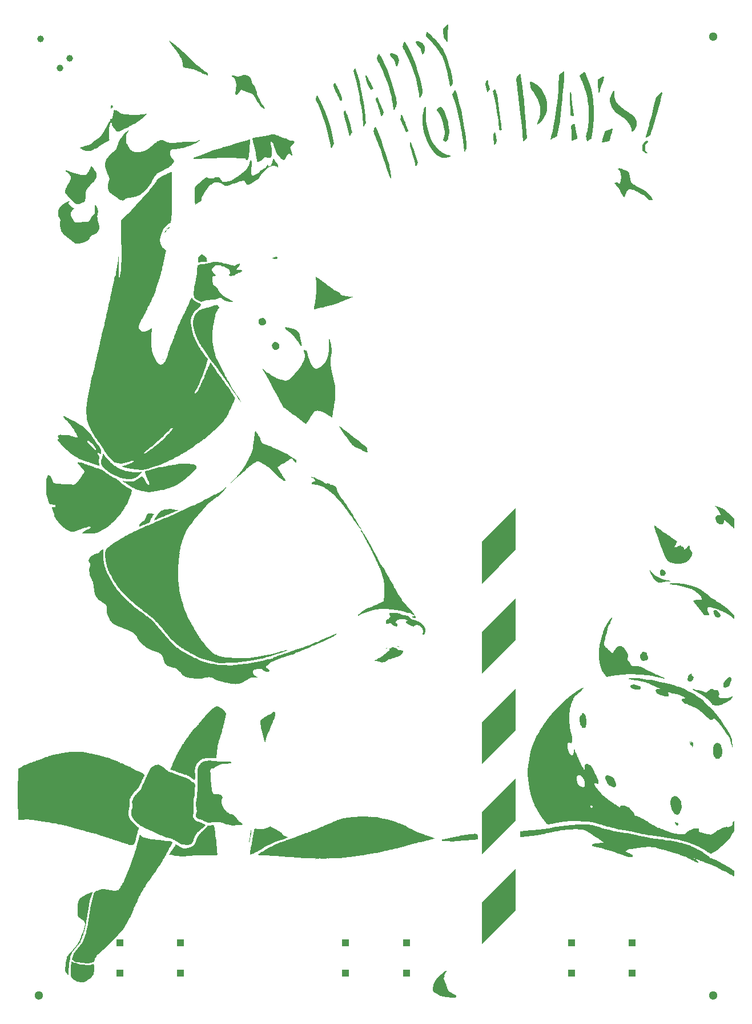
<source format=gts>
%TF.GenerationSoftware,KiCad,Pcbnew,9.0.4*%
%TF.CreationDate,2025-09-01T02:23:15+01:00*%
%TF.ProjectId,Chirstmas-Card,43686972-7374-46d6-9173-2d436172642e,rev?*%
%TF.SameCoordinates,Original*%
%TF.FileFunction,Soldermask,Top*%
%TF.FilePolarity,Negative*%
%FSLAX46Y46*%
G04 Gerber Fmt 4.6, Leading zero omitted, Abs format (unit mm)*
G04 Created by KiCad (PCBNEW 9.0.4) date 2025-09-01 02:23:15*
%MOMM*%
%LPD*%
G01*
G04 APERTURE LIST*
%ADD10C,0.000000*%
%ADD11R,1.000000X1.000000*%
%ADD12C,1.300000*%
%ADD13C,0.990600*%
G04 APERTURE END LIST*
D10*
%TO.C,Art*%
G36*
X47374074Y-89071929D02*
G01*
X47349317Y-89096686D01*
X47324561Y-89071929D01*
X47349317Y-89047173D01*
X47374074Y-89071929D01*
G37*
G36*
X57672709Y-100509356D02*
G01*
X57647953Y-100534112D01*
X57623197Y-100509356D01*
X57647953Y-100484600D01*
X57672709Y-100509356D01*
G37*
G36*
X58960039Y-123978362D02*
G01*
X58935282Y-124003118D01*
X58910526Y-123978362D01*
X58935282Y-123953606D01*
X58960039Y-123978362D01*
G37*
G36*
X61386160Y-80951851D02*
G01*
X61361403Y-80976608D01*
X61336647Y-80951851D01*
X61361403Y-80927095D01*
X61386160Y-80951851D01*
G37*
G36*
X61485185Y-80654775D02*
G01*
X61460429Y-80679532D01*
X61435672Y-80654775D01*
X61460429Y-80630019D01*
X61485185Y-80654775D01*
G37*
G36*
X61633723Y-80258674D02*
G01*
X61608967Y-80283430D01*
X61584210Y-80258674D01*
X61608967Y-80233918D01*
X61633723Y-80258674D01*
G37*
G36*
X61683236Y-80159649D02*
G01*
X61658479Y-80184405D01*
X61633723Y-80159649D01*
X61658479Y-80134892D01*
X61683236Y-80159649D01*
G37*
G36*
X74110916Y-152349122D02*
G01*
X74086160Y-152373879D01*
X74061403Y-152349122D01*
X74086160Y-152324366D01*
X74110916Y-152349122D01*
G37*
G36*
X74507017Y-150517153D02*
G01*
X74482261Y-150541910D01*
X74457505Y-150517153D01*
X74482261Y-150492397D01*
X74507017Y-150517153D01*
G37*
G36*
X74556530Y-128038401D02*
G01*
X74531774Y-128063157D01*
X74507017Y-128038401D01*
X74531774Y-128013645D01*
X74556530Y-128038401D01*
G37*
G36*
X84013450Y-154824756D02*
G01*
X83988694Y-154849512D01*
X83963937Y-154824756D01*
X83988694Y-154799999D01*
X84013450Y-154824756D01*
G37*
G36*
X85944444Y-77485964D02*
G01*
X85919688Y-77510721D01*
X85894931Y-77485964D01*
X85919688Y-77461208D01*
X85944444Y-77485964D01*
G37*
G36*
X87132748Y-90458284D02*
G01*
X87107992Y-90483040D01*
X87083236Y-90458284D01*
X87107992Y-90433528D01*
X87132748Y-90458284D01*
G37*
G36*
X96094542Y-123186159D02*
G01*
X96069785Y-123210916D01*
X96045029Y-123186159D01*
X96069785Y-123161403D01*
X96094542Y-123186159D01*
G37*
G36*
X54883495Y-65050032D02*
G01*
X54889421Y-65108792D01*
X54883495Y-65116049D01*
X54854060Y-65109252D01*
X54850487Y-65083040D01*
X54868603Y-65042286D01*
X54883495Y-65050032D01*
G37*
G36*
X61419982Y-80769273D02*
G01*
X61425885Y-80846656D01*
X61416073Y-80864173D01*
X61393569Y-80849406D01*
X61390068Y-80799187D01*
X61402160Y-80746355D01*
X61419982Y-80769273D01*
G37*
G36*
X61518193Y-80497985D02*
G01*
X61524119Y-80556745D01*
X61518193Y-80564002D01*
X61488758Y-80557205D01*
X61485185Y-80530994D01*
X61503301Y-80490239D01*
X61518193Y-80497985D01*
G37*
G36*
X62013320Y-61435607D02*
G01*
X62006523Y-61465042D01*
X61980312Y-61468615D01*
X61939557Y-61450499D01*
X61947303Y-61435607D01*
X62006063Y-61429681D01*
X62013320Y-61435607D01*
G37*
G36*
X73252696Y-87528784D02*
G01*
X73258622Y-87587544D01*
X73252696Y-87594801D01*
X73223261Y-87588005D01*
X73219688Y-87561793D01*
X73237804Y-87521038D01*
X73252696Y-87528784D01*
G37*
G36*
X139748213Y-137388044D02*
G01*
X139741416Y-137417479D01*
X139715204Y-137421052D01*
X139674450Y-137402936D01*
X139682196Y-137388044D01*
X139740956Y-137382118D01*
X139748213Y-137388044D01*
G37*
G36*
X87273636Y-90552581D02*
G01*
X87326373Y-90598607D01*
X87330799Y-90609744D01*
X87307301Y-90630094D01*
X87258380Y-90584495D01*
X87251802Y-90574416D01*
X87245966Y-90540534D01*
X87273636Y-90552581D01*
G37*
G36*
X53745674Y-43824575D02*
G01*
X53736452Y-43842105D01*
X53689800Y-43889389D01*
X53681095Y-43891617D01*
X53677717Y-43859635D01*
X53686939Y-43842105D01*
X53733591Y-43794820D01*
X53742296Y-43792592D01*
X53745674Y-43824575D01*
G37*
G36*
X94605721Y-123588673D02*
G01*
X94576230Y-123678853D01*
X94559649Y-123706042D01*
X94523532Y-123744927D01*
X94511445Y-123695750D01*
X94510894Y-123668908D01*
X94528940Y-123581977D01*
X94559649Y-123557504D01*
X94605721Y-123588673D01*
G37*
G36*
X113721052Y-105931361D02*
G01*
X113721052Y-109025903D01*
X111220662Y-111525925D01*
X108720273Y-114025948D01*
X108720273Y-110931406D01*
X108720273Y-107836864D01*
X111220662Y-105336842D01*
X113721052Y-102836819D01*
X113721052Y-105931361D01*
G37*
G36*
X113721052Y-119275026D02*
G01*
X113721052Y-122394324D01*
X111220662Y-124894346D01*
X108720273Y-127394369D01*
X108720273Y-124275070D01*
X108720273Y-121155772D01*
X111220662Y-118655750D01*
X113721052Y-116155728D01*
X113721052Y-119275026D01*
G37*
G36*
X113721052Y-132618691D02*
G01*
X113721052Y-135713233D01*
X111220662Y-138213255D01*
X108720273Y-140713277D01*
X108720273Y-137618735D01*
X108720273Y-134524193D01*
X111220662Y-132024171D01*
X113721052Y-129524149D01*
X113721052Y-132618691D01*
G37*
G36*
X113721052Y-145962355D02*
G01*
X113721052Y-149081654D01*
X111220662Y-151581676D01*
X108720273Y-154081698D01*
X108720273Y-150962400D01*
X108720273Y-147843102D01*
X111220662Y-145343079D01*
X113721052Y-142843057D01*
X113721052Y-145962355D01*
G37*
G36*
X113721052Y-159306020D02*
G01*
X113721052Y-162400562D01*
X111226442Y-164894805D01*
X108731832Y-167389049D01*
X108725875Y-164300463D01*
X108719918Y-161211877D01*
X111220485Y-158711677D01*
X113721052Y-156211478D01*
X113721052Y-159306020D01*
G37*
G36*
X139609054Y-137457033D02*
G01*
X139616179Y-137492399D01*
X139590328Y-137560143D01*
X139566666Y-137569590D01*
X139518571Y-137534053D01*
X139517154Y-137522999D01*
X139553144Y-137455943D01*
X139566666Y-137445808D01*
X139609054Y-137457033D01*
G37*
G36*
X145902273Y-138397735D02*
G01*
X145904288Y-138411305D01*
X145887395Y-138459531D01*
X145882454Y-138460818D01*
X145840182Y-138426123D01*
X145830019Y-138411305D01*
X145833945Y-138365680D01*
X145851853Y-138361793D01*
X145902273Y-138397735D01*
G37*
G36*
X72992951Y-87180706D02*
G01*
X73066455Y-87247181D01*
X73139285Y-87340290D01*
X73155882Y-87418537D01*
X73155173Y-87420475D01*
X73131971Y-87460223D01*
X73124571Y-87417153D01*
X73091877Y-87327675D01*
X73035853Y-87243859D01*
X72983909Y-87179107D01*
X72992951Y-87180706D01*
G37*
G36*
X96230701Y-123255058D02*
G01*
X96341155Y-123323564D01*
X96430175Y-123391535D01*
X96475263Y-123440094D01*
X96465887Y-123452378D01*
X96391814Y-123426566D01*
X96282235Y-123368469D01*
X96280303Y-123367305D01*
X96189864Y-123300780D01*
X96146544Y-123247856D01*
X96158526Y-123227050D01*
X96230701Y-123255058D01*
G37*
G36*
X53882761Y-43191835D02*
G01*
X53943379Y-43280072D01*
X53968600Y-43384112D01*
X53972031Y-43501768D01*
X53933138Y-43544136D01*
X53921486Y-43545029D01*
X53841094Y-43580216D01*
X53758414Y-43656432D01*
X53665477Y-43767836D01*
X53663830Y-43540324D01*
X53684144Y-43363818D01*
X53737699Y-43241624D01*
X53809053Y-43181658D01*
X53882761Y-43191835D01*
G37*
G36*
X98756783Y-118775869D02*
G01*
X98797454Y-118826787D01*
X98864884Y-118966944D01*
X98851574Y-119071853D01*
X98772644Y-119131114D01*
X98643209Y-119134327D01*
X98478389Y-119071093D01*
X98458860Y-119059703D01*
X98349801Y-118979119D01*
X98332448Y-118926152D01*
X98407361Y-118903840D01*
X98430117Y-118903313D01*
X98550010Y-118870832D01*
X98632639Y-118817323D01*
X98707214Y-118760326D01*
X98756783Y-118775869D01*
G37*
G36*
X78364275Y-78315601D02*
G01*
X78463297Y-78380807D01*
X78609742Y-78554155D01*
X78677762Y-78746011D01*
X78676886Y-78940768D01*
X78616638Y-79122822D01*
X78506548Y-79276567D01*
X78356141Y-79386396D01*
X78174945Y-79436705D01*
X77972486Y-79411887D01*
X77862745Y-79364534D01*
X77702763Y-79227462D01*
X77602120Y-79038811D01*
X77563561Y-78825156D01*
X77589828Y-78613073D01*
X77683667Y-78429137D01*
X77758480Y-78354688D01*
X77943842Y-78267067D01*
X78157407Y-78254469D01*
X78364275Y-78315601D01*
G37*
G36*
X76355026Y-74733986D02*
G01*
X76503738Y-74855030D01*
X76615273Y-75028505D01*
X76675151Y-75231281D01*
X76668889Y-75440232D01*
X76664939Y-75457155D01*
X76584466Y-75591408D01*
X76432498Y-75698976D01*
X76235899Y-75764619D01*
X76099992Y-75777592D01*
X75931762Y-75759659D01*
X75804586Y-75691337D01*
X75744666Y-75636689D01*
X75610490Y-75445656D01*
X75563614Y-75245106D01*
X75596023Y-75052355D01*
X75699699Y-74884724D01*
X75866623Y-74759532D01*
X76088778Y-74694096D01*
X76183622Y-74688498D01*
X76355026Y-74733986D01*
G37*
G36*
X78304296Y-65647887D02*
G01*
X78319493Y-65698299D01*
X78319493Y-65698543D01*
X78342001Y-65754544D01*
X78369006Y-65751461D01*
X78410513Y-65753092D01*
X78415296Y-65808522D01*
X78386222Y-65880783D01*
X78356350Y-65914713D01*
X78200588Y-65982555D01*
X77993522Y-65980344D01*
X77836744Y-65939520D01*
X77710674Y-65888814D01*
X77635534Y-65845909D01*
X77626315Y-65833119D01*
X77670561Y-65786703D01*
X77785303Y-65733262D01*
X77943547Y-65683139D01*
X78109064Y-65648102D01*
X78242388Y-65633129D01*
X78304296Y-65647887D01*
G37*
G36*
X143524918Y-117989662D02*
G01*
X143697542Y-118110202D01*
X143852754Y-118277528D01*
X143975227Y-118481143D01*
X144045811Y-118691504D01*
X144054937Y-118820100D01*
X144003725Y-118922559D01*
X143954419Y-118976202D01*
X143791137Y-119083628D01*
X143615823Y-119093296D01*
X143431196Y-119005366D01*
X143352689Y-118940448D01*
X143240813Y-118802635D01*
X143143711Y-118622592D01*
X143069731Y-118426381D01*
X143027222Y-118240065D01*
X143024531Y-118089705D01*
X143055853Y-118013694D01*
X143188746Y-117930913D01*
X143350210Y-117926400D01*
X143524918Y-117989662D01*
G37*
G36*
X131571034Y-129029917D02*
G01*
X131831277Y-129100005D01*
X132045720Y-129190716D01*
X132074499Y-129207512D01*
X132198883Y-129328679D01*
X132243092Y-129473814D01*
X132202334Y-129617356D01*
X132160985Y-129668782D01*
X132059253Y-129715497D01*
X131887919Y-129739728D01*
X131673797Y-129741590D01*
X131443698Y-129721198D01*
X131224434Y-129678668D01*
X131174269Y-129664534D01*
X130942496Y-129567540D01*
X130787159Y-129448775D01*
X130709904Y-129321170D01*
X130712374Y-129197653D01*
X130796215Y-129091155D01*
X130963072Y-129014607D01*
X131088493Y-128990247D01*
X131308828Y-128990112D01*
X131571034Y-129029917D01*
G37*
G36*
X95389805Y-35507177D02*
G01*
X95617823Y-35557986D01*
X95847397Y-35641232D01*
X96079313Y-35788937D01*
X96249619Y-36002361D01*
X96354248Y-36266627D01*
X96389130Y-36566863D01*
X96350197Y-36888194D01*
X96261364Y-37154631D01*
X96162982Y-37347367D01*
X96077281Y-37446221D01*
X96006892Y-37450490D01*
X95954449Y-37359472D01*
X95930394Y-37242884D01*
X95831642Y-36849277D01*
X95653725Y-36482647D01*
X95438861Y-36201920D01*
X95265422Y-36014551D01*
X95152004Y-35878675D01*
X95087008Y-35777401D01*
X95058837Y-35693835D01*
X95054776Y-35642516D01*
X95096071Y-35549461D01*
X95211818Y-35504342D01*
X95389805Y-35507177D01*
G37*
G36*
X67198451Y-65294920D02*
G01*
X67239863Y-65323862D01*
X67373338Y-65411744D01*
X67486036Y-65475065D01*
X67713775Y-65637095D01*
X67856538Y-65848950D01*
X67909815Y-66064675D01*
X67933219Y-66308248D01*
X67677119Y-66369686D01*
X67499686Y-66400071D01*
X67337067Y-66408116D01*
X67275303Y-66401980D01*
X67129187Y-66394019D01*
X67018205Y-66413866D01*
X66805629Y-66479346D01*
X66665084Y-66493682D01*
X66607424Y-66465638D01*
X66591090Y-66391266D01*
X66580962Y-66249652D01*
X66579182Y-66085017D01*
X66584088Y-65758030D01*
X66855688Y-65499136D01*
X66994758Y-65368939D01*
X67084047Y-65297980D01*
X67144847Y-65276545D01*
X67198451Y-65294920D01*
G37*
G36*
X133331361Y-48495496D02*
G01*
X133304197Y-48580640D01*
X133207078Y-48691726D01*
X133047418Y-48893934D01*
X132939541Y-49137838D01*
X132885040Y-49400808D01*
X132885507Y-49660216D01*
X132942537Y-49893433D01*
X133057721Y-50077829D01*
X133106373Y-50122241D01*
X133208483Y-50226666D01*
X133226512Y-50301659D01*
X133172936Y-50339777D01*
X133060226Y-50333577D01*
X132900857Y-50275615D01*
X132872888Y-50261575D01*
X132660481Y-50099072D01*
X132517544Y-49878385D01*
X132449464Y-49616828D01*
X132461629Y-49331711D01*
X132520300Y-49128584D01*
X132659519Y-48848751D01*
X132828356Y-48650571D01*
X132991887Y-48540857D01*
X133166335Y-48469385D01*
X133282450Y-48456337D01*
X133331361Y-48495496D01*
G37*
G36*
X135453225Y-111943163D02*
G01*
X135582565Y-111995148D01*
X135705042Y-112060848D01*
X135786881Y-112123128D01*
X135802426Y-112151149D01*
X135837999Y-112226634D01*
X135879055Y-112269514D01*
X135935320Y-112373222D01*
X135939346Y-112519235D01*
X135895297Y-112668473D01*
X135826121Y-112765939D01*
X135685588Y-112845498D01*
X135498792Y-112887368D01*
X135314619Y-112881288D01*
X135296232Y-112877155D01*
X135218443Y-112816616D01*
X135179461Y-112735362D01*
X135145632Y-112644523D01*
X135117537Y-112615204D01*
X135098923Y-112570777D01*
X135087251Y-112457761D01*
X135085302Y-112380019D01*
X135111362Y-112185157D01*
X135181599Y-112030233D01*
X135282863Y-111937930D01*
X135350797Y-111922027D01*
X135453225Y-111943163D01*
G37*
G36*
X91562388Y-38779274D02*
G01*
X91641545Y-38894874D01*
X91657962Y-38927972D01*
X91722548Y-39056792D01*
X91824398Y-39250283D01*
X91951844Y-39487026D01*
X92093214Y-39745603D01*
X92236839Y-40004595D01*
X92371050Y-40242583D01*
X92433554Y-40351461D01*
X92533244Y-40541403D01*
X92570440Y-40672011D01*
X92544184Y-40761535D01*
X92453520Y-40828226D01*
X92407438Y-40849115D01*
X92281931Y-40896304D01*
X92193910Y-40920150D01*
X92185128Y-40920857D01*
X92142806Y-40879324D01*
X92069944Y-40767557D01*
X91978415Y-40604806D01*
X91917939Y-40487621D01*
X91768163Y-40136241D01*
X91632407Y-39718276D01*
X91520142Y-39266064D01*
X91453888Y-38903216D01*
X91454295Y-38781715D01*
X91495216Y-38740978D01*
X91562388Y-38779274D01*
G37*
G36*
X109549317Y-39462001D02*
G01*
X109589465Y-39564025D01*
X109626454Y-39758376D01*
X109637733Y-39831578D01*
X109665933Y-39990298D01*
X109709282Y-40202341D01*
X109758986Y-40424943D01*
X109764996Y-40450487D01*
X109858792Y-40846588D01*
X109722768Y-41040721D01*
X109603822Y-41190861D01*
X109518446Y-41251428D01*
X109462653Y-41224479D01*
X109445901Y-41183524D01*
X109423141Y-41093320D01*
X109386612Y-40937864D01*
X109343694Y-40748646D01*
X109337940Y-40722806D01*
X109291452Y-40521123D01*
X109246599Y-40339167D01*
X109212560Y-40214075D01*
X109210666Y-40207913D01*
X109173164Y-40047456D01*
X109182629Y-39915222D01*
X109246622Y-39772652D01*
X109317932Y-39660766D01*
X109422749Y-39515285D01*
X109496812Y-39447392D01*
X109549317Y-39462001D01*
G37*
G36*
X132813146Y-124127789D02*
G01*
X132944680Y-124188796D01*
X133059855Y-124266666D01*
X133125139Y-124341335D01*
X133130019Y-124361735D01*
X133149109Y-124428989D01*
X133197521Y-124550668D01*
X133228221Y-124620219D01*
X133296878Y-124877875D01*
X133291655Y-125162207D01*
X133254764Y-125321330D01*
X133194122Y-125369657D01*
X133063899Y-125411755D01*
X132893514Y-125443658D01*
X132712388Y-125461400D01*
X132549938Y-125461012D01*
X132435585Y-125438529D01*
X132424827Y-125433246D01*
X132311399Y-125319380D01*
X132228844Y-125139883D01*
X132183366Y-124925026D01*
X132181167Y-124705081D01*
X132228449Y-124510319D01*
X132233437Y-124499136D01*
X132358313Y-124301048D01*
X132513540Y-124163716D01*
X132678446Y-124104704D01*
X132698788Y-124103708D01*
X132813146Y-124127789D01*
G37*
G36*
X145494839Y-127885478D02*
G01*
X145582092Y-127957960D01*
X145652116Y-128074272D01*
X145687182Y-128161179D01*
X145694148Y-128254143D01*
X145671876Y-128385298D01*
X145636141Y-128524951D01*
X145542686Y-128811484D01*
X145430464Y-129026368D01*
X145282506Y-129196964D01*
X145155808Y-129299477D01*
X144951970Y-129412333D01*
X144753482Y-129440638D01*
X144609263Y-129416284D01*
X144526722Y-129348438D01*
X144487239Y-129216191D01*
X144488062Y-129042933D01*
X144526437Y-128852055D01*
X144599612Y-128666947D01*
X144704834Y-128511000D01*
X144717391Y-128497516D01*
X144800720Y-128396459D01*
X144864522Y-128304938D01*
X144981460Y-128151760D01*
X145120812Y-128013199D01*
X145257444Y-127910851D01*
X145366225Y-127866307D01*
X145375552Y-127865865D01*
X145494839Y-127885478D01*
G37*
G36*
X86940710Y-39925186D02*
G01*
X87024407Y-40047772D01*
X87129260Y-40234303D01*
X87248893Y-40470232D01*
X87376928Y-40741013D01*
X87506988Y-41032099D01*
X87632696Y-41328943D01*
X87747675Y-41616998D01*
X87845549Y-41881718D01*
X87919939Y-42108557D01*
X87964470Y-42282967D01*
X87974464Y-42367309D01*
X87933534Y-42433986D01*
X87837318Y-42502813D01*
X87725676Y-42548494D01*
X87679037Y-42554775D01*
X87641392Y-42511716D01*
X87589860Y-42400723D01*
X87551900Y-42294834D01*
X87501742Y-42165407D01*
X87414922Y-41968377D01*
X87300778Y-41723831D01*
X87168649Y-41451857D01*
X87053003Y-41221623D01*
X86638039Y-40408354D01*
X86721141Y-40144722D01*
X86792471Y-39965972D01*
X86862722Y-39885918D01*
X86884547Y-39881091D01*
X86940710Y-39925186D01*
G37*
G36*
X99272888Y-33757448D02*
G01*
X99473522Y-33810737D01*
X99674405Y-33890037D01*
X99854097Y-33989578D01*
X99991159Y-34103594D01*
X99996829Y-34109936D01*
X100124710Y-34315433D01*
X100210524Y-34573495D01*
X100243138Y-34842622D01*
X100232876Y-34990070D01*
X100187792Y-35187055D01*
X100121732Y-35374164D01*
X100044339Y-35534406D01*
X99965256Y-35650790D01*
X99894124Y-35706325D01*
X99840585Y-35684020D01*
X99839799Y-35682730D01*
X99817675Y-35619872D01*
X99780256Y-35489764D01*
X99738376Y-35331133D01*
X99598166Y-34925793D01*
X99402735Y-34583358D01*
X99207168Y-34360213D01*
X99051531Y-34193722D01*
X98939702Y-34029343D01*
X98884162Y-33888466D01*
X98886871Y-33811320D01*
X98958123Y-33751972D01*
X99093942Y-33735937D01*
X99272888Y-33757448D01*
G37*
G36*
X110649778Y-47226731D02*
G01*
X110697340Y-47357143D01*
X110751970Y-47579721D01*
X110782748Y-47728849D01*
X110840241Y-48032306D01*
X110874940Y-48259606D01*
X110886480Y-48431041D01*
X110874494Y-48566907D01*
X110838616Y-48687499D01*
X110778481Y-48813109D01*
X110762670Y-48842145D01*
X110655366Y-49009908D01*
X110570829Y-49082038D01*
X110508145Y-49059053D01*
X110481159Y-49001463D01*
X110465389Y-48912437D01*
X110448355Y-48754166D01*
X110433087Y-48556339D01*
X110429318Y-48493958D01*
X110414740Y-48269513D01*
X110397599Y-48055790D01*
X110381187Y-47893036D01*
X110378405Y-47871063D01*
X110378803Y-47717704D01*
X110409695Y-47544786D01*
X110461778Y-47380150D01*
X110525748Y-47251637D01*
X110592303Y-47187091D01*
X110607912Y-47184210D01*
X110649778Y-47226731D01*
G37*
G36*
X103666433Y-31238938D02*
G01*
X103693732Y-31307736D01*
X103703300Y-31460035D01*
X103695517Y-31681981D01*
X103670764Y-31959721D01*
X103639858Y-32206627D01*
X103631055Y-32318115D01*
X103623448Y-32505464D01*
X103617699Y-32745511D01*
X103614469Y-33015094D01*
X103614060Y-33110233D01*
X103612401Y-33394687D01*
X103607759Y-33594661D01*
X103598419Y-33724694D01*
X103582664Y-33799321D01*
X103558778Y-33833082D01*
X103527842Y-33840545D01*
X103455080Y-33795264D01*
X103356513Y-33665237D01*
X103263857Y-33506335D01*
X103142381Y-33263083D01*
X103059381Y-33045924D01*
X103006019Y-32820862D01*
X102973457Y-32553902D01*
X102958779Y-32332860D01*
X102935214Y-31889698D01*
X103270559Y-31545614D01*
X103448760Y-31372961D01*
X103579698Y-31268176D01*
X103657315Y-31235950D01*
X103666433Y-31238938D01*
G37*
G36*
X126801237Y-38929384D02*
G01*
X126817555Y-38965433D01*
X126817415Y-39032679D01*
X126798220Y-39140820D01*
X126757373Y-39299553D01*
X126692278Y-39518576D01*
X126600339Y-39807587D01*
X126478959Y-40176283D01*
X126420507Y-40351461D01*
X126328688Y-40626266D01*
X126247316Y-40870546D01*
X126181810Y-41067967D01*
X126137593Y-41202197D01*
X126120599Y-41255068D01*
X126062296Y-41311724D01*
X126032875Y-41316958D01*
X125999879Y-41293859D01*
X125974370Y-41215635D01*
X125953904Y-41068900D01*
X125936037Y-40840267D01*
X125931179Y-40759941D01*
X125914302Y-40476624D01*
X125895546Y-40174678D01*
X125877798Y-39900124D01*
X125869469Y-39776835D01*
X125840002Y-39350747D01*
X126297008Y-39116454D01*
X126528265Y-39004772D01*
X126694508Y-38939423D01*
X126787797Y-38923353D01*
X126801237Y-38929384D01*
G37*
G36*
X139796576Y-137508008D02*
G01*
X139844265Y-137549384D01*
X139864584Y-137544314D01*
X139922123Y-137557433D01*
X139986331Y-137636036D01*
X140038958Y-137749768D01*
X140061759Y-137868273D01*
X140061793Y-137872386D01*
X140037155Y-137980441D01*
X139988359Y-138032789D01*
X139938362Y-138093405D01*
X139942222Y-138132103D01*
X139937827Y-138212960D01*
X139916631Y-138235925D01*
X139864680Y-138241759D01*
X139858041Y-138228555D01*
X139857904Y-138149135D01*
X139862070Y-138096439D01*
X139849222Y-138034167D01*
X139820065Y-138036354D01*
X139751066Y-138029232D01*
X139674634Y-137974634D01*
X139601347Y-137872426D01*
X139558066Y-137758488D01*
X139551671Y-137663858D01*
X139589041Y-137619569D01*
X139595828Y-137619103D01*
X139673164Y-137581436D01*
X139715618Y-137532456D01*
X139766404Y-137479434D01*
X139796576Y-137508008D01*
G37*
G36*
X93179930Y-42057308D02*
G01*
X93270155Y-42191809D01*
X93367936Y-42393913D01*
X93464250Y-42611302D01*
X93561325Y-42830197D01*
X93639994Y-43007383D01*
X93647890Y-43025146D01*
X93715259Y-43179844D01*
X93805848Y-43392121D01*
X93905202Y-43627974D01*
X93959762Y-43758833D01*
X94161565Y-44244957D01*
X94013305Y-44538658D01*
X93913752Y-44719475D01*
X93840437Y-44810008D01*
X93787479Y-44813647D01*
X93748999Y-44733780D01*
X93739863Y-44696198D01*
X93658843Y-44374443D01*
X93545003Y-43994482D01*
X93408820Y-43587164D01*
X93260776Y-43183339D01*
X93111348Y-42813857D01*
X93062887Y-42703313D01*
X92987886Y-42527936D01*
X92951762Y-42408827D01*
X92949199Y-42313634D01*
X92974884Y-42210007D01*
X92979500Y-42195808D01*
X93039115Y-42061609D01*
X93104421Y-42014675D01*
X93179930Y-42057308D01*
G37*
G36*
X96820479Y-44634832D02*
G01*
X96896186Y-44761697D01*
X96992293Y-44968318D01*
X97112863Y-45261670D01*
X97131519Y-45309021D01*
X97308163Y-45760778D01*
X97460123Y-46152675D01*
X97585127Y-46478723D01*
X97680904Y-46732935D01*
X97745183Y-46909321D01*
X97775692Y-47001894D01*
X97777972Y-47013437D01*
X97737363Y-47054739D01*
X97642836Y-47105332D01*
X97535343Y-47146116D01*
X97466188Y-47158843D01*
X97420847Y-47115772D01*
X97354280Y-47002169D01*
X97279242Y-46840515D01*
X97262517Y-46799877D01*
X97182925Y-46608428D01*
X97076282Y-46360807D01*
X96957234Y-46090660D01*
X96853133Y-45859460D01*
X96587859Y-45277401D01*
X96640976Y-44944902D01*
X96670393Y-44775057D01*
X96696592Y-44648539D01*
X96713936Y-44592563D01*
X96714014Y-44592483D01*
X96761109Y-44580752D01*
X96820479Y-44634832D01*
G37*
G36*
X137440970Y-149351244D02*
G01*
X137463875Y-149372785D01*
X137566609Y-149420833D01*
X137630597Y-149418792D01*
X137733420Y-149436995D01*
X137807778Y-149518137D01*
X137859967Y-149613100D01*
X137850545Y-149681394D01*
X137799604Y-149749346D01*
X137689880Y-149859651D01*
X137599011Y-149914989D01*
X137544640Y-149906915D01*
X137536647Y-149875231D01*
X137562848Y-149808230D01*
X137586160Y-149799220D01*
X137632977Y-149760602D01*
X137635672Y-149742033D01*
X137605147Y-149728697D01*
X137530578Y-149777039D01*
X137528136Y-149779168D01*
X137463610Y-149827897D01*
X137452919Y-149818175D01*
X137454675Y-149815019D01*
X137455070Y-149742978D01*
X137436415Y-149724205D01*
X137406433Y-149657035D01*
X137414188Y-149597002D01*
X137414979Y-149519327D01*
X137364947Y-149502144D01*
X137312931Y-149486069D01*
X137329229Y-149421264D01*
X137339222Y-149401949D01*
X137388747Y-149334324D01*
X137440970Y-149351244D01*
G37*
G36*
X121855017Y-41225424D02*
G01*
X121882453Y-41256798D01*
X121905162Y-41325409D01*
X121925704Y-41444609D01*
X121946642Y-41627751D01*
X121970538Y-41888189D01*
X121987613Y-42090141D01*
X122015009Y-42373795D01*
X122054180Y-42719149D01*
X122100722Y-43090208D01*
X122150234Y-43450977D01*
X122172295Y-43600277D01*
X122229757Y-43986128D01*
X122270667Y-44284513D01*
X122294946Y-44505614D01*
X122302515Y-44659612D01*
X122293296Y-44756688D01*
X122267211Y-44807022D01*
X122224179Y-44820795D01*
X122164123Y-44808187D01*
X122162963Y-44807807D01*
X122080162Y-44785535D01*
X121982380Y-44762754D01*
X121851311Y-44734001D01*
X121819910Y-44052868D01*
X121792875Y-43495970D01*
X121766171Y-43010314D01*
X121738177Y-42568136D01*
X121711513Y-42197235D01*
X121699768Y-41927908D01*
X121704641Y-41678376D01*
X121724150Y-41466459D01*
X121756317Y-41309979D01*
X121799161Y-41226757D01*
X121820292Y-41217933D01*
X121855017Y-41225424D01*
G37*
G36*
X98125055Y-48640311D02*
G01*
X98181565Y-48766801D01*
X98259453Y-48962072D01*
X98354173Y-49213404D01*
X98461175Y-49508078D01*
X98575912Y-49833375D01*
X98693837Y-50176575D01*
X98810400Y-50524959D01*
X98921055Y-50865807D01*
X99021254Y-51186401D01*
X99023148Y-51192611D01*
X99173441Y-51685613D01*
X99084362Y-51947680D01*
X99015479Y-52106226D01*
X98945075Y-52196037D01*
X98883854Y-52208113D01*
X98846239Y-52147855D01*
X98827135Y-52068447D01*
X98796040Y-51926337D01*
X98767968Y-51792305D01*
X98728750Y-51623102D01*
X98669289Y-51392259D01*
X98598324Y-51132825D01*
X98538828Y-50925833D01*
X98396115Y-50439560D01*
X98279915Y-50038440D01*
X98187858Y-49712904D01*
X98117574Y-49453385D01*
X98066694Y-49250315D01*
X98032847Y-49094128D01*
X98013664Y-48975255D01*
X98006775Y-48884129D01*
X98009810Y-48811183D01*
X98011527Y-48796973D01*
X98040509Y-48671688D01*
X98080466Y-48601069D01*
X98094472Y-48595321D01*
X98125055Y-48640311D01*
G37*
G36*
X122463975Y-46013271D02*
G01*
X122502367Y-46118842D01*
X122509014Y-46156822D01*
X122532823Y-46299592D01*
X122567969Y-46497437D01*
X122606960Y-46708214D01*
X122608024Y-46713840D01*
X122694208Y-47182507D01*
X122757350Y-47556691D01*
X122797691Y-47838159D01*
X122815472Y-48028677D01*
X122810934Y-48130012D01*
X122803060Y-48145842D01*
X122734552Y-48188645D01*
X122608893Y-48250249D01*
X122450732Y-48320452D01*
X122284718Y-48389054D01*
X122135503Y-48445852D01*
X122027736Y-48480645D01*
X121986168Y-48483918D01*
X121984382Y-48432986D01*
X121981438Y-48298107D01*
X121977616Y-48094349D01*
X121973194Y-47836781D01*
X121968455Y-47540471D01*
X121967545Y-47481286D01*
X121961166Y-47169579D01*
X121952302Y-46884551D01*
X121941738Y-46643765D01*
X121930263Y-46464785D01*
X121918662Y-46365174D01*
X121917310Y-46359434D01*
X121905905Y-46275548D01*
X121938448Y-46211151D01*
X122033227Y-46140386D01*
X122101199Y-46099493D01*
X122278757Y-46005757D01*
X122394560Y-45976297D01*
X122463975Y-46013271D01*
G37*
G36*
X74481999Y-150636315D02*
G01*
X74484663Y-150756846D01*
X74478395Y-150826608D01*
X74461831Y-150982522D01*
X74451462Y-151104191D01*
X74449898Y-151136062D01*
X74435608Y-151235549D01*
X74405409Y-151358869D01*
X74370775Y-151509668D01*
X74342250Y-151685468D01*
X74339267Y-151710227D01*
X74300317Y-151997438D01*
X74258649Y-152189607D01*
X74212915Y-152290707D01*
X74161767Y-152304709D01*
X74142578Y-152290011D01*
X74114775Y-152229312D01*
X74115274Y-152163724D01*
X74142317Y-152140399D01*
X74148050Y-152143146D01*
X74174461Y-152115373D01*
X74192578Y-152017941D01*
X74194573Y-151989922D01*
X74217793Y-151861060D01*
X74262210Y-151777958D01*
X74268842Y-151772876D01*
X74304838Y-151738595D01*
X74259454Y-151730214D01*
X74218266Y-151712559D01*
X74234698Y-151692321D01*
X74276807Y-151619020D01*
X74294919Y-151532163D01*
X74341203Y-151154705D01*
X74386012Y-150888498D01*
X74408527Y-150747014D01*
X74418243Y-150648608D01*
X74417288Y-150628557D01*
X74444919Y-150592598D01*
X74456789Y-150591422D01*
X74481999Y-150636315D01*
G37*
G36*
X88442850Y-43969859D02*
G01*
X88497667Y-44059538D01*
X88567712Y-44215410D01*
X88654931Y-44442713D01*
X88761272Y-44746690D01*
X88888682Y-45132580D01*
X89039106Y-45605624D01*
X89140505Y-45931166D01*
X89183440Y-46080698D01*
X89240069Y-46292756D01*
X89301472Y-46533461D01*
X89335966Y-46673701D01*
X89459504Y-47183899D01*
X89334600Y-47439195D01*
X89234141Y-47613866D01*
X89143012Y-47714679D01*
X89069877Y-47733720D01*
X89041009Y-47707367D01*
X89021886Y-47645345D01*
X88988229Y-47505969D01*
X88944569Y-47309058D01*
X88895440Y-47074430D01*
X88888812Y-47041820D01*
X88831549Y-46783027D01*
X88752706Y-46460084D01*
X88660123Y-46103396D01*
X88561637Y-45743368D01*
X88488516Y-45489113D01*
X88401683Y-45192304D01*
X88323316Y-44919955D01*
X88258310Y-44689435D01*
X88211559Y-44518112D01*
X88187958Y-44423354D01*
X88187428Y-44420702D01*
X88191326Y-44297803D01*
X88232848Y-44156267D01*
X88297022Y-44029658D01*
X88368878Y-43951545D01*
X88401316Y-43941130D01*
X88442850Y-43969859D01*
G37*
G36*
X139824430Y-127405890D02*
G01*
X139863742Y-127457506D01*
X139830163Y-127506597D01*
X139791995Y-127501580D01*
X139737864Y-127496770D01*
X139743168Y-127535225D01*
X139793505Y-127594221D01*
X139874477Y-127651033D01*
X139892217Y-127659741D01*
X140015074Y-127755231D01*
X140076558Y-127883987D01*
X140066016Y-128014461D01*
X140030770Y-128070082D01*
X139980680Y-128138252D01*
X139982649Y-128162183D01*
X140000877Y-128191288D01*
X139964034Y-128263276D01*
X139890989Y-128355156D01*
X139800608Y-128443938D01*
X139711757Y-128506632D01*
X139692986Y-128515154D01*
X139496448Y-128578373D01*
X139374896Y-128584431D01*
X139322333Y-128533151D01*
X139319103Y-128504251D01*
X139288096Y-128411211D01*
X139249553Y-128379949D01*
X139202552Y-128318129D01*
X139193895Y-128176697D01*
X139195868Y-128146318D01*
X139207886Y-128012273D01*
X139218837Y-127926311D01*
X139221617Y-127914619D01*
X139241416Y-127848507D01*
X139243431Y-127840350D01*
X139311381Y-127647605D01*
X139414537Y-127520406D01*
X139459502Y-127487427D01*
X139593434Y-127422773D01*
X139724703Y-127394882D01*
X139824430Y-127405890D01*
G37*
G36*
X62375655Y-61236967D02*
G01*
X62340380Y-61348407D01*
X62256773Y-61439119D01*
X62176602Y-61468615D01*
X62141070Y-61504600D01*
X62149044Y-61548852D01*
X62152874Y-61606033D01*
X62084950Y-61604251D01*
X62080073Y-61603000D01*
X61996790Y-61606609D01*
X61980312Y-61646545D01*
X61952040Y-61709404D01*
X61930799Y-61716179D01*
X61889364Y-61757242D01*
X61881286Y-61806573D01*
X61847089Y-61902961D01*
X61766692Y-62004624D01*
X61659511Y-62090868D01*
X61596038Y-62111237D01*
X61584210Y-62088268D01*
X61608123Y-62036536D01*
X61670081Y-61927127D01*
X61736728Y-61816382D01*
X61870021Y-61641910D01*
X61881286Y-61641910D01*
X61906043Y-61666666D01*
X61930799Y-61641910D01*
X61906043Y-61617153D01*
X61881286Y-61641910D01*
X61870021Y-61641910D01*
X61883038Y-61624871D01*
X62039564Y-61498130D01*
X62062051Y-61486508D01*
X62169402Y-61423840D01*
X62186080Y-61378367D01*
X62170863Y-61364955D01*
X62142398Y-61325912D01*
X62204506Y-61289218D01*
X62301957Y-61235399D01*
X62338520Y-61199907D01*
X62368366Y-61191079D01*
X62375655Y-61236967D01*
G37*
G36*
X127636268Y-142494201D02*
G01*
X127845400Y-142584291D01*
X128042512Y-142712449D01*
X128210580Y-142872929D01*
X128332581Y-143059982D01*
X128339396Y-143074916D01*
X128391594Y-143172464D01*
X128431729Y-143214018D01*
X128432213Y-143214034D01*
X128462471Y-143257740D01*
X128499795Y-143368336D01*
X128534921Y-143515048D01*
X128551457Y-143610136D01*
X128568750Y-143722484D01*
X128578604Y-143783430D01*
X128571924Y-143979867D01*
X128488167Y-144122856D01*
X128340240Y-144200287D01*
X128141050Y-144200052D01*
X128135676Y-144198978D01*
X127973913Y-144143063D01*
X127828451Y-144060834D01*
X127722801Y-143991024D01*
X127649700Y-143957293D01*
X127644416Y-143956725D01*
X127586623Y-143920784D01*
X127494754Y-143830934D01*
X127391884Y-143714132D01*
X127301092Y-143597334D01*
X127245454Y-143507497D01*
X127238011Y-143482002D01*
X127203637Y-143402849D01*
X127171800Y-143369260D01*
X127110347Y-143273497D01*
X127057036Y-143115090D01*
X127019331Y-142930418D01*
X127004697Y-142755862D01*
X127020003Y-142629471D01*
X127106983Y-142509814D01*
X127250036Y-142451215D01*
X127432139Y-142447926D01*
X127636268Y-142494201D01*
G37*
G36*
X84320282Y-41799424D02*
G01*
X84402377Y-41905524D01*
X84484135Y-42069884D01*
X84561050Y-42238478D01*
X84666897Y-42466246D01*
X84787634Y-42723147D01*
X84907542Y-42975633D01*
X85406298Y-44083623D01*
X85823292Y-45150552D01*
X86161768Y-46186157D01*
X86424967Y-47200174D01*
X86585464Y-48013924D01*
X86734267Y-48893151D01*
X86605939Y-49239363D01*
X86534573Y-49409329D01*
X86466885Y-49531916D01*
X86415366Y-49584939D01*
X86410986Y-49585574D01*
X86357282Y-49542399D01*
X86306867Y-49435166D01*
X86296578Y-49399902D01*
X86264342Y-49263096D01*
X86221572Y-49066260D01*
X86176301Y-48846634D01*
X86165700Y-48793372D01*
X86019086Y-48102716D01*
X85849169Y-47392308D01*
X85660312Y-46675860D01*
X85456876Y-45967085D01*
X85243224Y-45279697D01*
X85023718Y-44627409D01*
X84802720Y-44023933D01*
X84584591Y-43482983D01*
X84373694Y-43018272D01*
X84254922Y-42786328D01*
X84146401Y-42585134D01*
X84078185Y-42447610D01*
X84045253Y-42349382D01*
X84042585Y-42266075D01*
X84065162Y-42173316D01*
X84104628Y-42056577D01*
X84178211Y-41875189D01*
X84247828Y-41789391D01*
X84320282Y-41799424D01*
G37*
G36*
X128060364Y-46681566D02*
G01*
X128074303Y-46740069D01*
X128064017Y-46850016D01*
X128027730Y-47021585D01*
X127963668Y-47264955D01*
X127870054Y-47590305D01*
X127851615Y-47652672D01*
X127773607Y-47915997D01*
X127705184Y-48147386D01*
X127651453Y-48329537D01*
X127617522Y-48445148D01*
X127608549Y-48476249D01*
X127556415Y-48509145D01*
X127429476Y-48551509D01*
X127250564Y-48596291D01*
X127155861Y-48616004D01*
X126944608Y-48657848D01*
X126758504Y-48695723D01*
X126627848Y-48723425D01*
X126599078Y-48729984D01*
X126520825Y-48740918D01*
X126495968Y-48704960D01*
X126509158Y-48597877D01*
X126510539Y-48590230D01*
X126534741Y-48481373D01*
X126579838Y-48300098D01*
X126639945Y-48069322D01*
X126709178Y-47811960D01*
X126728614Y-47741094D01*
X126808289Y-47460704D01*
X126871196Y-47263143D01*
X126922842Y-47134754D01*
X126968738Y-47061879D01*
X127014392Y-47030861D01*
X127015204Y-47030614D01*
X127104076Y-46999796D01*
X127257966Y-46942375D01*
X127449934Y-46868486D01*
X127541226Y-46832697D01*
X127734632Y-46758687D01*
X127895591Y-46701252D01*
X128000315Y-46668689D01*
X128023975Y-46664327D01*
X128060364Y-46681566D01*
G37*
G36*
X123720418Y-133197555D02*
G01*
X123885231Y-133289560D01*
X124019383Y-133462681D01*
X124111154Y-133700834D01*
X124122155Y-133748827D01*
X124144104Y-133911772D01*
X124157008Y-134129187D01*
X124161474Y-134379244D01*
X124158105Y-134640114D01*
X124147508Y-134889968D01*
X124130289Y-135106979D01*
X124107051Y-135269316D01*
X124078402Y-135355152D01*
X124077573Y-135356187D01*
X123974617Y-135412741D01*
X123822568Y-135424355D01*
X123661564Y-135389036D01*
X123635965Y-135378117D01*
X123550509Y-135315326D01*
X123524561Y-135262236D01*
X123493181Y-135185804D01*
X123416115Y-135081562D01*
X123400779Y-135064521D01*
X123291790Y-134878830D01*
X123267939Y-134665619D01*
X123272872Y-134630753D01*
X123251896Y-134559070D01*
X123231447Y-134529335D01*
X123207681Y-134484099D01*
X123191728Y-134404597D01*
X123182076Y-134273284D01*
X123177210Y-134072616D01*
X123175853Y-133884631D01*
X123188487Y-133771375D01*
X123217403Y-133711337D01*
X123269288Y-133644255D01*
X123291433Y-133596198D01*
X123362057Y-133522737D01*
X123415730Y-133509551D01*
X123523286Y-133487466D01*
X123547970Y-133428316D01*
X123522422Y-133383192D01*
X123507366Y-133306205D01*
X123560523Y-133234343D01*
X123653455Y-133194270D01*
X123720418Y-133197555D01*
G37*
G36*
X59798874Y-103668277D02*
G01*
X59962011Y-103697444D01*
X60043389Y-103723516D01*
X60059522Y-103755572D01*
X60032282Y-103796610D01*
X59939204Y-103929931D01*
X59827598Y-104129655D01*
X59711534Y-104368677D01*
X59605463Y-104618908D01*
X59493137Y-104852625D01*
X59371203Y-105011270D01*
X59248257Y-105084442D01*
X59217588Y-105088177D01*
X59136443Y-105109230D01*
X59007278Y-105160993D01*
X58948347Y-105188303D01*
X58815989Y-105247855D01*
X58719943Y-105283158D01*
X58698422Y-105287329D01*
X58635380Y-105307325D01*
X58507689Y-105360454D01*
X58339699Y-105436428D01*
X58288273Y-105460623D01*
X58116224Y-105540848D01*
X57980729Y-105601371D01*
X57904693Y-105632050D01*
X57896925Y-105633918D01*
X57878264Y-105590941D01*
X57870760Y-105491039D01*
X57912794Y-105278596D01*
X58042682Y-105091386D01*
X58237975Y-104938302D01*
X58373117Y-104857275D01*
X58475745Y-104804223D01*
X58511984Y-104792202D01*
X58589864Y-104749399D01*
X58681480Y-104638760D01*
X58770952Y-104486946D01*
X58842401Y-104320613D01*
X58878723Y-104176510D01*
X58911872Y-104009390D01*
X58958255Y-103868963D01*
X58980017Y-103827049D01*
X59098322Y-103729349D01*
X59289305Y-103667775D01*
X59531946Y-103646405D01*
X59798874Y-103668277D01*
G37*
G36*
X133682487Y-112076165D02*
G01*
X133698720Y-112117887D01*
X133759468Y-112215071D01*
X133884032Y-112352299D01*
X134054381Y-112513874D01*
X134252484Y-112684097D01*
X134460310Y-112847271D01*
X134659827Y-112987700D01*
X134786753Y-113065100D01*
X135098986Y-113217527D01*
X135458396Y-113358631D01*
X135828464Y-113476210D01*
X136172670Y-113558065D01*
X136338500Y-113583524D01*
X136534720Y-113611852D01*
X136640537Y-113640466D01*
X136653876Y-113666520D01*
X136572663Y-113687168D01*
X136422316Y-113698566D01*
X136247318Y-113709093D01*
X136097379Y-113723957D01*
X136040851Y-113732810D01*
X135920776Y-113754175D01*
X135758239Y-113779178D01*
X135704678Y-113786718D01*
X135544785Y-113816702D01*
X135413232Y-113854963D01*
X135383781Y-113867747D01*
X135214610Y-113930034D01*
X135051514Y-113928860D01*
X134872787Y-113859424D01*
X134656724Y-113716927D01*
X134637946Y-113702810D01*
X134467153Y-113568619D01*
X134312270Y-113438392D01*
X134203037Y-113337278D01*
X134191911Y-113325620D01*
X134114636Y-113218711D01*
X134012952Y-113046408D01*
X133900035Y-112834935D01*
X133789062Y-112610513D01*
X133693210Y-112399363D01*
X133625655Y-112227709D01*
X133604775Y-112157212D01*
X133600493Y-112053187D01*
X133634372Y-112022833D01*
X133682487Y-112076165D01*
G37*
G36*
X102664609Y-43491151D02*
G01*
X102819600Y-43599671D01*
X102977187Y-43794803D01*
X103142693Y-44081000D01*
X103230012Y-44259495D01*
X103306768Y-44453640D01*
X103393920Y-44723379D01*
X103485919Y-45046572D01*
X103577220Y-45401081D01*
X103662277Y-45764766D01*
X103735543Y-46115487D01*
X103791471Y-46431104D01*
X103813866Y-46590058D01*
X103838487Y-46936514D01*
X103831747Y-47289618D01*
X103796942Y-47631516D01*
X103737367Y-47944357D01*
X103656318Y-48210288D01*
X103557088Y-48411459D01*
X103457515Y-48520624D01*
X103372661Y-48575916D01*
X103309103Y-48587808D01*
X103223982Y-48556018D01*
X103150097Y-48518609D01*
X102996440Y-48424999D01*
X102930203Y-48331789D01*
X102943376Y-48212939D01*
X103012168Y-48070266D01*
X103114505Y-47812990D01*
X103163646Y-47497832D01*
X103159763Y-47117420D01*
X103103029Y-46664384D01*
X103051528Y-46392007D01*
X102917098Y-45810935D01*
X102770794Y-45303434D01*
X102614788Y-44875025D01*
X102451249Y-44531227D01*
X102282346Y-44277560D01*
X102177925Y-44169710D01*
X102067528Y-44061344D01*
X101998382Y-43966783D01*
X101986549Y-43930679D01*
X102025208Y-43818899D01*
X102123901Y-43688268D01*
X102256699Y-43569099D01*
X102341124Y-43516143D01*
X102506892Y-43464792D01*
X102664609Y-43491151D01*
G37*
G36*
X79668713Y-76091600D02*
G01*
X79817665Y-76115434D01*
X80003777Y-76142841D01*
X80077193Y-76153052D01*
X80253142Y-76187042D01*
X80409723Y-76233719D01*
X80458457Y-76254577D01*
X80600342Y-76305317D01*
X80716069Y-76322417D01*
X80925526Y-76363830D01*
X81148913Y-76474720D01*
X81357783Y-76635064D01*
X81523691Y-76824837D01*
X81586665Y-76935255D01*
X81702628Y-77250558D01*
X81802657Y-77646326D01*
X81882553Y-78104699D01*
X81908091Y-78302923D01*
X81928729Y-78395893D01*
X81969036Y-78533213D01*
X81980625Y-78568748D01*
X82016788Y-78698086D01*
X82011989Y-78768086D01*
X81976834Y-78803175D01*
X81902619Y-78838502D01*
X81842056Y-78824029D01*
X81774268Y-78746318D01*
X81696828Y-78622935D01*
X81610778Y-78489650D01*
X81483200Y-78305088D01*
X81333116Y-78096327D01*
X81215984Y-77938513D01*
X81067680Y-77741597D01*
X80932083Y-77561249D01*
X80825755Y-77419509D01*
X80771403Y-77346724D01*
X80674379Y-77240467D01*
X80519866Y-77097451D01*
X80331675Y-76937459D01*
X80133615Y-76780272D01*
X79949495Y-76645673D01*
X79847131Y-76578791D01*
X79675382Y-76445665D01*
X79555730Y-76295221D01*
X79507947Y-76152717D01*
X79507797Y-76145354D01*
X79528370Y-76091691D01*
X79606466Y-76082841D01*
X79668713Y-76091600D01*
G37*
G36*
X116034350Y-39727020D02*
G01*
X116227952Y-39806892D01*
X116385539Y-39882615D01*
X116820815Y-40148023D01*
X117207572Y-40491336D01*
X117548923Y-40916280D01*
X117847980Y-41426584D01*
X118049590Y-41875534D01*
X118219185Y-42356738D01*
X118322486Y-42800316D01*
X118365097Y-43236733D01*
X118361059Y-43569068D01*
X118340448Y-43833629D01*
X118303891Y-44063049D01*
X118243330Y-44283423D01*
X118150705Y-44520847D01*
X118017957Y-44801416D01*
X117923163Y-44986963D01*
X117802328Y-45189919D01*
X117653178Y-45395928D01*
X117488174Y-45592799D01*
X117319775Y-45768338D01*
X117160443Y-45910353D01*
X117022637Y-46006652D01*
X116918819Y-46045042D01*
X116865727Y-46021666D01*
X116871851Y-45957264D01*
X116914737Y-45829245D01*
X116985817Y-45662034D01*
X117009479Y-45611780D01*
X117215814Y-45071737D01*
X117332099Y-44505930D01*
X117357622Y-43929517D01*
X117291674Y-43357655D01*
X117140154Y-42823020D01*
X116959788Y-42386264D01*
X116747992Y-41948254D01*
X116518693Y-41534379D01*
X116285814Y-41170024D01*
X116095275Y-40918008D01*
X115970711Y-40752434D01*
X115903444Y-40609582D01*
X115874672Y-40448809D01*
X115873901Y-40439506D01*
X115854211Y-40231291D01*
X115829101Y-40012903D01*
X115823213Y-39967956D01*
X115812967Y-39820402D01*
X115837588Y-39732147D01*
X115907806Y-39701563D01*
X116034350Y-39727020D01*
G37*
G36*
X93446044Y-35589259D02*
G01*
X93504079Y-35642937D01*
X93577241Y-35744074D01*
X93671461Y-35902223D01*
X93792671Y-36126935D01*
X93946800Y-36427763D01*
X94027473Y-36588498D01*
X94322694Y-37208714D01*
X94601583Y-37857494D01*
X94869437Y-38549162D01*
X95131557Y-39298039D01*
X95393242Y-40118447D01*
X95629337Y-40917820D01*
X95768446Y-41410115D01*
X95879072Y-41819572D01*
X95962420Y-42157822D01*
X96019698Y-42436494D01*
X96052112Y-42667221D01*
X96060871Y-42861632D01*
X96047180Y-43031358D01*
X96012247Y-43188031D01*
X95957278Y-43343281D01*
X95895551Y-43483138D01*
X95789889Y-43688677D01*
X95705427Y-43805931D01*
X95638726Y-43842105D01*
X95576219Y-43817621D01*
X95551728Y-43728764D01*
X95549902Y-43670140D01*
X95539668Y-43524271D01*
X95511304Y-43301078D01*
X95468324Y-43019870D01*
X95414238Y-42699956D01*
X95352558Y-42360645D01*
X95286796Y-42021244D01*
X95220461Y-41701063D01*
X95157067Y-41419410D01*
X95100124Y-41195594D01*
X95099449Y-41193177D01*
X94875764Y-40449367D01*
X94618813Y-39692879D01*
X94336930Y-38944432D01*
X94038449Y-38224744D01*
X93731701Y-37554534D01*
X93425021Y-36954521D01*
X93316345Y-36759877D01*
X93074037Y-36337104D01*
X93202409Y-35955296D01*
X93273814Y-35766099D01*
X93339775Y-35633155D01*
X93390985Y-35574708D01*
X93397204Y-35573489D01*
X93446044Y-35589259D01*
G37*
G36*
X143791325Y-137655551D02*
G01*
X143964246Y-137750199D01*
X144097214Y-137880998D01*
X144158136Y-138015204D01*
X144198577Y-138234119D01*
X144231782Y-138363070D01*
X144260042Y-138410663D01*
X144263612Y-138411324D01*
X144283066Y-138456689D01*
X144301865Y-138576169D01*
X144317463Y-138744870D01*
X144327316Y-138937898D01*
X144329411Y-139054970D01*
X144317585Y-139180045D01*
X144287419Y-139344487D01*
X144274040Y-139401559D01*
X144226620Y-139586022D01*
X144193116Y-139690410D01*
X144163887Y-139730831D01*
X144129290Y-139723393D01*
X144096490Y-139698149D01*
X144033947Y-139661351D01*
X144016618Y-139667816D01*
X144004239Y-139739306D01*
X143967781Y-139801432D01*
X143902593Y-139875466D01*
X143794474Y-139939387D01*
X143649410Y-139973667D01*
X143501759Y-139976735D01*
X143385880Y-139947023D01*
X143340056Y-139901168D01*
X143280388Y-139813197D01*
X143196102Y-139732176D01*
X143112182Y-139629959D01*
X143082066Y-139531649D01*
X143059624Y-139419453D01*
X143028717Y-139368015D01*
X142992252Y-139282217D01*
X142971507Y-139128504D01*
X142964947Y-138927894D01*
X142971037Y-138701404D01*
X142988245Y-138470051D01*
X143015037Y-138254853D01*
X143049877Y-138076826D01*
X143091233Y-137956989D01*
X143134677Y-137916179D01*
X143180483Y-137875673D01*
X143203463Y-137824667D01*
X143280091Y-137726654D01*
X143420763Y-137652367D01*
X143590688Y-137619442D01*
X143609017Y-137619103D01*
X143791325Y-137655551D01*
G37*
G36*
X62686351Y-103012903D02*
G01*
X62757154Y-103027462D01*
X62858066Y-103048473D01*
X63012063Y-103071868D01*
X63094347Y-103082109D01*
X63253846Y-103104274D01*
X63409972Y-103132191D01*
X63540776Y-103160881D01*
X63624312Y-103185366D01*
X63638633Y-103200667D01*
X63626068Y-103202728D01*
X63547155Y-103224443D01*
X63414851Y-103274249D01*
X63328992Y-103310379D01*
X63097300Y-103411487D01*
X62931727Y-103483078D01*
X62807748Y-103535511D01*
X62700839Y-103579142D01*
X62586475Y-103624328D01*
X62574464Y-103629026D01*
X62387205Y-103705335D01*
X62197320Y-103787282D01*
X62153606Y-103807047D01*
X61848470Y-103946620D01*
X61620579Y-104049429D01*
X61457504Y-104120714D01*
X61346814Y-104165719D01*
X61276082Y-104189684D01*
X61232877Y-104197851D01*
X61226417Y-104198050D01*
X61140935Y-104217698D01*
X61123232Y-104229918D01*
X61063100Y-104265264D01*
X60941282Y-104323114D01*
X60830282Y-104371377D01*
X60629305Y-104456841D01*
X60418855Y-104547974D01*
X60334101Y-104585275D01*
X60099002Y-104689584D01*
X60174396Y-104509140D01*
X60287008Y-104277918D01*
X60431271Y-104037664D01*
X60594350Y-103804281D01*
X60763414Y-103593674D01*
X60925628Y-103421745D01*
X61068159Y-103304399D01*
X61178175Y-103257539D01*
X61184553Y-103257309D01*
X61293058Y-103221449D01*
X61333435Y-103186911D01*
X61420146Y-103138174D01*
X61582066Y-103092951D01*
X61795382Y-103053910D01*
X62036282Y-103023718D01*
X62280951Y-103005042D01*
X62505579Y-103000548D01*
X62686351Y-103012903D01*
G37*
G36*
X89943363Y-37768736D02*
G01*
X90007704Y-37886739D01*
X90082563Y-38096922D01*
X90102851Y-38161766D01*
X90173927Y-38392178D01*
X90249470Y-38635897D01*
X90305758Y-38816569D01*
X90418332Y-39210482D01*
X90537118Y-39687891D01*
X90659434Y-40233666D01*
X90782594Y-40832678D01*
X90903916Y-41469798D01*
X91020717Y-42129896D01*
X91130311Y-42797843D01*
X91230017Y-43458510D01*
X91317150Y-44096767D01*
X91389027Y-44697485D01*
X91439980Y-45210948D01*
X91496734Y-45861857D01*
X91368683Y-46114554D01*
X91269947Y-46284595D01*
X91193099Y-46360132D01*
X91136052Y-46342739D01*
X91116232Y-46304877D01*
X91100902Y-46225418D01*
X91084693Y-46080184D01*
X91072507Y-45921154D01*
X91053905Y-45638421D01*
X91032075Y-45337396D01*
X91008525Y-45035734D01*
X90984761Y-44751088D01*
X90962289Y-44501114D01*
X90942615Y-44303465D01*
X90927247Y-44175795D01*
X90920436Y-44139181D01*
X90906111Y-44071179D01*
X90878315Y-43919843D01*
X90839557Y-43699567D01*
X90792345Y-43424746D01*
X90739189Y-43109772D01*
X90700366Y-42876608D01*
X90614635Y-42364830D01*
X90538289Y-41923774D01*
X90466266Y-41526199D01*
X90393503Y-41144860D01*
X90314936Y-40752516D01*
X90226511Y-40326705D01*
X90187079Y-40155596D01*
X90126590Y-39913292D01*
X90051265Y-39623793D01*
X89967329Y-39311096D01*
X89897717Y-39058772D01*
X89647052Y-38162183D01*
X89751424Y-37926234D01*
X89821424Y-37792639D01*
X89883337Y-37738755D01*
X89943363Y-37768736D01*
G37*
G36*
X107630692Y-151103853D02*
G01*
X108051852Y-151111305D01*
X108066320Y-151495459D01*
X108072066Y-151688979D01*
X108067054Y-151806846D01*
X108044925Y-151872333D01*
X107999321Y-151908715D01*
X107947528Y-151930279D01*
X107856551Y-151949006D01*
X107685090Y-151970129D01*
X107451596Y-151991914D01*
X107174525Y-152012623D01*
X106893293Y-152029430D01*
X106584157Y-152046432D01*
X106293663Y-152063744D01*
X106042509Y-152080031D01*
X105851397Y-152093958D01*
X105749512Y-152103180D01*
X105343540Y-152147857D01*
X105008198Y-152180417D01*
X104716492Y-152201831D01*
X104441428Y-152213073D01*
X104156012Y-152215116D01*
X103833250Y-152208931D01*
X103446147Y-152195492D01*
X103323391Y-152190596D01*
X103068019Y-152176967D01*
X102896290Y-152157782D01*
X102792834Y-152128790D01*
X102742277Y-152085743D01*
X102729239Y-152026347D01*
X102753648Y-151953825D01*
X102843219Y-151928977D01*
X102874554Y-151928265D01*
X103026893Y-151912454D01*
X103137206Y-151883653D01*
X103255183Y-151848639D01*
X103467263Y-151797162D01*
X103770030Y-151729969D01*
X104160069Y-151647809D01*
X104633964Y-151551431D01*
X104858284Y-151506673D01*
X105120817Y-151454467D01*
X105372980Y-151404170D01*
X105585449Y-151361640D01*
X105724756Y-151333578D01*
X105918536Y-151297937D01*
X106111212Y-151268077D01*
X106170370Y-151260531D01*
X106313940Y-151241344D01*
X106516452Y-151211000D01*
X106739293Y-151175334D01*
X106788977Y-151167056D01*
X107056401Y-151132699D01*
X107356662Y-151110000D01*
X107625691Y-151103770D01*
X107630692Y-151103853D01*
G37*
G36*
X92957904Y-46429057D02*
G01*
X93030556Y-46565975D01*
X93126363Y-46778301D01*
X93241948Y-47056538D01*
X93373935Y-47391190D01*
X93518946Y-47772761D01*
X93673606Y-48191753D01*
X93834538Y-48638671D01*
X93998365Y-49104018D01*
X94161710Y-49578297D01*
X94321196Y-50052013D01*
X94473448Y-50515667D01*
X94615088Y-50959765D01*
X94742739Y-51374809D01*
X94853026Y-51751303D01*
X94942571Y-52079751D01*
X94950647Y-52111123D01*
X95012483Y-52373866D01*
X95072361Y-52665948D01*
X95127524Y-52969133D01*
X95175214Y-53265184D01*
X95212674Y-53535867D01*
X95237146Y-53762944D01*
X95245874Y-53928181D01*
X95237713Y-54009683D01*
X95202745Y-54071803D01*
X95162346Y-54075815D01*
X95111334Y-54013842D01*
X95044529Y-53878004D01*
X94956750Y-53660420D01*
X94888766Y-53478961D01*
X94779760Y-53172430D01*
X94662308Y-52825037D01*
X94552560Y-52485333D01*
X94485581Y-52266709D01*
X94375647Y-51910113D01*
X94238262Y-51487112D01*
X94082319Y-51023418D01*
X93916708Y-50544742D01*
X93750319Y-50076795D01*
X93592044Y-49645288D01*
X93455715Y-49288498D01*
X93250700Y-48764384D01*
X93071588Y-48302260D01*
X92920215Y-47907010D01*
X92798420Y-47583520D01*
X92708037Y-47336671D01*
X92650905Y-47171348D01*
X92628859Y-47092434D01*
X92628655Y-47089357D01*
X92642740Y-47013603D01*
X92679715Y-46873658D01*
X92731659Y-46699441D01*
X92733103Y-46694835D01*
X92801320Y-46503622D01*
X92859696Y-46400932D01*
X92911784Y-46377043D01*
X92957904Y-46429057D01*
G37*
G36*
X97257405Y-33802754D02*
G01*
X97303422Y-33844121D01*
X97362586Y-33924442D01*
X97440385Y-34053023D01*
X97542305Y-34239171D01*
X97673830Y-34492192D01*
X97840447Y-34821392D01*
X97919888Y-34979968D01*
X98160766Y-35491733D01*
X98411638Y-36079176D01*
X98665400Y-36721732D01*
X98914946Y-37398834D01*
X99153171Y-38089917D01*
X99372969Y-38774414D01*
X99567236Y-39431759D01*
X99728866Y-40041385D01*
X99844075Y-40549512D01*
X99897742Y-40841647D01*
X99921254Y-41067775D01*
X99912226Y-41256939D01*
X99868276Y-41438182D01*
X99787020Y-41640548D01*
X99747572Y-41725438D01*
X99633626Y-41943848D01*
X99543008Y-42067859D01*
X99473462Y-42098733D01*
X99422732Y-42037734D01*
X99394157Y-41923489D01*
X99372653Y-41748141D01*
X99362955Y-41580085D01*
X99362923Y-41574813D01*
X99352993Y-41443326D01*
X99327497Y-41255873D01*
X99292308Y-41054930D01*
X99245365Y-40808897D01*
X99195741Y-40538173D01*
X99162854Y-40351461D01*
X99070046Y-39907268D01*
X98934704Y-39395199D01*
X98763648Y-38833228D01*
X98563697Y-38239328D01*
X98341671Y-37631473D01*
X98104390Y-37027637D01*
X97858673Y-36445793D01*
X97611341Y-35903917D01*
X97369213Y-35419980D01*
X97139108Y-35011957D01*
X97133273Y-35002403D01*
X97037461Y-34832267D01*
X96967386Y-34681913D01*
X96936655Y-34580962D01*
X96936257Y-34573498D01*
X96952030Y-34452170D01*
X96992949Y-34291806D01*
X97049410Y-34118977D01*
X97111810Y-33960252D01*
X97170546Y-33842203D01*
X97216016Y-33791399D01*
X97219050Y-33791033D01*
X97257405Y-33802754D01*
G37*
G36*
X100408395Y-43414390D02*
G01*
X100414115Y-43472657D01*
X100389867Y-43731488D01*
X100373847Y-44057512D01*
X100366345Y-44419216D01*
X100367653Y-44785085D01*
X100378059Y-45123606D01*
X100396460Y-45389358D01*
X100484369Y-46024939D01*
X100620917Y-46667498D01*
X100799449Y-47296583D01*
X101013308Y-47891744D01*
X101255837Y-48432527D01*
X101520380Y-48898482D01*
X101556324Y-48952915D01*
X101844138Y-49337289D01*
X102163095Y-49687497D01*
X102500678Y-49994193D01*
X102844370Y-50248028D01*
X103181654Y-50439657D01*
X103500013Y-50559732D01*
X103760511Y-50598903D01*
X103924878Y-50611431D01*
X104029520Y-50639472D01*
X104053198Y-50660958D01*
X104025391Y-50720353D01*
X103923262Y-50791382D01*
X103769363Y-50865157D01*
X103586250Y-50932794D01*
X103396475Y-50985407D01*
X103222593Y-51014111D01*
X103150097Y-51016756D01*
X103015958Y-51003835D01*
X102836407Y-50974784D01*
X102729239Y-50953083D01*
X102403057Y-50847274D01*
X102092369Y-50673497D01*
X101787612Y-50424174D01*
X101479222Y-50091727D01*
X101222048Y-49758869D01*
X100865045Y-49195185D01*
X100551190Y-48554805D01*
X100286466Y-47852819D01*
X100076853Y-47104316D01*
X99975508Y-46614112D01*
X99940458Y-46354777D01*
X99915117Y-46038185D01*
X99899740Y-45689082D01*
X99894580Y-45332218D01*
X99899893Y-44992339D01*
X99915933Y-44694193D01*
X99942955Y-44462529D01*
X99952841Y-44411500D01*
X100019717Y-44139575D01*
X100095111Y-43884498D01*
X100172786Y-43662749D01*
X100246503Y-43490807D01*
X100310025Y-43385151D01*
X100350983Y-43359689D01*
X100408395Y-43414390D01*
G37*
G36*
X110670585Y-40866467D02*
G01*
X110721010Y-40984729D01*
X110771252Y-41153158D01*
X110775048Y-41168420D01*
X110821500Y-41337490D01*
X110864970Y-41460885D01*
X110896795Y-41514423D01*
X110899225Y-41515009D01*
X110938657Y-41561273D01*
X110978816Y-41687267D01*
X111016036Y-41873793D01*
X111046648Y-42101652D01*
X111066985Y-42351647D01*
X111069701Y-42407364D01*
X111085514Y-42651556D01*
X111110530Y-42903543D01*
X111139615Y-43112486D01*
X111142574Y-43129187D01*
X111172069Y-43307252D01*
X111207920Y-43547588D01*
X111244885Y-43814120D01*
X111268454Y-43995659D01*
X111296728Y-44217435D01*
X111335031Y-44512950D01*
X111380164Y-44857808D01*
X111428932Y-45227608D01*
X111478138Y-45597953D01*
X111490986Y-45694136D01*
X111533530Y-46016724D01*
X111570353Y-46304598D01*
X111599779Y-46543915D01*
X111620130Y-46720834D01*
X111629730Y-46821514D01*
X111629710Y-46839521D01*
X111560055Y-46866564D01*
X111448758Y-46885448D01*
X111340893Y-46891253D01*
X111281535Y-46879056D01*
X111280507Y-46877654D01*
X111264762Y-46811928D01*
X111245117Y-46675162D01*
X111225456Y-46495034D01*
X111222772Y-46466276D01*
X111175277Y-45987021D01*
X111119425Y-45491883D01*
X111058273Y-45004158D01*
X110994881Y-44547136D01*
X110932308Y-44144113D01*
X110877904Y-43840084D01*
X110830333Y-43596807D01*
X110769149Y-43282947D01*
X110699534Y-42925149D01*
X110626672Y-42550055D01*
X110555745Y-42184307D01*
X110548136Y-42145027D01*
X110339312Y-41066858D01*
X110454408Y-40944345D01*
X110549565Y-40860532D01*
X110625600Y-40822095D01*
X110629808Y-40821832D01*
X110670585Y-40866467D01*
G37*
G36*
X135406010Y-41338267D02*
G01*
X135417398Y-41482037D01*
X135388265Y-41705413D01*
X135319038Y-42003216D01*
X135283328Y-42131300D01*
X135226268Y-42333236D01*
X135153312Y-42598406D01*
X135073346Y-42894173D01*
X134995260Y-43187899D01*
X134985982Y-43223196D01*
X134868185Y-43662329D01*
X134732405Y-44152557D01*
X134587882Y-44661544D01*
X134443859Y-45156953D01*
X134309574Y-45606448D01*
X134243147Y-45822611D01*
X134170781Y-46056402D01*
X134083305Y-46340966D01*
X133994228Y-46632279D01*
X133946814Y-46788109D01*
X133854865Y-47090399D01*
X133783812Y-47313633D01*
X133724885Y-47473235D01*
X133669318Y-47584627D01*
X133608341Y-47663231D01*
X133533187Y-47724470D01*
X133435087Y-47783766D01*
X133355479Y-47828229D01*
X133180672Y-47924552D01*
X133072432Y-47978054D01*
X133011548Y-47995392D01*
X132978809Y-47983225D01*
X132964236Y-47963810D01*
X132970929Y-47905661D01*
X133005467Y-47772612D01*
X133062540Y-47583072D01*
X133136836Y-47355451D01*
X133156046Y-47298935D01*
X133250438Y-47011465D01*
X133344252Y-46705373D01*
X133426039Y-46419145D01*
X133480009Y-46209881D01*
X133542297Y-45950291D01*
X133610351Y-45672915D01*
X133671718Y-45428376D01*
X133684894Y-45376997D01*
X133895714Y-44542881D01*
X134116940Y-43633828D01*
X134351091Y-42639447D01*
X134398231Y-42435756D01*
X134440343Y-42262502D01*
X134482687Y-42134098D01*
X134540435Y-42026009D01*
X134628760Y-41913701D01*
X134762834Y-41772638D01*
X134881774Y-41653834D01*
X135057327Y-41487635D01*
X135205578Y-41362965D01*
X135311877Y-41291451D01*
X135353674Y-41279283D01*
X135406010Y-41338267D01*
G37*
G36*
X104763248Y-41004066D02*
G01*
X104802378Y-41078385D01*
X104860888Y-41236201D01*
X104935316Y-41464656D01*
X105022196Y-41750893D01*
X105118067Y-42082054D01*
X105219464Y-42445282D01*
X105322922Y-42827719D01*
X105424980Y-43216507D01*
X105522172Y-43598789D01*
X105611035Y-43961709D01*
X105688106Y-44292407D01*
X105749920Y-44578026D01*
X105793015Y-44805710D01*
X105801223Y-44857114D01*
X105832655Y-45052540D01*
X105877605Y-45314854D01*
X105930744Y-45613728D01*
X105986741Y-45918836D01*
X106003486Y-46008029D01*
X106109925Y-46622090D01*
X106212283Y-47311099D01*
X106307243Y-48050981D01*
X106391488Y-48817664D01*
X106394022Y-48842884D01*
X106417665Y-49090918D01*
X106428697Y-49267271D01*
X106425237Y-49398707D01*
X106405400Y-49511986D01*
X106367304Y-49633873D01*
X106331517Y-49731302D01*
X106243190Y-49939589D01*
X106170810Y-50050275D01*
X106114268Y-50063472D01*
X106078178Y-49996780D01*
X106063511Y-49914083D01*
X106043236Y-49755754D01*
X106020072Y-49544836D01*
X105997547Y-49313255D01*
X105968146Y-49032730D01*
X105927011Y-48695052D01*
X105879355Y-48340630D01*
X105830390Y-48009876D01*
X105825107Y-47976413D01*
X105771216Y-47636265D01*
X105711061Y-47254402D01*
X105651871Y-46876836D01*
X105600877Y-46549580D01*
X105599476Y-46540545D01*
X105488050Y-45904608D01*
X105343077Y-45206053D01*
X105171519Y-44472624D01*
X104980339Y-43732061D01*
X104776502Y-43012108D01*
X104566969Y-42340507D01*
X104481942Y-42088202D01*
X104312241Y-41596872D01*
X104441658Y-41345512D01*
X104554817Y-41141168D01*
X104642098Y-41022284D01*
X104710868Y-40981040D01*
X104763248Y-41004066D01*
G37*
G36*
X100652401Y-32390048D02*
G01*
X100773330Y-32487007D01*
X100937405Y-32634506D01*
X101133080Y-32821009D01*
X101348808Y-33034982D01*
X101573044Y-33264890D01*
X101794240Y-33499195D01*
X102000853Y-33726364D01*
X102181334Y-33934861D01*
X102246367Y-34013840D01*
X102609714Y-34486450D01*
X102905189Y-34925688D01*
X103145995Y-35355041D01*
X103345335Y-35797996D01*
X103512779Y-36266666D01*
X103601437Y-36543900D01*
X103701472Y-36857160D01*
X103794279Y-37148177D01*
X103813146Y-37207407D01*
X103908394Y-37522799D01*
X104003869Y-37868308D01*
X104096273Y-38228829D01*
X104182304Y-38589254D01*
X104258664Y-38934478D01*
X104322051Y-39249395D01*
X104369166Y-39518898D01*
X104396709Y-39727881D01*
X104401381Y-39861237D01*
X104397865Y-39884095D01*
X104348122Y-40005501D01*
X104263555Y-40147349D01*
X104164055Y-40282655D01*
X104069508Y-40384436D01*
X103999804Y-40425707D01*
X103998649Y-40425730D01*
X103957740Y-40389830D01*
X103927382Y-40275412D01*
X103904935Y-40072404D01*
X103904502Y-40066764D01*
X103871761Y-39796401D01*
X103811102Y-39450545D01*
X103727107Y-39047244D01*
X103624357Y-38604546D01*
X103507433Y-38140497D01*
X103380917Y-37673145D01*
X103249390Y-37220538D01*
X103117434Y-36800723D01*
X102989629Y-36431749D01*
X102964988Y-36365691D01*
X102814432Y-36023753D01*
X102609847Y-35641050D01*
X102367747Y-35246317D01*
X102104642Y-34868289D01*
X102104199Y-34867694D01*
X101904515Y-34610107D01*
X101678020Y-34335341D01*
X101438757Y-34058829D01*
X101200768Y-33796007D01*
X100978097Y-33562309D01*
X100784786Y-33373169D01*
X100634877Y-33244023D01*
X100611044Y-33226544D01*
X100392635Y-33073099D01*
X100424983Y-32785058D01*
X100452748Y-32573758D01*
X100482587Y-32443593D01*
X100521169Y-32376777D01*
X100575161Y-32355526D01*
X100586163Y-32355165D01*
X100652401Y-32390048D01*
G37*
G36*
X128319317Y-41109264D02*
G01*
X128324345Y-41196625D01*
X128313821Y-41358490D01*
X128310397Y-41399262D01*
X128315940Y-41870857D01*
X128415210Y-42310715D01*
X128607695Y-42717504D01*
X128892882Y-43089895D01*
X129006596Y-43204388D01*
X129145797Y-43326601D01*
X129330878Y-43475540D01*
X129542723Y-43637327D01*
X129762216Y-43798080D01*
X129970238Y-43943922D01*
X130147675Y-44060970D01*
X130275409Y-44135347D01*
X130309763Y-44150567D01*
X130405375Y-44202904D01*
X130553658Y-44304668D01*
X130733536Y-44439197D01*
X130923936Y-44589832D01*
X131103783Y-44739910D01*
X131252001Y-44872770D01*
X131345719Y-44969557D01*
X131507558Y-45237607D01*
X131606645Y-45557634D01*
X131639166Y-45902041D01*
X131601309Y-46243229D01*
X131546863Y-46425463D01*
X131467878Y-46588473D01*
X131361567Y-46748889D01*
X131241557Y-46893676D01*
X131121475Y-47009798D01*
X131014946Y-47084218D01*
X130935597Y-47103900D01*
X130897056Y-47055809D01*
X130896086Y-47048050D01*
X130895254Y-46959959D01*
X130896848Y-46946737D01*
X130888346Y-46853692D01*
X130851635Y-46699944D01*
X130796342Y-46516300D01*
X130732093Y-46333571D01*
X130668513Y-46182563D01*
X130642597Y-46133015D01*
X130475492Y-45867644D01*
X130295494Y-45631275D01*
X130087768Y-45409749D01*
X129837480Y-45188904D01*
X129529796Y-44954582D01*
X129149880Y-44692620D01*
X129096476Y-44657162D01*
X128670853Y-44349808D01*
X128336740Y-44050034D01*
X128087642Y-43751256D01*
X127928994Y-43473854D01*
X127801151Y-43156720D01*
X127704451Y-42845370D01*
X127646871Y-42568614D01*
X127634113Y-42409263D01*
X127655146Y-42248742D01*
X127711882Y-42045076D01*
X127794778Y-41819013D01*
X127894291Y-41591300D01*
X128000878Y-41382684D01*
X128104994Y-41213912D01*
X128197097Y-41105731D01*
X128246656Y-41077603D01*
X128294749Y-41076294D01*
X128319317Y-41109264D01*
G37*
G36*
X87606424Y-90753804D02*
G01*
X87671773Y-90799792D01*
X87756081Y-90861803D01*
X87801227Y-90879142D01*
X87856630Y-90909331D01*
X87964038Y-90988959D01*
X88101496Y-91101619D01*
X88119161Y-91116745D01*
X88285162Y-91255169D01*
X88449051Y-91384674D01*
X88568616Y-91472452D01*
X88721207Y-91583584D01*
X88883628Y-91711995D01*
X88919820Y-91742353D01*
X89105141Y-91898704D01*
X89229302Y-91998587D01*
X89304883Y-92051625D01*
X89344467Y-92067443D01*
X89344853Y-92067446D01*
X89402093Y-92098211D01*
X89455690Y-92144391D01*
X89532290Y-92211006D01*
X89662003Y-92315735D01*
X89818592Y-92437454D01*
X89840108Y-92453845D01*
X90047072Y-92612687D01*
X90285045Y-92797885D01*
X90539134Y-92997575D01*
X90794447Y-93199891D01*
X91036089Y-93392965D01*
X91249168Y-93564934D01*
X91418791Y-93703929D01*
X91530065Y-93798086D01*
X91551754Y-93817586D01*
X91643964Y-93927361D01*
X91682636Y-94055724D01*
X91687914Y-94166448D01*
X91698570Y-94307527D01*
X91725432Y-94403134D01*
X91739831Y-94420784D01*
X91761109Y-94474351D01*
X91719149Y-94538092D01*
X91640907Y-94581307D01*
X91595204Y-94585507D01*
X91516233Y-94561393D01*
X91374448Y-94503083D01*
X91195280Y-94421312D01*
X91118518Y-94384280D01*
X90910839Y-94283156D01*
X90711029Y-94186991D01*
X90554705Y-94112900D01*
X90524366Y-94098804D01*
X90188405Y-93941174D01*
X89924965Y-93806951D01*
X89715511Y-93680616D01*
X89541508Y-93546653D01*
X89384422Y-93389546D01*
X89225717Y-93193779D01*
X89046860Y-92943834D01*
X88916023Y-92752355D01*
X88751981Y-92515408D01*
X88571188Y-92262212D01*
X88401748Y-92031833D01*
X88325740Y-91931802D01*
X88137644Y-91682761D01*
X87961002Y-91438512D01*
X87804274Y-91211883D01*
X87675920Y-91015705D01*
X87584399Y-90862807D01*
X87538171Y-90766018D01*
X87538476Y-90737901D01*
X87606424Y-90753804D01*
G37*
G36*
X137518078Y-145528645D02*
G01*
X137610164Y-145585971D01*
X137730629Y-145693948D01*
X137806058Y-145767481D01*
X137936944Y-145904519D01*
X138034084Y-146021897D01*
X138079849Y-146097918D01*
X138081286Y-146106274D01*
X138121410Y-146180643D01*
X138160692Y-146204671D01*
X138215399Y-146265073D01*
X138212367Y-146307408D01*
X138215504Y-146388374D01*
X138236433Y-146411686D01*
X138264700Y-146479404D01*
X138258598Y-146601610D01*
X138258070Y-146604466D01*
X138256083Y-146755647D01*
X138297282Y-146822806D01*
X138343066Y-146911384D01*
X138358288Y-147042087D01*
X138340401Y-147162295D01*
X138315757Y-147204645D01*
X138288801Y-147276867D01*
X138279337Y-147378521D01*
X138253937Y-147511619D01*
X138191310Y-147663671D01*
X138176099Y-147690951D01*
X138107718Y-147819104D01*
X138066408Y-147919553D01*
X138062562Y-147936100D01*
X138023389Y-148017479D01*
X137941462Y-148122782D01*
X137930615Y-148134445D01*
X137770353Y-148237072D01*
X137577864Y-148262803D01*
X137386291Y-148209126D01*
X137337235Y-148179458D01*
X137210112Y-148072760D01*
X137103294Y-147951347D01*
X137038534Y-147842818D01*
X137029841Y-147789451D01*
X137007033Y-147714416D01*
X136967905Y-147670717D01*
X136904734Y-147588558D01*
X136892982Y-147544457D01*
X136858353Y-147473006D01*
X136839371Y-147462506D01*
X136811122Y-147409338D01*
X136776147Y-147281142D01*
X136738464Y-147101326D01*
X136702089Y-146893303D01*
X136671040Y-146680484D01*
X136649335Y-146486279D01*
X136640992Y-146334101D01*
X136641348Y-146308576D01*
X136656789Y-146206926D01*
X136691314Y-146071247D01*
X136734561Y-145934408D01*
X136776171Y-145829280D01*
X136805214Y-145788693D01*
X136839195Y-145748435D01*
X136843469Y-145714424D01*
X136877999Y-145648672D01*
X136907836Y-145640155D01*
X136997443Y-145607892D01*
X137031170Y-145581187D01*
X137114336Y-145542198D01*
X137252858Y-145514575D01*
X137310484Y-145509417D01*
X137427231Y-145507838D01*
X137518078Y-145528645D01*
G37*
G36*
X77943252Y-133070744D02*
G01*
X77950040Y-133073808D01*
X78036360Y-133125728D01*
X78062373Y-133196883D01*
X78048154Y-133309271D01*
X78021124Y-133467187D01*
X78002147Y-133605513D01*
X78001823Y-133608576D01*
X77975436Y-133771457D01*
X77924922Y-133947122D01*
X77841728Y-134160865D01*
X77732071Y-134406202D01*
X77670968Y-134548271D01*
X77632771Y-134656719D01*
X77626315Y-134689576D01*
X77605851Y-134766361D01*
X77551047Y-134908116D01*
X77471783Y-135091210D01*
X77377943Y-135292009D01*
X77353703Y-135341520D01*
X77298277Y-135471430D01*
X77240105Y-135633007D01*
X77230340Y-135663352D01*
X77176727Y-135807430D01*
X77121127Y-135918182D01*
X77108872Y-135935672D01*
X77036485Y-136056207D01*
X76949130Y-136245944D01*
X76856882Y-136478276D01*
X76769816Y-136726600D01*
X76698009Y-136964309D01*
X76659904Y-137121186D01*
X76613739Y-137334531D01*
X76579572Y-137460307D01*
X76552700Y-137508550D01*
X76528421Y-137489296D01*
X76510290Y-137440517D01*
X76468278Y-137328966D01*
X76410513Y-137198245D01*
X76369337Y-137084329D01*
X76318359Y-136903828D01*
X76265928Y-136687505D01*
X76242563Y-136579337D01*
X76182639Y-136302483D01*
X76110490Y-135987975D01*
X76039506Y-135693813D01*
X76023418Y-135629881D01*
X75963904Y-135361999D01*
X75912488Y-135069513D01*
X75877896Y-134804018D01*
X75871864Y-134734004D01*
X75859627Y-134523711D01*
X75861617Y-134385146D01*
X75881428Y-134291584D01*
X75922659Y-134216299D01*
X75945651Y-134185701D01*
X76042988Y-134094873D01*
X76137627Y-134054332D01*
X76142069Y-134054190D01*
X76240441Y-134021036D01*
X76274635Y-133985187D01*
X76348522Y-133911307D01*
X76497087Y-133805663D01*
X76705030Y-133677840D01*
X76957048Y-133537418D01*
X77145733Y-133439654D01*
X77338106Y-133336900D01*
X77519302Y-133230073D01*
X77650142Y-133142272D01*
X77650298Y-133142153D01*
X77766310Y-133063315D01*
X77850412Y-133042601D01*
X77943252Y-133070744D01*
G37*
G36*
X143393406Y-102548686D02*
G01*
X143557044Y-102596026D01*
X143724837Y-102659192D01*
X143868215Y-102729594D01*
X143897375Y-102747633D01*
X144054139Y-102830776D01*
X144211148Y-102884017D01*
X144256361Y-102891401D01*
X144403539Y-102933447D01*
X144579589Y-103023012D01*
X144749299Y-103137805D01*
X144877459Y-103255537D01*
X144914760Y-103308177D01*
X144994558Y-103398713D01*
X145114094Y-103481154D01*
X145114706Y-103481471D01*
X145207894Y-103546790D01*
X145349318Y-103666451D01*
X145519117Y-103822899D01*
X145682634Y-103983533D01*
X146102339Y-104408945D01*
X146102339Y-105145213D01*
X146101556Y-105401928D01*
X146099399Y-105618907D01*
X146096157Y-105779135D01*
X146092118Y-105865595D01*
X146089961Y-105875889D01*
X146053132Y-105839475D01*
X145966257Y-105747689D01*
X145846071Y-105618275D01*
X145808728Y-105577712D01*
X145634553Y-105404677D01*
X145437915Y-105233943D01*
X145264089Y-105104369D01*
X145089242Y-104984416D01*
X144921657Y-104860725D01*
X144824423Y-104782548D01*
X144694605Y-104692597D01*
X144609519Y-104679211D01*
X144577439Y-104741224D01*
X144587539Y-104816005D01*
X144575362Y-104954109D01*
X144503261Y-105095301D01*
X144413973Y-105205037D01*
X144313019Y-105257425D01*
X144169702Y-105276040D01*
X143931754Y-105254642D01*
X143793833Y-105193898D01*
X143664484Y-105076936D01*
X143530313Y-104896483D01*
X143410991Y-104684996D01*
X143326189Y-104474934D01*
X143303708Y-104385155D01*
X143290994Y-104258172D01*
X143322200Y-104163925D01*
X143413444Y-104057166D01*
X143424503Y-104046046D01*
X143538583Y-103947067D01*
X143643506Y-103908718D01*
X143788712Y-103912410D01*
X143942454Y-103934958D01*
X144064987Y-103964675D01*
X144086297Y-103972732D01*
X144121553Y-103974388D01*
X144117914Y-103923961D01*
X144072023Y-103809563D01*
X143994220Y-103646944D01*
X143824208Y-103322571D01*
X143659293Y-103044789D01*
X143507690Y-102825714D01*
X143377613Y-102677465D01*
X143297568Y-102619325D01*
X143213147Y-102570231D01*
X143192879Y-102535840D01*
X143262495Y-102525761D01*
X143393406Y-102548686D01*
G37*
G36*
X47918346Y-169986265D02*
G01*
X47918713Y-169991613D01*
X47961183Y-170043859D01*
X48066776Y-170106885D01*
X48202768Y-170166588D01*
X48336435Y-170208864D01*
X48435051Y-170219609D01*
X48443777Y-170217905D01*
X48559396Y-170230814D01*
X48609034Y-170269267D01*
X48704242Y-170327319D01*
X48813082Y-170346978D01*
X48924391Y-170361828D01*
X48981288Y-170393340D01*
X49049824Y-170432721D01*
X49095614Y-170437805D01*
X49176726Y-170441329D01*
X49333592Y-170452328D01*
X49543372Y-170469077D01*
X49775438Y-170489153D01*
X50056712Y-170506491D01*
X50329262Y-170509261D01*
X50575796Y-170498841D01*
X50779026Y-170476606D01*
X50921662Y-170443933D01*
X50986414Y-170402200D01*
X50988499Y-170392568D01*
X51028146Y-170373919D01*
X51087524Y-170382144D01*
X51133416Y-170402272D01*
X51162264Y-170446413D01*
X51177754Y-170533851D01*
X51183569Y-170683873D01*
X51183598Y-170885014D01*
X51164913Y-171352511D01*
X51115525Y-171733501D01*
X51082189Y-171879936D01*
X51041186Y-171975455D01*
X50956634Y-172092160D01*
X50852339Y-172210667D01*
X50775731Y-172307121D01*
X50741105Y-172376448D01*
X50740935Y-172379248D01*
X50701460Y-172422571D01*
X50675297Y-172426510D01*
X50599465Y-172460035D01*
X50501525Y-172541899D01*
X50490469Y-172553382D01*
X50364989Y-172666172D01*
X50215365Y-172774612D01*
X50197141Y-172785953D01*
X50081970Y-172858630D01*
X50007693Y-172910626D01*
X49998245Y-172919023D01*
X49875419Y-172993485D01*
X49680508Y-173041852D01*
X49437181Y-173063268D01*
X49169109Y-173056875D01*
X48899962Y-173021815D01*
X48681564Y-172966744D01*
X48377927Y-172827649D01*
X48103088Y-172621667D01*
X47952244Y-172479164D01*
X47860071Y-172363889D01*
X47805816Y-172243925D01*
X47774335Y-172116035D01*
X47753599Y-171955044D01*
X47741688Y-171736676D01*
X47737807Y-171477845D01*
X47741158Y-171195465D01*
X47750946Y-170906451D01*
X47766375Y-170627715D01*
X47786648Y-170376172D01*
X47810969Y-170168736D01*
X47838542Y-170022320D01*
X47868572Y-169953838D01*
X47876254Y-169950877D01*
X47918346Y-169986265D01*
G37*
G36*
X62424354Y-33673788D02*
G01*
X62425926Y-33684060D01*
X62465857Y-33732899D01*
X62548337Y-33781399D01*
X62647900Y-33839878D01*
X62792747Y-33940311D01*
X62952055Y-34061294D01*
X62956817Y-34065082D01*
X63127380Y-34200646D01*
X63293442Y-34332107D01*
X63412344Y-34425734D01*
X63672752Y-34633422D01*
X63923501Y-34842036D01*
X64177872Y-35063620D01*
X64449149Y-35310216D01*
X64750612Y-35593870D01*
X65095546Y-35926624D01*
X65442585Y-36266666D01*
X65691289Y-36510948D01*
X65922478Y-36736756D01*
X66124951Y-36933250D01*
X66287508Y-37089592D01*
X66398946Y-37194940D01*
X66441272Y-37233156D01*
X66843967Y-37566402D01*
X67190679Y-37842148D01*
X67476016Y-38056187D01*
X67649512Y-38175653D01*
X67843377Y-38304557D01*
X67968252Y-38398465D01*
X68039850Y-38473686D01*
X68073882Y-38546524D01*
X68085729Y-38628400D01*
X68071189Y-38736095D01*
X68003043Y-38775727D01*
X67874203Y-38748066D01*
X67706831Y-38669653D01*
X67561383Y-38598818D01*
X67444538Y-38553350D01*
X67401508Y-38544249D01*
X67323394Y-38520388D01*
X67193546Y-38458702D01*
X67080117Y-38395711D01*
X66942210Y-38316337D01*
X66842275Y-38262441D01*
X66807085Y-38247173D01*
X66754343Y-38228205D01*
X66639162Y-38179023D01*
X66519455Y-38125264D01*
X65935985Y-37896185D01*
X65379309Y-37756222D01*
X64995753Y-37709494D01*
X64733661Y-37687529D01*
X64554834Y-37655290D01*
X64443522Y-37601390D01*
X64383969Y-37514444D01*
X64360425Y-37383068D01*
X64356920Y-37247782D01*
X64334080Y-36952157D01*
X64261564Y-36649836D01*
X64133376Y-36325315D01*
X63943520Y-35963093D01*
X63718993Y-35598245D01*
X63587811Y-35403210D01*
X63428036Y-35176736D01*
X63252409Y-34935685D01*
X63073670Y-34696921D01*
X62904561Y-34477307D01*
X62757820Y-34293706D01*
X62646191Y-34162981D01*
X62596610Y-34112697D01*
X62536051Y-34037950D01*
X62469462Y-33925037D01*
X62410388Y-33802753D01*
X62372377Y-33699892D01*
X62368974Y-33645250D01*
X62375407Y-33642495D01*
X62424354Y-33673788D01*
G37*
G36*
X120858852Y-38226418D02*
G01*
X120888558Y-38322065D01*
X120898707Y-38494056D01*
X120894845Y-38750073D01*
X120883311Y-39076510D01*
X120871477Y-39370116D01*
X120859044Y-39636597D01*
X120847020Y-39857140D01*
X120836417Y-40012934D01*
X120829495Y-40079142D01*
X120815906Y-40180948D01*
X120794824Y-40366857D01*
X120767678Y-40622350D01*
X120735898Y-40932908D01*
X120700915Y-41284011D01*
X120664157Y-41661141D01*
X120627056Y-42049777D01*
X120591041Y-42435402D01*
X120557541Y-42803494D01*
X120527987Y-43139536D01*
X120527180Y-43148927D01*
X120498858Y-43465347D01*
X120469407Y-43771171D01*
X120441204Y-44043292D01*
X120416625Y-44258602D01*
X120400956Y-44375820D01*
X120369528Y-44609441D01*
X120341547Y-44864422D01*
X120330111Y-44994728D01*
X120300620Y-45282466D01*
X120252281Y-45638484D01*
X120189845Y-46035766D01*
X120118063Y-46447295D01*
X120041687Y-46846053D01*
X119965468Y-47205023D01*
X119894156Y-47497188D01*
X119882732Y-47538734D01*
X119845916Y-47658735D01*
X119803099Y-47745154D01*
X119735107Y-47816799D01*
X119622766Y-47892480D01*
X119446903Y-47991006D01*
X119390632Y-48021483D01*
X119203954Y-48119461D01*
X119047290Y-48196226D01*
X118942636Y-48241274D01*
X118914733Y-48248732D01*
X118880366Y-48206697D01*
X118885922Y-48112572D01*
X118913380Y-47996617D01*
X118959640Y-47823372D01*
X119014700Y-47630293D01*
X119014838Y-47629824D01*
X119151239Y-47121141D01*
X119279726Y-46545839D01*
X119401788Y-45895940D01*
X119518918Y-45163468D01*
X119632605Y-44340446D01*
X119639386Y-44287719D01*
X119682759Y-43957110D01*
X119727446Y-43630327D01*
X119770012Y-43331527D01*
X119807024Y-43084870D01*
X119832977Y-42926120D01*
X119883020Y-42592544D01*
X119929991Y-42184324D01*
X119971677Y-41725835D01*
X120005866Y-41241454D01*
X120030347Y-40755559D01*
X120030661Y-40747563D01*
X120042339Y-40460932D01*
X120057028Y-40118168D01*
X120072861Y-39762041D01*
X120087968Y-39435321D01*
X120088148Y-39431518D01*
X120122412Y-38709625D01*
X120433498Y-38453643D01*
X120596910Y-38320728D01*
X120718575Y-38233431D01*
X120804039Y-38199434D01*
X120858852Y-38226418D01*
G37*
G36*
X52679888Y-94954870D02*
G01*
X52765899Y-95058555D01*
X52815191Y-95129889D01*
X52819677Y-95142034D01*
X52854999Y-95205926D01*
X52954510Y-95329746D01*
X53111018Y-95504787D01*
X53183867Y-95582845D01*
X53310045Y-95723066D01*
X53455584Y-95893734D01*
X53537767Y-95994202D01*
X53726066Y-96191538D01*
X53975078Y-96398454D01*
X54252927Y-96589404D01*
X54358198Y-96651764D01*
X54479566Y-96730428D01*
X54540692Y-96776513D01*
X54644988Y-96842536D01*
X54816795Y-96931951D01*
X55030843Y-97033536D01*
X55261863Y-97136068D01*
X55484587Y-97228326D01*
X55673744Y-97299088D01*
X55802288Y-97336782D01*
X55889236Y-97353416D01*
X56025960Y-97378917D01*
X56063547Y-97385852D01*
X56226027Y-97421139D01*
X56368078Y-97460507D01*
X56385380Y-97466394D01*
X56504070Y-97490973D01*
X56696556Y-97511803D01*
X56938148Y-97528132D01*
X57204155Y-97539204D01*
X57469888Y-97544266D01*
X57710656Y-97542565D01*
X57901768Y-97533345D01*
X58017301Y-97516226D01*
X58140549Y-97492420D01*
X58221404Y-97499950D01*
X58227919Y-97504605D01*
X58213563Y-97554463D01*
X58142167Y-97652874D01*
X58030309Y-97782158D01*
X57894563Y-97924633D01*
X57751506Y-98062619D01*
X57617714Y-98178436D01*
X57546401Y-98231547D01*
X57267439Y-98391591D01*
X56972891Y-98511904D01*
X56700656Y-98577578D01*
X56653844Y-98582710D01*
X56506501Y-98590714D01*
X56405382Y-98588215D01*
X56380491Y-98581725D01*
X56323625Y-98566968D01*
X56195732Y-98549425D01*
X56025915Y-98533020D01*
X55709807Y-98500046D01*
X55476149Y-98457681D01*
X55345614Y-98418250D01*
X55233103Y-98384875D01*
X55172319Y-98371370D01*
X54898821Y-98296146D01*
X54568015Y-98167151D01*
X54199135Y-97993442D01*
X53811412Y-97784077D01*
X53424080Y-97548114D01*
X53423486Y-97547729D01*
X53212618Y-97395686D01*
X52987308Y-97207244D01*
X52765823Y-97000538D01*
X52566428Y-96793698D01*
X52407388Y-96604859D01*
X52306969Y-96452153D01*
X52295843Y-96428293D01*
X52232089Y-96170945D01*
X52232205Y-95879279D01*
X52295980Y-95594468D01*
X52300205Y-95582845D01*
X52355508Y-95420574D01*
X52396891Y-95276392D01*
X52405814Y-95236257D01*
X52439661Y-95098734D01*
X52484914Y-94954870D01*
X52540890Y-94797265D01*
X52679888Y-94954870D01*
G37*
G36*
X123948798Y-38322962D02*
G01*
X124014732Y-38406338D01*
X124094946Y-38553637D01*
X124192611Y-38771682D01*
X124310896Y-39067295D01*
X124452972Y-39447299D01*
X124538212Y-39683040D01*
X124607351Y-39872914D01*
X124668840Y-40036426D01*
X124711070Y-40142804D01*
X124715685Y-40153411D01*
X124780595Y-40332370D01*
X124848976Y-40588955D01*
X124921627Y-40927255D01*
X124999343Y-41351362D01*
X125082921Y-41865368D01*
X125173159Y-42473363D01*
X125188253Y-42579532D01*
X125225633Y-42921034D01*
X125253718Y-43337913D01*
X125272021Y-43806910D01*
X125280054Y-44304768D01*
X125277328Y-44808231D01*
X125263357Y-45294040D01*
X125250527Y-45548236D01*
X125231405Y-45806797D01*
X125203002Y-46109293D01*
X125167465Y-46439539D01*
X125126941Y-46781348D01*
X125083580Y-47118536D01*
X125039528Y-47434916D01*
X124996934Y-47714302D01*
X124957946Y-47940508D01*
X124924712Y-48097349D01*
X124903633Y-48162152D01*
X124837925Y-48227161D01*
X124714333Y-48312093D01*
X124566014Y-48397907D01*
X124426121Y-48465565D01*
X124327811Y-48496028D01*
X124321746Y-48496296D01*
X124270480Y-48455494D01*
X124251125Y-48409649D01*
X124189713Y-48174665D01*
X124151351Y-48008245D01*
X124135063Y-47882884D01*
X124139877Y-47771078D01*
X124164815Y-47645325D01*
X124208905Y-47478120D01*
X124217043Y-47448012D01*
X124275244Y-47220620D01*
X124323882Y-46999626D01*
X124367307Y-46760427D01*
X124409869Y-46478418D01*
X124455919Y-46128996D01*
X124469421Y-46020662D01*
X124487743Y-45813459D01*
X124502359Y-45532265D01*
X124513101Y-45199149D01*
X124519800Y-44836182D01*
X124522286Y-44465433D01*
X124520390Y-44108971D01*
X124513943Y-43788866D01*
X124502776Y-43527187D01*
X124489734Y-43369601D01*
X124437659Y-42961984D01*
X124378803Y-42558717D01*
X124317637Y-42188016D01*
X124258630Y-41878100D01*
X124239677Y-41790812D01*
X124171837Y-41528968D01*
X124074001Y-41201235D01*
X123954843Y-40832888D01*
X123823039Y-40449203D01*
X123687261Y-40075453D01*
X123556184Y-39736914D01*
X123442190Y-39467089D01*
X123321833Y-39197439D01*
X123241914Y-39001223D01*
X123203385Y-38861063D01*
X123207195Y-38759583D01*
X123254296Y-38679404D01*
X123345638Y-38603149D01*
X123482173Y-38513441D01*
X123494809Y-38505335D01*
X123659024Y-38405719D01*
X123797857Y-38331972D01*
X123885405Y-38297637D01*
X123893973Y-38296686D01*
X123948798Y-38322962D01*
G37*
G36*
X95797844Y-123530660D02*
G01*
X95956009Y-123614576D01*
X96164754Y-123749819D01*
X96370690Y-123847555D01*
X96544786Y-123894985D01*
X96596883Y-123897137D01*
X96732885Y-123911023D01*
X96844519Y-123943615D01*
X96947070Y-123974078D01*
X97001187Y-123971197D01*
X97006039Y-123997335D01*
X96988548Y-124093070D01*
X96974694Y-124150822D01*
X96915102Y-124295397D01*
X96816102Y-124452185D01*
X96698265Y-124596176D01*
X96582162Y-124702362D01*
X96488365Y-124745734D01*
X96485289Y-124745808D01*
X96387778Y-124772512D01*
X96364386Y-124788831D01*
X96285337Y-124831847D01*
X96141658Y-124887970D01*
X95964984Y-124947107D01*
X95786954Y-124999166D01*
X95639206Y-125034055D01*
X95567967Y-125042884D01*
X95466969Y-125062651D01*
X95426121Y-125092397D01*
X95356284Y-125133991D01*
X95299417Y-125141910D01*
X95220550Y-125162546D01*
X95203314Y-125189868D01*
X95167753Y-125218827D01*
X95137731Y-125212661D01*
X95041694Y-125216958D01*
X94894356Y-125268118D01*
X94723255Y-125353079D01*
X94555925Y-125458781D01*
X94460623Y-125533830D01*
X94333136Y-125626480D01*
X94215681Y-125680647D01*
X94179975Y-125686433D01*
X94061218Y-125694160D01*
X94006681Y-125703632D01*
X93911942Y-125709749D01*
X93792202Y-125700714D01*
X93661500Y-125672950D01*
X93485665Y-125623176D01*
X93368772Y-125584863D01*
X93101574Y-125506133D01*
X92902567Y-125479003D01*
X92801949Y-125493787D01*
X92746043Y-125477666D01*
X92740058Y-125463742D01*
X92772207Y-125415010D01*
X92863840Y-125369671D01*
X92970599Y-125327929D01*
X93024756Y-125295402D01*
X93077444Y-125260370D01*
X93196109Y-125193041D01*
X93358426Y-125105934D01*
X93418236Y-125074739D01*
X93628612Y-124956171D01*
X93837981Y-124822407D01*
X94003927Y-124700694D01*
X94015575Y-124691016D01*
X94143137Y-124588609D01*
X94241914Y-124518701D01*
X94283941Y-124498245D01*
X94336360Y-124465785D01*
X94436869Y-124380381D01*
X94564430Y-124259995D01*
X94573870Y-124250682D01*
X94701505Y-124128672D01*
X94759951Y-124077387D01*
X96886744Y-124077387D01*
X96911501Y-124102144D01*
X96936257Y-124077387D01*
X96911501Y-124052631D01*
X96886744Y-124077387D01*
X94759951Y-124077387D01*
X94802268Y-124040255D01*
X94855692Y-124003315D01*
X94857217Y-124003118D01*
X94891542Y-123960772D01*
X94938355Y-123854401D01*
X94956411Y-123803065D01*
X95013891Y-123670474D01*
X95072568Y-123626863D01*
X95095278Y-123630964D01*
X95183356Y-123621874D01*
X95265206Y-123571076D01*
X95409867Y-123500317D01*
X95598854Y-123487565D01*
X95797844Y-123530660D01*
G37*
G36*
X114387930Y-38544842D02*
G01*
X114430669Y-38692052D01*
X114476083Y-38938240D01*
X114524170Y-39283402D01*
X114564861Y-39633528D01*
X114588148Y-39831348D01*
X114622628Y-40102905D01*
X114665091Y-40423962D01*
X114712329Y-40770283D01*
X114761131Y-41117633D01*
X114764852Y-41143664D01*
X114817315Y-41531902D01*
X114870052Y-41960648D01*
X114918943Y-42393695D01*
X114959868Y-42794837D01*
X114984598Y-43074658D01*
X115014867Y-43450927D01*
X115049724Y-43877454D01*
X115085526Y-44310047D01*
X115118631Y-44704512D01*
X115129501Y-44832358D01*
X115156467Y-45157561D01*
X115187688Y-45549539D01*
X115220690Y-45976268D01*
X115253000Y-46405727D01*
X115282144Y-46805892D01*
X115284402Y-46837621D01*
X115308367Y-47163750D01*
X115331403Y-47456540D01*
X115352258Y-47701632D01*
X115369677Y-47884667D01*
X115382405Y-47991287D01*
X115387010Y-48012252D01*
X115364850Y-48060967D01*
X115287599Y-48152316D01*
X115176565Y-48265931D01*
X115053056Y-48381443D01*
X114938376Y-48478481D01*
X114853834Y-48536676D01*
X114829911Y-48544840D01*
X114802548Y-48496445D01*
X114777523Y-48352680D01*
X114755323Y-48117183D01*
X114740600Y-47878320D01*
X114726586Y-47624645D01*
X114712671Y-47401556D01*
X114700298Y-47230366D01*
X114690910Y-47132389D01*
X114689480Y-47123252D01*
X114678544Y-47036207D01*
X114663435Y-46878541D01*
X114646763Y-46678423D01*
X114640039Y-46590058D01*
X114619134Y-46343723D01*
X114593423Y-46092528D01*
X114567776Y-45883184D01*
X114562623Y-45847368D01*
X114537858Y-45665584D01*
X114508316Y-45424367D01*
X114478690Y-45162857D01*
X114464662Y-45030409D01*
X114441093Y-44817691D01*
X114406989Y-44531810D01*
X114365452Y-44197686D01*
X114319587Y-43840236D01*
X114272498Y-43484380D01*
X114267323Y-43446003D01*
X114222244Y-43107127D01*
X114179796Y-42778232D01*
X114142578Y-42480228D01*
X114113193Y-42234024D01*
X114094241Y-42060532D01*
X114091793Y-42034892D01*
X114072810Y-41835333D01*
X114054351Y-41654628D01*
X114041351Y-41539765D01*
X114028811Y-41435801D01*
X114007850Y-41257006D01*
X113981210Y-41026945D01*
X113951629Y-40769181D01*
X113946334Y-40722806D01*
X113912026Y-40429779D01*
X113875260Y-40128521D01*
X113840487Y-39854805D01*
X113812589Y-39647468D01*
X113785758Y-39445663D01*
X113776813Y-39313601D01*
X113788775Y-39223124D01*
X113824666Y-39146070D01*
X113874233Y-39072924D01*
X114043044Y-38837779D01*
X114165567Y-38673653D01*
X114250900Y-38569476D01*
X114308138Y-38514179D01*
X114346381Y-38496693D01*
X114347865Y-38496615D01*
X114387930Y-38544842D01*
G37*
G36*
X140120839Y-129666949D02*
G01*
X140272428Y-129713878D01*
X140301099Y-129726680D01*
X140514217Y-129789473D01*
X140714265Y-129801154D01*
X140917225Y-129813178D01*
X141062301Y-129865421D01*
X141189984Y-129924251D01*
X141350670Y-129968651D01*
X141373773Y-129972702D01*
X141527591Y-130010638D01*
X141653305Y-130063789D01*
X141668040Y-130073195D01*
X141810792Y-130135468D01*
X141955218Y-130113658D01*
X142117467Y-130004329D01*
X142155881Y-129969395D01*
X142269354Y-129870118D01*
X142356826Y-129807419D01*
X142384877Y-129796101D01*
X142441343Y-129757670D01*
X142447564Y-129743855D01*
X142502586Y-129710515D01*
X142625346Y-129680734D01*
X142729915Y-129667000D01*
X142891911Y-129657920D01*
X142987750Y-129673546D01*
X143048707Y-129720907D01*
X143064805Y-129742265D01*
X143127868Y-129804213D01*
X143221178Y-129826286D01*
X143362929Y-129819052D01*
X143513644Y-129812263D01*
X143614397Y-129841522D01*
X143712270Y-129923165D01*
X143737310Y-129948961D01*
X143839398Y-130087229D01*
X143858774Y-130196593D01*
X143857342Y-130273181D01*
X143878904Y-130291227D01*
X143921260Y-130323447D01*
X143903630Y-130399575D01*
X143849512Y-130471595D01*
X143794334Y-130574555D01*
X143775243Y-130689594D01*
X143806181Y-130813212D01*
X143904484Y-130902030D01*
X144078382Y-130959472D01*
X144336110Y-130988965D01*
X144507730Y-130994414D01*
X144858783Y-130993743D01*
X145127129Y-130980663D01*
X145328555Y-130953020D01*
X145478849Y-130908657D01*
X145592671Y-130846221D01*
X145731285Y-130766529D01*
X145840422Y-130738496D01*
X145899355Y-130765859D01*
X145904288Y-130790030D01*
X145872127Y-130848294D01*
X145786578Y-130956536D01*
X145664042Y-131094479D01*
X145621168Y-131140040D01*
X145444493Y-131309714D01*
X145260738Y-131447682D01*
X145036272Y-131577164D01*
X144866100Y-131661373D01*
X144560329Y-131805143D01*
X144324017Y-131910770D01*
X144138198Y-131984692D01*
X143983908Y-132033347D01*
X143842183Y-132063173D01*
X143694057Y-132080607D01*
X143613576Y-132086565D01*
X143456910Y-132093857D01*
X143346153Y-132093498D01*
X143310811Y-132087874D01*
X143255000Y-132073162D01*
X143138706Y-132058600D01*
X143106670Y-132055844D01*
X142940667Y-132010448D01*
X142825294Y-131916144D01*
X142784990Y-131800024D01*
X142750889Y-131745650D01*
X142659882Y-131642137D01*
X142528909Y-131506317D01*
X142374914Y-131355025D01*
X142214838Y-131205094D01*
X142065623Y-131073355D01*
X141995936Y-131016032D01*
X141864229Y-130919679D01*
X141664050Y-130783601D01*
X141412111Y-130618570D01*
X141125123Y-130435354D01*
X140819798Y-130244724D01*
X140512849Y-130057450D01*
X140448489Y-130018803D01*
X140217553Y-129878477D01*
X140064293Y-129779309D01*
X139979887Y-129714251D01*
X139955512Y-129676255D01*
X139982343Y-129658273D01*
X139994617Y-129656255D01*
X140120839Y-129666949D01*
G37*
G36*
X73451281Y-38741448D02*
G01*
X73613759Y-38741848D01*
X73655404Y-38741997D01*
X73928438Y-38789495D01*
X74174334Y-38918411D01*
X74375806Y-39111632D01*
X74515567Y-39352041D01*
X74576329Y-39622523D01*
X74577472Y-39654896D01*
X74597579Y-39849566D01*
X74663378Y-40005325D01*
X74723323Y-40091520D01*
X74815416Y-40201199D01*
X74887177Y-40267851D01*
X74907491Y-40277192D01*
X74963661Y-40321865D01*
X75034919Y-40442024D01*
X75113166Y-40616885D01*
X75190307Y-40825661D01*
X75258243Y-41047567D01*
X75308878Y-41261817D01*
X75322897Y-41343570D01*
X75363044Y-41561293D01*
X75410670Y-41737095D01*
X75458443Y-41844801D01*
X75465966Y-41854363D01*
X75528638Y-41938417D01*
X75546783Y-41983630D01*
X75570620Y-42063776D01*
X75633935Y-42205446D01*
X75724434Y-42385749D01*
X75829822Y-42581796D01*
X75937804Y-42770696D01*
X76036086Y-42929559D01*
X76110670Y-43033482D01*
X76237366Y-43199473D01*
X76362938Y-43387065D01*
X76398320Y-43446003D01*
X76526523Y-43668810D01*
X76391394Y-43678556D01*
X76234353Y-43642350D01*
X76110741Y-43554774D01*
X75958708Y-43394662D01*
X75774541Y-43168583D01*
X75573408Y-42897566D01*
X75370478Y-42602639D01*
X75180919Y-42304834D01*
X75059493Y-42097331D01*
X74779337Y-41596461D01*
X74383236Y-41463887D01*
X74142639Y-41378629D01*
X73889817Y-41278500D01*
X73601842Y-41153855D01*
X73255784Y-40995051D01*
X73145419Y-40943179D01*
X73039038Y-40900876D01*
X72981215Y-40909978D01*
X72947368Y-40951611D01*
X72882450Y-41038335D01*
X72784465Y-41153569D01*
X72760896Y-41179640D01*
X72647003Y-41317153D01*
X72549050Y-41456344D01*
X72539755Y-41471652D01*
X72421726Y-41609606D01*
X72287002Y-41650570D01*
X72206364Y-41632587D01*
X72150096Y-41587949D01*
X72139819Y-41496558D01*
X72149828Y-41421035D01*
X72206057Y-41039412D01*
X72243983Y-40680152D01*
X72262009Y-40365020D01*
X72258539Y-40115781D01*
X72251017Y-40041149D01*
X72228173Y-39876420D01*
X72211959Y-39776857D01*
X72194728Y-39709639D01*
X72168833Y-39641940D01*
X72144523Y-39584015D01*
X72090327Y-39454554D01*
X72024873Y-39298081D01*
X72015085Y-39274672D01*
X71915397Y-39116987D01*
X71798771Y-39028116D01*
X71657366Y-38946614D01*
X71604600Y-38872750D01*
X71640694Y-38817627D01*
X71765870Y-38792346D01*
X71794037Y-38791812D01*
X71924345Y-38808935D01*
X72101138Y-38853146D01*
X72235546Y-38897041D01*
X72399109Y-38953395D01*
X72506031Y-38975195D01*
X72591733Y-38964354D01*
X72691640Y-38922786D01*
X72693726Y-38921797D01*
X72827376Y-38868322D01*
X72934470Y-38841919D01*
X72945728Y-38841325D01*
X73057780Y-38818420D01*
X73121293Y-38791475D01*
X73248812Y-38750079D01*
X73328467Y-38741400D01*
X73451281Y-38741448D01*
G37*
G36*
X84141488Y-68610878D02*
G01*
X84209788Y-68653057D01*
X84321791Y-68732276D01*
X84487692Y-68855834D01*
X84717685Y-69031028D01*
X84810944Y-69102616D01*
X85150366Y-69363234D01*
X85419404Y-69569070D01*
X85625944Y-69726007D01*
X85777872Y-69839926D01*
X85883072Y-69916708D01*
X85949431Y-69962236D01*
X85984833Y-69982389D01*
X85993688Y-69984795D01*
X86049590Y-70014752D01*
X86120780Y-70073018D01*
X86223128Y-70153784D01*
X86364224Y-70250133D01*
X86414814Y-70281813D01*
X86567276Y-70383170D01*
X86705065Y-70488351D01*
X86736141Y-70515422D01*
X86837630Y-70593079D01*
X86916801Y-70628275D01*
X86920501Y-70628459D01*
X86998712Y-70653763D01*
X87126731Y-70719447D01*
X87280502Y-70810176D01*
X87435967Y-70910609D01*
X87569066Y-71005411D01*
X87655744Y-71079242D01*
X87675911Y-71110067D01*
X87723920Y-71192971D01*
X87851902Y-71278080D01*
X88041523Y-71355710D01*
X88243780Y-71409930D01*
X88564058Y-71476013D01*
X88807058Y-71521240D01*
X88991744Y-71548077D01*
X89137077Y-71558991D01*
X89262021Y-71556450D01*
X89325281Y-71550624D01*
X89476615Y-71542076D01*
X89533498Y-71561048D01*
X89530233Y-71575478D01*
X89470222Y-71621856D01*
X89347338Y-71690812D01*
X89190797Y-71768516D01*
X89029816Y-71841135D01*
X88893609Y-71894836D01*
X88811425Y-71915789D01*
X88730469Y-71935610D01*
X88601654Y-71985431D01*
X88547114Y-72009916D01*
X88373887Y-72090126D01*
X88202283Y-72168419D01*
X88172514Y-72181827D01*
X87986351Y-72258438D01*
X87730992Y-72353974D01*
X87432262Y-72459490D01*
X87115990Y-72566042D01*
X86808001Y-72664687D01*
X86580195Y-72733272D01*
X86359038Y-72797277D01*
X86207955Y-72840354D01*
X86101859Y-72868977D01*
X86015667Y-72889621D01*
X85924292Y-72908760D01*
X85820662Y-72929304D01*
X85678918Y-72966000D01*
X85575301Y-73007989D01*
X85560721Y-73017586D01*
X85507428Y-73045768D01*
X85498830Y-73038083D01*
X85457459Y-73035780D01*
X85352667Y-73062730D01*
X85288401Y-73084176D01*
X85120439Y-73135835D01*
X84963142Y-73171842D01*
X84929434Y-73176913D01*
X84774605Y-73201594D01*
X84577825Y-73240971D01*
X84367979Y-73288260D01*
X84173951Y-73336677D01*
X84024625Y-73379440D01*
X83955631Y-73405615D01*
X83880415Y-73441325D01*
X83826761Y-73436688D01*
X83785926Y-73420444D01*
X83759544Y-73371050D01*
X83772070Y-73251647D01*
X83795062Y-73153742D01*
X83891215Y-72733721D01*
X83940357Y-72435672D01*
X83960780Y-72290421D01*
X83986525Y-72112386D01*
X83993594Y-72064327D01*
X84018141Y-71896970D01*
X84039300Y-71750633D01*
X84043975Y-71717738D01*
X84075013Y-71427328D01*
X84098695Y-71061824D01*
X84114472Y-70644925D01*
X84121797Y-70200329D01*
X84120125Y-69751733D01*
X84108908Y-69322835D01*
X84102548Y-69180214D01*
X84093829Y-68953627D01*
X84091736Y-68768283D01*
X84096132Y-68643463D01*
X84106696Y-68598440D01*
X84141488Y-68610878D01*
G37*
G36*
X74293311Y-48266085D02*
G01*
X74300250Y-48323332D01*
X74300430Y-48462836D01*
X74294777Y-48668127D01*
X74284220Y-48922736D01*
X74269685Y-49210191D01*
X74252101Y-49514025D01*
X74232395Y-49817767D01*
X74211494Y-50104947D01*
X74190326Y-50359096D01*
X74169820Y-50563744D01*
X74159039Y-50650097D01*
X74128382Y-50839136D01*
X74094726Y-50999666D01*
X74065798Y-51095711D01*
X74015001Y-51219585D01*
X73993178Y-51281383D01*
X73928142Y-51352340D01*
X73825313Y-51361701D01*
X73726335Y-51306993D01*
X73718098Y-51297718D01*
X73664991Y-51189643D01*
X73651986Y-51124424D01*
X73627933Y-51040151D01*
X73562082Y-51029704D01*
X73464526Y-51072413D01*
X73359496Y-51095965D01*
X73175064Y-51093610D01*
X72938853Y-51069896D01*
X72749939Y-51053125D01*
X72486696Y-51039044D01*
X72173804Y-51028494D01*
X71835940Y-51022319D01*
X71514833Y-51021270D01*
X71205323Y-51022442D01*
X70925052Y-51022858D01*
X70690847Y-51022545D01*
X70519537Y-51021530D01*
X70427949Y-51019840D01*
X70422222Y-51019536D01*
X70388727Y-51017208D01*
X70357765Y-51015506D01*
X70317571Y-51014628D01*
X70256379Y-51014771D01*
X70162426Y-51016130D01*
X70023944Y-51018902D01*
X69829171Y-51023284D01*
X69566340Y-51029472D01*
X69223686Y-51037664D01*
X68961598Y-51043940D01*
X68582041Y-51054464D01*
X68196467Y-51067728D01*
X67828587Y-51082731D01*
X67502112Y-51098471D01*
X67240753Y-51113948D01*
X67154386Y-51120265D01*
X66883160Y-51140800D01*
X66611668Y-51159550D01*
X66375478Y-51174153D01*
X66238401Y-51181152D01*
X66065474Y-51186338D01*
X65969096Y-51178646D01*
X65926958Y-51150890D01*
X65916748Y-51095880D01*
X65916569Y-51077470D01*
X65925992Y-51019420D01*
X65966034Y-50972751D01*
X66054357Y-50927527D01*
X66208621Y-50873813D01*
X66362183Y-50826773D01*
X67160718Y-50561288D01*
X67964759Y-50244304D01*
X68169395Y-50155273D01*
X68433378Y-50044921D01*
X68728250Y-49932356D01*
X69002950Y-49836783D01*
X69085380Y-49810750D01*
X69288713Y-49748368D01*
X69461021Y-49694557D01*
X69576749Y-49657341D01*
X69605263Y-49647517D01*
X69712123Y-49617664D01*
X69802728Y-49599445D01*
X69938550Y-49563431D01*
X70075048Y-49511081D01*
X70188881Y-49470165D01*
X70369011Y-49417431D01*
X70584854Y-49361542D01*
X70694542Y-49335594D01*
X70924554Y-49280021D01*
X71141561Y-49222421D01*
X71311316Y-49172079D01*
X71362963Y-49154343D01*
X71504702Y-49104353D01*
X71615071Y-49070165D01*
X71635282Y-49065233D01*
X71725333Y-49041176D01*
X71866096Y-48998396D01*
X71932358Y-48977142D01*
X72142400Y-48910950D01*
X72416525Y-48827880D01*
X72723307Y-48737213D01*
X73031322Y-48648233D01*
X73309147Y-48570224D01*
X73318713Y-48567593D01*
X73489656Y-48518728D01*
X73623785Y-48476902D01*
X73690058Y-48452034D01*
X73779018Y-48421406D01*
X73832469Y-48410438D01*
X73938830Y-48379860D01*
X74076488Y-48324118D01*
X74094181Y-48315876D01*
X74210434Y-48271354D01*
X74285559Y-48262059D01*
X74293311Y-48266085D01*
G37*
G36*
X77376723Y-149991548D02*
G01*
X77456330Y-150049974D01*
X77464942Y-150057982D01*
X77550775Y-150127370D01*
X77601606Y-150147641D01*
X77603943Y-150145808D01*
X77651467Y-150153420D01*
X77715085Y-150195321D01*
X77832400Y-150276787D01*
X78015117Y-150388253D01*
X78239663Y-150516254D01*
X78482465Y-150647322D01*
X78702830Y-150759593D01*
X78787429Y-150814263D01*
X78814233Y-150851364D01*
X78854350Y-150885332D01*
X78881215Y-150888498D01*
X78955996Y-150918664D01*
X79036425Y-150988130D01*
X79092931Y-151065351D01*
X79096553Y-151118196D01*
X79109800Y-151163979D01*
X79187023Y-151235760D01*
X79302902Y-151316729D01*
X79432120Y-151390073D01*
X79549357Y-151438981D01*
X79594617Y-151448916D01*
X79749663Y-151482316D01*
X79854478Y-151536159D01*
X79890225Y-151598099D01*
X79873218Y-151631553D01*
X79803833Y-151671695D01*
X79663661Y-151733483D01*
X79476203Y-151808298D01*
X79264958Y-151887522D01*
X79053427Y-151962535D01*
X78865110Y-152024717D01*
X78723507Y-152065450D01*
X78659247Y-152076803D01*
X78568085Y-152102689D01*
X78541488Y-152127628D01*
X78471023Y-152169169D01*
X78451919Y-152168575D01*
X78368824Y-152180048D01*
X78248754Y-152221423D01*
X78245224Y-152222939D01*
X78107161Y-152281457D01*
X77997661Y-152326162D01*
X77910303Y-152363891D01*
X77759511Y-152432198D01*
X77571323Y-152519220D01*
X77475519Y-152564077D01*
X77275500Y-152655385D01*
X77096799Y-152732084D01*
X76966920Y-152782572D01*
X76930880Y-152793866D01*
X76828341Y-152838411D01*
X76681096Y-152924081D01*
X76537037Y-153021114D01*
X76370036Y-153135412D01*
X76210026Y-153234843D01*
X76108337Y-153289590D01*
X75998486Y-153348261D01*
X75937343Y-153396083D01*
X75935043Y-153400035D01*
X75884293Y-153442600D01*
X75773591Y-153508639D01*
X75695321Y-153549548D01*
X75549691Y-153624040D01*
X75433210Y-153686829D01*
X75398245Y-153707290D01*
X75312843Y-153752032D01*
X75172390Y-153817422D01*
X75064035Y-153864910D01*
X74923166Y-153931614D01*
X74828768Y-153988832D01*
X74804093Y-154016623D01*
X74762447Y-154049431D01*
X74702609Y-154057309D01*
X74587140Y-154079770D01*
X74455046Y-154132850D01*
X74308967Y-154208390D01*
X74309108Y-154046203D01*
X74318305Y-153920668D01*
X74343374Y-153720139D01*
X74380753Y-153466720D01*
X74426873Y-153182516D01*
X74478170Y-152889631D01*
X74531078Y-152610170D01*
X74574884Y-152398635D01*
X74617486Y-152186531D01*
X74669267Y-151897568D01*
X74731133Y-151526310D01*
X74803992Y-151067321D01*
X74882064Y-150559263D01*
X74913031Y-150431560D01*
X74970850Y-150358579D01*
X75074644Y-150332930D01*
X75243537Y-150347222D01*
X75372600Y-150369713D01*
X75603799Y-150401205D01*
X75847827Y-150414368D01*
X76078890Y-150409985D01*
X76271195Y-150388838D01*
X76398948Y-150351709D01*
X76420375Y-150337950D01*
X76476536Y-150303644D01*
X76487524Y-150309350D01*
X76528182Y-150310010D01*
X76630228Y-150282641D01*
X76763768Y-150237607D01*
X76898907Y-150185268D01*
X77005752Y-150135986D01*
X77032163Y-150120577D01*
X77190977Y-150023041D01*
X77297051Y-149981301D01*
X77376723Y-149991548D01*
G37*
G36*
X50859669Y-52292721D02*
G01*
X50960314Y-52397482D01*
X51083850Y-52546087D01*
X51227302Y-52735861D01*
X51350416Y-52912190D01*
X51458178Y-53081582D01*
X51520343Y-53210220D01*
X51549341Y-53337593D01*
X51557601Y-53503191D01*
X51557894Y-53571344D01*
X51552740Y-53767471D01*
X51529881Y-53904742D01*
X51478220Y-54023107D01*
X51398305Y-54145954D01*
X51295602Y-54284839D01*
X51204030Y-54395513D01*
X51163120Y-54436715D01*
X51099467Y-54521069D01*
X51087524Y-54567660D01*
X51056148Y-54629522D01*
X51033431Y-54635867D01*
X50975272Y-54670127D01*
X50868526Y-54761649D01*
X50730242Y-54893547D01*
X50577466Y-55048935D01*
X50427249Y-55210927D01*
X50296638Y-55362637D01*
X50284235Y-55377928D01*
X50154040Y-55552941D01*
X50061134Y-55718324D01*
X49998562Y-55897788D01*
X49959370Y-56115043D01*
X49936603Y-56393798D01*
X49928231Y-56591617D01*
X49917284Y-56813711D01*
X49901301Y-57017025D01*
X49883166Y-57167291D01*
X49877001Y-57200305D01*
X49827044Y-57324621D01*
X49742556Y-57454272D01*
X49647639Y-57558399D01*
X49566391Y-57606141D01*
X49559681Y-57606627D01*
X49495067Y-57626241D01*
X49377906Y-57675506D01*
X49326746Y-57699192D01*
X48985307Y-57807645D01*
X48620994Y-57819803D01*
X48606781Y-57818372D01*
X48525416Y-57801008D01*
X48440043Y-57759203D01*
X48336538Y-57681807D01*
X48200780Y-57557665D01*
X48018645Y-57375628D01*
X47927838Y-57282239D01*
X47746808Y-57098613D01*
X47587656Y-56943678D01*
X47463933Y-56830139D01*
X47389191Y-56770697D01*
X47375930Y-56764912D01*
X47326277Y-56736556D01*
X47324561Y-56726803D01*
X47296583Y-56671580D01*
X47222670Y-56560679D01*
X47117852Y-56416452D01*
X47099837Y-56392593D01*
X46983237Y-56232433D01*
X46918801Y-56118779D01*
X46894827Y-56022456D01*
X46899616Y-55914291D01*
X46901660Y-55898440D01*
X46919735Y-55749709D01*
X46930745Y-55633237D01*
X46931660Y-55617044D01*
X46970474Y-55514978D01*
X47006055Y-55474822D01*
X47066797Y-55396787D01*
X47076998Y-55358987D01*
X47102806Y-55290867D01*
X47170214Y-55168868D01*
X47257199Y-55030839D01*
X47425161Y-54763481D01*
X47569371Y-54505860D01*
X47680823Y-54276280D01*
X47750507Y-54093047D01*
X47770175Y-53988387D01*
X47723504Y-53733928D01*
X47593612Y-53509798D01*
X47572865Y-53486464D01*
X47501125Y-53397133D01*
X47473099Y-53339201D01*
X47433702Y-53302010D01*
X47409834Y-53299025D01*
X47329452Y-53265082D01*
X47269338Y-53212378D01*
X47177305Y-53119842D01*
X47060381Y-53014612D01*
X47054812Y-53009896D01*
X46966205Y-52916453D01*
X46961638Y-52851840D01*
X46970433Y-52841145D01*
X47032167Y-52828590D01*
X47156156Y-52860492D01*
X47352103Y-52939685D01*
X47433897Y-52976536D01*
X48000359Y-53201680D01*
X48633052Y-53386278D01*
X49243931Y-53516416D01*
X49518372Y-53555823D01*
X49727618Y-53557937D01*
X49898644Y-53521661D01*
X49983227Y-53486392D01*
X50069642Y-53413886D01*
X50184617Y-53277036D01*
X50311891Y-53099800D01*
X50435202Y-52906135D01*
X50538289Y-52719999D01*
X50601423Y-52575610D01*
X50672422Y-52381988D01*
X50729004Y-52275324D01*
X50786357Y-52248081D01*
X50859669Y-52292721D01*
G37*
G36*
X68876739Y-149788175D02*
G01*
X68962475Y-149876618D01*
X68966233Y-149885680D01*
X69005155Y-150026227D01*
X69046413Y-150238974D01*
X69085764Y-150497314D01*
X69118964Y-150774642D01*
X69134079Y-150938011D01*
X69163192Y-151276847D01*
X69188928Y-151527355D01*
X69212800Y-151700115D01*
X69236319Y-151805704D01*
X69260997Y-151854699D01*
X69265610Y-151858282D01*
X69293633Y-151921582D01*
X69307199Y-152044963D01*
X69307309Y-152093378D01*
X69309479Y-152252721D01*
X69320412Y-152449666D01*
X69337299Y-152651649D01*
X69357332Y-152826105D01*
X69377701Y-152940470D01*
X69381457Y-152952950D01*
X69392181Y-153023474D01*
X69405952Y-153170959D01*
X69420955Y-153373459D01*
X69434686Y-153596614D01*
X69448042Y-153828863D01*
X69460027Y-154024837D01*
X69469298Y-154163408D01*
X69474411Y-154222871D01*
X69428558Y-154233333D01*
X69295153Y-154243799D01*
X69085669Y-154253863D01*
X68811578Y-154263115D01*
X68484353Y-154271147D01*
X68115467Y-154277551D01*
X67847563Y-154280759D01*
X67232503Y-154287961D01*
X66707325Y-154296745D01*
X66262892Y-154307491D01*
X65890067Y-154320576D01*
X65579716Y-154336379D01*
X65322701Y-154355277D01*
X65109885Y-154377648D01*
X64951072Y-154400650D01*
X64696855Y-154429489D01*
X64396305Y-154436476D01*
X64026657Y-154421957D01*
X63936062Y-154416067D01*
X63740109Y-154397459D01*
X63505566Y-154367306D01*
X63251080Y-154328977D01*
X62995301Y-154285839D01*
X62756876Y-154241259D01*
X62554454Y-154198604D01*
X62406684Y-154161242D01*
X62332212Y-154132541D01*
X62326900Y-154125496D01*
X62353141Y-154080568D01*
X62425817Y-153967458D01*
X62535859Y-153799995D01*
X62674198Y-153592005D01*
X62792715Y-153415286D01*
X62948731Y-153181700D01*
X63085220Y-152974067D01*
X63192492Y-152807394D01*
X63260854Y-152696686D01*
X63280608Y-152659866D01*
X63315465Y-152626407D01*
X63386864Y-152666989D01*
X63396567Y-152674955D01*
X63515465Y-152759311D01*
X63696434Y-152870487D01*
X63912181Y-152992644D01*
X64135411Y-153109947D01*
X64208382Y-153146015D01*
X64417235Y-153232897D01*
X64599668Y-153282181D01*
X64733349Y-153289083D01*
X64782935Y-153269114D01*
X64851679Y-153239741D01*
X64987626Y-153202476D01*
X65147472Y-153168168D01*
X65377946Y-153110178D01*
X65606027Y-153028722D01*
X65803653Y-152935912D01*
X65942763Y-152843862D01*
X65974944Y-152810977D01*
X66045423Y-152706426D01*
X66128004Y-152562449D01*
X66206642Y-152410104D01*
X66265292Y-152280453D01*
X66287914Y-152205121D01*
X66308834Y-152113971D01*
X66365119Y-151958508D01*
X66447058Y-151762587D01*
X66544941Y-151550067D01*
X66599228Y-151440304D01*
X66672270Y-151320290D01*
X66775637Y-151178305D01*
X66890218Y-151037252D01*
X66996898Y-150920035D01*
X67076564Y-150849559D01*
X67101035Y-150838986D01*
X67149443Y-150805001D01*
X67246423Y-150715068D01*
X67374718Y-150587221D01*
X67517075Y-150439492D01*
X67656241Y-150289914D01*
X67774960Y-150156522D01*
X67855979Y-150057347D01*
X67874207Y-150030904D01*
X67932988Y-149952161D01*
X68007612Y-149906919D01*
X68128283Y-149882954D01*
X68268022Y-149871536D01*
X68440026Y-149853692D01*
X68575029Y-149827265D01*
X68635108Y-149803085D01*
X68752703Y-149759945D01*
X68876739Y-149788175D01*
G37*
G36*
X103392120Y-171384884D02*
G01*
X103417253Y-171426608D01*
X103431490Y-171499114D01*
X103393531Y-171593257D01*
X103293883Y-171732329D01*
X103291385Y-171735489D01*
X103183587Y-171890117D01*
X103140642Y-172007798D01*
X103143587Y-172084506D01*
X103149285Y-172196904D01*
X103129206Y-172258373D01*
X103086590Y-172344171D01*
X103059696Y-172466197D01*
X103054136Y-172581962D01*
X103075521Y-172648978D01*
X103077450Y-172650319D01*
X103117656Y-172719220D01*
X103125341Y-172776021D01*
X103148055Y-172854854D01*
X103178190Y-172872124D01*
X103208501Y-172910684D01*
X103199532Y-172971393D01*
X103202487Y-173067539D01*
X103246585Y-173100809D01*
X103308706Y-173154569D01*
X103313880Y-173187212D01*
X103327447Y-173270084D01*
X103365259Y-173356743D01*
X103402353Y-173479994D01*
X103397067Y-173567172D01*
X103395369Y-173647657D01*
X103438215Y-173664327D01*
X103496661Y-173712274D01*
X103538033Y-173851817D01*
X103541996Y-173876369D01*
X103594366Y-174077562D01*
X103680138Y-174257841D01*
X103783415Y-174389791D01*
X103870517Y-174442834D01*
X103949448Y-174482105D01*
X103967056Y-174511817D01*
X104008469Y-174547666D01*
X104063621Y-174555555D01*
X104163464Y-174584303D01*
X104199781Y-174617446D01*
X104268561Y-174684887D01*
X104407511Y-174776327D01*
X104625531Y-174897355D01*
X104741028Y-174957436D01*
X104862983Y-175023356D01*
X104909072Y-175067837D01*
X104892064Y-175113589D01*
X104852431Y-175155560D01*
X104781719Y-175251333D01*
X104759259Y-175320203D01*
X104734269Y-175362250D01*
X104647372Y-175383051D01*
X104480678Y-175386783D01*
X104474561Y-175386681D01*
X104292358Y-175377770D01*
X104132243Y-175360300D01*
X104062632Y-175346636D01*
X103937430Y-175324761D01*
X103765375Y-175309339D01*
X103680149Y-175305834D01*
X103496648Y-175291589D01*
X103268978Y-175260065D01*
X103064690Y-175221804D01*
X102881904Y-175182197D01*
X102734560Y-175150482D01*
X102651658Y-175132898D01*
X102647587Y-175132068D01*
X102559218Y-175093692D01*
X102523806Y-175070292D01*
X102439862Y-175021708D01*
X102304275Y-174956575D01*
X102234113Y-174925933D01*
X101965188Y-174793473D01*
X101704167Y-174632717D01*
X101584567Y-174544330D01*
X101504401Y-174426512D01*
X101451702Y-174238337D01*
X101432682Y-174006166D01*
X101435576Y-173911890D01*
X101461824Y-173689809D01*
X101509654Y-173455487D01*
X101513607Y-173441520D01*
X103273879Y-173441520D01*
X103298635Y-173466276D01*
X103323391Y-173441520D01*
X103298635Y-173416764D01*
X103273879Y-173441520D01*
X101513607Y-173441520D01*
X101570495Y-173240536D01*
X103141948Y-173240536D01*
X103155048Y-173288031D01*
X103192740Y-173346411D01*
X103211843Y-173346765D01*
X103217662Y-173286012D01*
X103204561Y-173238518D01*
X103166870Y-173180137D01*
X103147766Y-173179783D01*
X103141948Y-173240536D01*
X101570495Y-173240536D01*
X101570964Y-173238880D01*
X101637650Y-173069942D01*
X101683348Y-172995906D01*
X101770249Y-172875123D01*
X101836732Y-172759831D01*
X101912120Y-172649089D01*
X102041092Y-172496883D01*
X102201576Y-172325643D01*
X102371499Y-172157797D01*
X102528788Y-172015774D01*
X102651373Y-171922003D01*
X102674630Y-171908401D01*
X102774810Y-171837987D01*
X102910499Y-171720027D01*
X103043494Y-171589063D01*
X103187385Y-171443205D01*
X103282680Y-171365239D01*
X103345537Y-171348140D01*
X103392120Y-171384884D01*
G37*
G36*
X95604905Y-118376118D02*
G01*
X95917902Y-118392228D01*
X96154615Y-118411699D01*
X96337773Y-118439232D01*
X96490109Y-118479528D01*
X96634351Y-118537287D01*
X96793233Y-118617212D01*
X96807472Y-118624819D01*
X97041849Y-118721605D01*
X97288369Y-118754598D01*
X97327355Y-118755080D01*
X97570971Y-118776117D01*
X97769461Y-118848720D01*
X97954053Y-118988043D01*
X98080449Y-119120505D01*
X98296173Y-119304157D01*
X98558746Y-119435013D01*
X98830384Y-119495393D01*
X98886011Y-119497465D01*
X98990570Y-119513186D01*
X99037077Y-119541365D01*
X99100055Y-119579391D01*
X99217801Y-119613919D01*
X99233269Y-119616981D01*
X99355131Y-119657811D01*
X99427259Y-119715191D01*
X99430312Y-119721619D01*
X99490435Y-119786532D01*
X99522819Y-119794541D01*
X99596402Y-119829220D01*
X99713238Y-119920406D01*
X99852832Y-120048829D01*
X99994695Y-120195215D01*
X100118332Y-120340292D01*
X100154581Y-120388693D01*
X100217824Y-120489916D01*
X100255205Y-120594542D01*
X100273206Y-120733012D01*
X100278308Y-120935767D01*
X100278362Y-120970027D01*
X100275911Y-121174861D01*
X100264077Y-121307402D01*
X100236139Y-121394345D01*
X100185377Y-121462387D01*
X100144363Y-121502288D01*
X100017253Y-121601982D01*
X99940559Y-121620363D01*
X99916890Y-121557573D01*
X99926987Y-121490350D01*
X99974597Y-121258048D01*
X99990214Y-121087807D01*
X99973233Y-120947768D01*
X99923046Y-120806071D01*
X99913566Y-120784795D01*
X99788220Y-120553744D01*
X99645221Y-120392138D01*
X99484773Y-120284060D01*
X99304141Y-120210947D01*
X99115075Y-120174230D01*
X98940569Y-120173034D01*
X98803620Y-120206483D01*
X98727222Y-120273703D01*
X98718713Y-120313199D01*
X98677280Y-120370723D01*
X98568837Y-120390688D01*
X98417168Y-120375064D01*
X98246059Y-120325819D01*
X98109859Y-120262813D01*
X97924264Y-120160534D01*
X97729291Y-120055202D01*
X97670387Y-120023917D01*
X97515597Y-119919277D01*
X97443019Y-119815965D01*
X97440307Y-119803127D01*
X97461305Y-119683830D01*
X97538032Y-119585017D01*
X97633572Y-119546978D01*
X97655735Y-119519576D01*
X97608769Y-119452473D01*
X97549054Y-119406562D01*
X97453980Y-119373306D01*
X97304018Y-119348499D01*
X97079640Y-119327932D01*
X97006751Y-119322764D01*
X96710877Y-119309447D01*
X96489181Y-119319864D01*
X96318438Y-119359905D01*
X96175422Y-119435455D01*
X96036908Y-119552403D01*
X96014731Y-119574231D01*
X95921236Y-119678179D01*
X95894143Y-119748306D01*
X95921164Y-119810811D01*
X95992994Y-119878827D01*
X96032812Y-119893567D01*
X96099176Y-119936473D01*
X96144934Y-120040793D01*
X96163607Y-120169928D01*
X96148713Y-120287278D01*
X96112685Y-120344669D01*
X95971248Y-120402413D01*
X95799960Y-120366119D01*
X95599442Y-120235968D01*
X95526225Y-120171770D01*
X95390440Y-120054976D01*
X95274155Y-119971137D01*
X95204393Y-119938953D01*
X95094222Y-119930231D01*
X95015545Y-119922317D01*
X94916610Y-119928337D01*
X94876463Y-119951199D01*
X94807518Y-119984290D01*
X94688418Y-119991393D01*
X94563916Y-119974784D01*
X94478763Y-119936736D01*
X94473205Y-119930701D01*
X94429425Y-119812432D01*
X94427540Y-119656328D01*
X94466053Y-119513564D01*
X94486413Y-119479398D01*
X94581332Y-119404839D01*
X94715504Y-119354062D01*
X94717304Y-119353689D01*
X94858374Y-119293652D01*
X94934888Y-119211181D01*
X95014818Y-119082703D01*
X95071830Y-119010849D01*
X95124043Y-118935694D01*
X95119605Y-118858182D01*
X95083172Y-118775323D01*
X95018890Y-118621487D01*
X94976978Y-118488774D01*
X94941973Y-118346555D01*
X95604905Y-118376118D01*
G37*
G36*
X129182503Y-52526549D02*
G01*
X129210266Y-52561058D01*
X129266165Y-52593703D01*
X129365120Y-52605847D01*
X129489085Y-52630517D01*
X129564020Y-52678806D01*
X129651353Y-52736170D01*
X129785579Y-52780688D01*
X129805267Y-52784623D01*
X129965949Y-52827338D01*
X130148376Y-52894246D01*
X130202372Y-52917978D01*
X130327751Y-52989545D01*
X130423244Y-53082725D01*
X130496897Y-53214471D01*
X130556759Y-53401733D01*
X130610878Y-53661460D01*
X130641293Y-53842487D01*
X130685787Y-54076480D01*
X130740414Y-54299010D01*
X130795915Y-54474153D01*
X130817078Y-54524563D01*
X130903738Y-54663286D01*
X131022013Y-54801295D01*
X131146864Y-54913996D01*
X131253249Y-54976793D01*
X131283253Y-54982456D01*
X131346523Y-55008146D01*
X131455929Y-55072604D01*
X131501395Y-55102607D01*
X131838532Y-55309087D01*
X132148792Y-55448873D01*
X132226413Y-55475424D01*
X132353039Y-55524483D01*
X132428037Y-55569825D01*
X132436842Y-55584533D01*
X132474895Y-55624806D01*
X132487513Y-55626120D01*
X132548640Y-55652627D01*
X132669010Y-55723490D01*
X132827133Y-55825727D01*
X132902229Y-55876684D01*
X133127060Y-56047708D01*
X133346650Y-56243847D01*
X133550635Y-56452223D01*
X133728649Y-56659954D01*
X133870330Y-56854160D01*
X133965312Y-57021962D01*
X134003231Y-57150478D01*
X133982672Y-57219394D01*
X133908845Y-57256942D01*
X133827374Y-57224625D01*
X133731491Y-57193605D01*
X133642938Y-57236669D01*
X133553793Y-57291645D01*
X133481156Y-57291543D01*
X133403609Y-57226367D01*
X133299736Y-57086121D01*
X133290069Y-57071977D01*
X133096918Y-56808314D01*
X132935026Y-56631748D01*
X132799217Y-56537302D01*
X132713477Y-56517348D01*
X132603813Y-56499030D01*
X132455332Y-56439755D01*
X132254203Y-56333047D01*
X132015984Y-56190630D01*
X131858113Y-56097252D01*
X131706314Y-56013810D01*
X131669395Y-55995008D01*
X131542550Y-55929923D01*
X131446588Y-55876582D01*
X131344188Y-55829423D01*
X131182167Y-55769561D01*
X130996776Y-55709097D01*
X130824262Y-55660134D01*
X130741667Y-55641243D01*
X130513265Y-55635804D01*
X130330158Y-55717260D01*
X130191148Y-55886574D01*
X130095038Y-56144712D01*
X130089862Y-56166236D01*
X130037070Y-56353161D01*
X129974487Y-56519529D01*
X129929112Y-56607084D01*
X129870649Y-56709536D01*
X129850780Y-56775570D01*
X129851172Y-56777290D01*
X129837061Y-56812293D01*
X129752430Y-56784824D01*
X129716085Y-56766218D01*
X129635158Y-56683097D01*
X129594313Y-56591720D01*
X129546643Y-56481680D01*
X129458487Y-56335435D01*
X129390567Y-56240033D01*
X129296031Y-56103702D01*
X129233540Y-55989658D01*
X129218518Y-55939265D01*
X129192117Y-55824417D01*
X129126779Y-55672559D01*
X129043302Y-55525660D01*
X128965193Y-55428070D01*
X128869407Y-55333759D01*
X128748955Y-55203671D01*
X128621700Y-55058719D01*
X128505505Y-54919814D01*
X128418233Y-54807871D01*
X128377748Y-54743803D01*
X128376803Y-54739212D01*
X128418494Y-54694448D01*
X128519833Y-54645295D01*
X128529568Y-54641812D01*
X128677106Y-54614490D01*
X128829171Y-54650197D01*
X128851401Y-54659199D01*
X128961770Y-54718013D01*
X129018461Y-54773046D01*
X129020468Y-54781878D01*
X129060009Y-54829217D01*
X129087959Y-54833918D01*
X129146265Y-54788053D01*
X129204240Y-54664755D01*
X129256116Y-54485464D01*
X129296124Y-54271622D01*
X129318495Y-54044671D01*
X129321072Y-53967446D01*
X129311768Y-53723764D01*
X129282476Y-53454281D01*
X129251404Y-53276128D01*
X129200575Y-53075628D01*
X129143359Y-52941563D01*
X129063740Y-52841809D01*
X129011930Y-52795917D01*
X128910667Y-52702297D01*
X128879635Y-52634872D01*
X128902629Y-52571251D01*
X128980951Y-52514654D01*
X129089681Y-52499241D01*
X129182503Y-52526549D01*
G37*
G36*
X134359044Y-105419812D02*
G01*
X134471130Y-105508177D01*
X134605245Y-105633436D01*
X134625681Y-105654098D01*
X134716683Y-105732781D01*
X134877796Y-105857245D01*
X135096451Y-106018772D01*
X135360082Y-106208641D01*
X135656122Y-106418132D01*
X135972003Y-106638526D01*
X136295158Y-106861102D01*
X136613020Y-107077140D01*
X136913021Y-107277922D01*
X137182595Y-107454726D01*
X137409175Y-107598833D01*
X137558464Y-107689038D01*
X137604278Y-107723885D01*
X137616640Y-107773921D01*
X137594238Y-107865462D01*
X137542608Y-108006824D01*
X137455159Y-108197825D01*
X137346635Y-108383799D01*
X137290685Y-108461556D01*
X137206037Y-108591111D01*
X137191115Y-108674003D01*
X137244101Y-108699978D01*
X137328589Y-108675379D01*
X137442008Y-108643092D01*
X137550487Y-108627199D01*
X137676983Y-108591990D01*
X137827369Y-108517261D01*
X137874981Y-108486616D01*
X138032082Y-108395648D01*
X138154788Y-108358891D01*
X138225825Y-108380172D01*
X138236013Y-108406627D01*
X138253693Y-108502041D01*
X138254581Y-108505652D01*
X138272252Y-108584971D01*
X138273148Y-108589824D01*
X138305883Y-108592003D01*
X138336215Y-108567605D01*
X138405774Y-108537899D01*
X138513123Y-108572924D01*
X138526122Y-108579519D01*
X138620311Y-108648492D01*
X138642798Y-108743736D01*
X138637002Y-108799218D01*
X138647556Y-108931246D01*
X138711923Y-108992934D01*
X138807099Y-108973653D01*
X138876759Y-108910010D01*
X138958449Y-108830883D01*
X139017585Y-108802728D01*
X139069275Y-108775262D01*
X139071540Y-108764250D01*
X139103767Y-108702407D01*
X139181848Y-108606137D01*
X139277885Y-108505186D01*
X139363976Y-108429300D01*
X139406971Y-108406627D01*
X139478117Y-108449684D01*
X139525339Y-108554688D01*
X139537483Y-108685385D01*
X139519410Y-108772038D01*
X139497007Y-108853064D01*
X139508814Y-108925609D01*
X139566247Y-109015595D01*
X139680720Y-109148944D01*
X139689866Y-109159128D01*
X139811070Y-109301315D01*
X139875106Y-109404174D01*
X139895837Y-109497372D01*
X139890193Y-109587820D01*
X139837997Y-109798725D01*
X139743983Y-110016114D01*
X139628313Y-110197553D01*
X139571201Y-110259248D01*
X139495311Y-110342508D01*
X139467641Y-110398344D01*
X139426176Y-110478893D01*
X139315274Y-110587219D01*
X139155175Y-110709099D01*
X138966119Y-110830308D01*
X138768345Y-110936624D01*
X138601169Y-111007272D01*
X138428550Y-111047183D01*
X138188030Y-111075634D01*
X137910159Y-111091810D01*
X137625489Y-111094893D01*
X137364568Y-111084068D01*
X137157950Y-111058518D01*
X137108546Y-111047168D01*
X136936517Y-111001636D01*
X136781750Y-110962503D01*
X136733176Y-110950914D01*
X136611901Y-110903982D01*
X136541441Y-110851537D01*
X136460169Y-110792162D01*
X136421678Y-110783235D01*
X136344336Y-110744131D01*
X136238845Y-110642760D01*
X136125830Y-110503033D01*
X136025920Y-110348863D01*
X135993418Y-110286788D01*
X135816176Y-109912668D01*
X135684459Y-109623132D01*
X135598620Y-109418996D01*
X135559014Y-109301074D01*
X135556140Y-109280278D01*
X135534808Y-109204602D01*
X135519006Y-109190578D01*
X135486319Y-109139140D01*
X135432784Y-109017418D01*
X135368612Y-108849152D01*
X135352151Y-108802728D01*
X135227364Y-108448572D01*
X135122206Y-108157341D01*
X135058606Y-107985769D01*
X135017096Y-107871069D01*
X134966132Y-107725497D01*
X134961988Y-107713450D01*
X134909897Y-107568014D01*
X134863491Y-107448102D01*
X134860571Y-107441130D01*
X134818770Y-107335228D01*
X134750356Y-107153617D01*
X134661862Y-106913900D01*
X134559821Y-106633682D01*
X134520620Y-106525146D01*
X134465956Y-106361235D01*
X134420753Y-106206298D01*
X134419982Y-106203313D01*
X134374496Y-106057441D01*
X134311887Y-105890347D01*
X134300548Y-105863056D01*
X134241408Y-105683726D01*
X134220687Y-105529674D01*
X134238810Y-105423182D01*
X134291471Y-105386354D01*
X134359044Y-105419812D01*
G37*
G36*
X137651348Y-113957716D02*
G01*
X137959537Y-113984908D01*
X138243700Y-114026447D01*
X138328850Y-114043375D01*
X138596674Y-114103861D01*
X138919613Y-114181128D01*
X139266748Y-114267377D01*
X139607160Y-114354809D01*
X139909929Y-114435625D01*
X140126446Y-114496778D01*
X140412132Y-114601489D01*
X140746751Y-114756734D01*
X141106255Y-114948314D01*
X141466592Y-115162029D01*
X141803714Y-115383679D01*
X142093571Y-115599066D01*
X142296168Y-115777831D01*
X142413755Y-115883434D01*
X142577764Y-116016487D01*
X142758410Y-116154309D01*
X142925905Y-116274220D01*
X143050463Y-116353542D01*
X143056840Y-116357007D01*
X143248964Y-116463395D01*
X143368609Y-116540280D01*
X143433357Y-116599331D01*
X143443688Y-116613701D01*
X143509580Y-116672428D01*
X143629783Y-116748478D01*
X143691251Y-116781487D01*
X143814584Y-116849305D01*
X143978156Y-116946066D01*
X144159648Y-117057688D01*
X144336740Y-117170088D01*
X144487112Y-117269185D01*
X144588444Y-117340894D01*
X144616959Y-117365552D01*
X144672020Y-117410122D01*
X144774277Y-117479907D01*
X144790253Y-117490174D01*
X144922076Y-117583763D01*
X145082222Y-117716304D01*
X145281227Y-117897246D01*
X145529628Y-118136037D01*
X145717185Y-118321387D01*
X146102339Y-118704957D01*
X146102339Y-118977430D01*
X146100304Y-119126542D01*
X146095056Y-119225284D01*
X146089961Y-119249368D01*
X146050615Y-119217824D01*
X145961522Y-119136716D01*
X145871211Y-119051456D01*
X145726699Y-118933131D01*
X145530343Y-118798017D01*
X145319818Y-118671666D01*
X145277059Y-118648491D01*
X145060360Y-118529908D01*
X144840342Y-118403481D01*
X144658949Y-118293417D01*
X144633324Y-118277008D01*
X144474015Y-118187346D01*
X144326821Y-118127107D01*
X144246040Y-118111111D01*
X144123698Y-118086418D01*
X143969533Y-118024207D01*
X143907842Y-117991432D01*
X143728900Y-117906483D01*
X143480620Y-117813590D01*
X143191251Y-117721630D01*
X142889042Y-117639478D01*
X142602241Y-117576009D01*
X142562183Y-117568628D01*
X142366657Y-117544253D01*
X142242746Y-117565396D01*
X142168345Y-117645599D01*
X142121349Y-117798406D01*
X142112279Y-117844246D01*
X142108954Y-117986406D01*
X142168609Y-118122171D01*
X142201426Y-118169855D01*
X142342820Y-118387314D01*
X142405337Y-118548502D01*
X142387199Y-118659290D01*
X142286628Y-118725549D01*
X142101848Y-118753149D01*
X142024347Y-118754775D01*
X141845814Y-118749777D01*
X141730722Y-118727074D01*
X141643677Y-118675104D01*
X141572978Y-118607332D01*
X141449128Y-118461502D01*
X141336825Y-118303947D01*
X141328530Y-118290583D01*
X141241728Y-118160799D01*
X141120492Y-117994712D01*
X141013178Y-117856252D01*
X140867177Y-117673177D01*
X140699691Y-117462146D01*
X140567563Y-117294937D01*
X140431993Y-117126745D01*
X140299713Y-116969018D01*
X140199053Y-116855525D01*
X140197953Y-116854357D01*
X140092734Y-116721189D01*
X140062097Y-116617999D01*
X140110815Y-116541261D01*
X140243657Y-116487449D01*
X140465394Y-116453036D01*
X140765326Y-116435012D01*
X141306424Y-116416492D01*
X141271978Y-116211657D01*
X141234275Y-116070170D01*
X141163273Y-115935111D01*
X141046532Y-115791012D01*
X140871610Y-115622403D01*
X140638661Y-115424156D01*
X140347943Y-115203086D01*
X140054759Y-115021637D01*
X139728375Y-114863187D01*
X139338059Y-114711112D01*
X139286674Y-114692926D01*
X139074693Y-114626761D01*
X138800728Y-114553325D01*
X138485610Y-114476988D01*
X138150168Y-114402120D01*
X137815230Y-114333092D01*
X137501626Y-114274273D01*
X137230184Y-114230033D01*
X137021735Y-114204744D01*
X136939580Y-114200485D01*
X136779435Y-114184762D01*
X136648264Y-114146389D01*
X136617748Y-114129039D01*
X136557774Y-114077485D01*
X136572282Y-114043592D01*
X136664499Y-114003935D01*
X136825709Y-113967980D01*
X137060125Y-113948676D01*
X137343441Y-113945447D01*
X137651348Y-113957716D01*
G37*
G36*
X83574482Y-98274298D02*
G01*
X83594488Y-98281343D01*
X83751325Y-98327258D01*
X83891099Y-98352439D01*
X83914425Y-98353852D01*
X84017885Y-98381047D01*
X84169674Y-98449759D01*
X84335282Y-98544120D01*
X84545678Y-98664111D01*
X84781785Y-98779904D01*
X84941813Y-98846762D01*
X85098614Y-98912768D01*
X85210085Y-98974434D01*
X85251675Y-99017635D01*
X85291791Y-99073357D01*
X85392215Y-99147545D01*
X85442643Y-99176899D01*
X85566958Y-99237386D01*
X85636357Y-99246811D01*
X85677420Y-99210469D01*
X85725898Y-99167966D01*
X85807152Y-99177898D01*
X85870175Y-99201646D01*
X85990064Y-99241891D01*
X86072943Y-99254219D01*
X86073999Y-99254070D01*
X86148269Y-99280742D01*
X86191465Y-99320398D01*
X86287860Y-99380023D01*
X86372036Y-99395321D01*
X86504090Y-99415289D01*
X86576403Y-99443097D01*
X86671866Y-99490677D01*
X86815767Y-99556778D01*
X86890949Y-99589859D01*
X87028247Y-99655750D01*
X87100652Y-99722619D01*
X87135787Y-99826754D01*
X87151857Y-99932616D01*
X87204049Y-100139822D01*
X87306589Y-100400846D01*
X87447145Y-100692843D01*
X87613384Y-100992969D01*
X87792973Y-101278378D01*
X87973580Y-101526228D01*
X88077991Y-101648148D01*
X88178871Y-101769181D01*
X88314385Y-101948820D01*
X88466174Y-102162019D01*
X88604283Y-102366081D01*
X88813549Y-102684209D01*
X88979499Y-102937687D01*
X89113482Y-103144436D01*
X89226847Y-103322374D01*
X89330945Y-103489420D01*
X89437126Y-103663495D01*
X89556740Y-103862516D01*
X89633406Y-103990847D01*
X89681817Y-104074845D01*
X89761114Y-104215258D01*
X89854229Y-104381862D01*
X89855263Y-104383723D01*
X89944651Y-104535598D01*
X90019027Y-104645981D01*
X90063424Y-104692830D01*
X90065425Y-104693177D01*
X90102343Y-104731293D01*
X90103508Y-104743673D01*
X90128188Y-104812069D01*
X90191043Y-104929858D01*
X90235613Y-105003438D01*
X90316697Y-105135383D01*
X90418713Y-105306355D01*
X90530273Y-105496610D01*
X90639987Y-105686406D01*
X90736467Y-105856000D01*
X90808323Y-105985649D01*
X90844166Y-106055611D01*
X90846199Y-106061880D01*
X90832308Y-106082308D01*
X90787241Y-106051794D01*
X90705899Y-105964383D01*
X90583186Y-105814122D01*
X90414007Y-105595054D01*
X90193264Y-105301225D01*
X90180224Y-105283715D01*
X89987569Y-105021997D01*
X89805908Y-104769824D01*
X89647348Y-104544417D01*
X89524000Y-104362999D01*
X89447972Y-104242789D01*
X89446568Y-104240342D01*
X89363485Y-104107729D01*
X89235954Y-103919643D01*
X89079975Y-103699047D01*
X88911550Y-103468902D01*
X88874726Y-103419683D01*
X88706621Y-103195035D01*
X88547136Y-102980241D01*
X88412019Y-102796623D01*
X88317020Y-102665505D01*
X88301759Y-102643960D01*
X88202494Y-102512810D01*
X88053077Y-102327826D01*
X87869987Y-102108429D01*
X87669705Y-101874040D01*
X87468710Y-101644080D01*
X87283481Y-101437970D01*
X87220838Y-101370137D01*
X87117627Y-101252871D01*
X87049668Y-101163037D01*
X87033723Y-101130061D01*
X86997231Y-101082120D01*
X86901756Y-100995017D01*
X86773781Y-100892150D01*
X86621610Y-100773146D01*
X86488405Y-100664144D01*
X86414814Y-100599546D01*
X86328846Y-100528398D01*
X86181773Y-100416910D01*
X85994650Y-100280027D01*
X85788526Y-100132696D01*
X85584455Y-99989861D01*
X85403486Y-99866470D01*
X85266673Y-99777467D01*
X85211245Y-99745058D01*
X85039642Y-99672363D01*
X84801631Y-99592514D01*
X84528594Y-99513937D01*
X84251916Y-99445060D01*
X84002981Y-99394311D01*
X83815399Y-99370240D01*
X83644371Y-99360347D01*
X83514265Y-99352578D01*
X83456432Y-99348839D01*
X83420687Y-99310927D01*
X83435766Y-99226035D01*
X83486752Y-99121232D01*
X83558727Y-99023591D01*
X83636771Y-98960183D01*
X83676384Y-98949707D01*
X83735672Y-98932265D01*
X83849519Y-98888743D01*
X83890693Y-98871819D01*
X84077106Y-98793930D01*
X83913804Y-98644777D01*
X83761230Y-98518615D01*
X83590316Y-98395149D01*
X83555465Y-98372502D01*
X83426609Y-98283609D01*
X83387123Y-98236916D01*
X83436563Y-98233465D01*
X83574482Y-98274298D01*
G37*
G36*
X64995334Y-96299401D02*
G01*
X65301322Y-96311629D01*
X65573391Y-96330299D01*
X65791299Y-96354795D01*
X65934804Y-96384504D01*
X65953703Y-96391393D01*
X66068797Y-96434447D01*
X66133917Y-96448985D01*
X66139376Y-96445649D01*
X66174801Y-96452533D01*
X66260309Y-96501522D01*
X66263158Y-96503383D01*
X66352527Y-96590373D01*
X66385274Y-96716488D01*
X66386939Y-96771199D01*
X66381581Y-96850332D01*
X66358242Y-96924696D01*
X66306022Y-97009017D01*
X66214022Y-97118017D01*
X66071345Y-97266420D01*
X65879434Y-97456821D01*
X65687345Y-97643873D01*
X65511147Y-97812196D01*
X65367274Y-97946317D01*
X65272162Y-98030765D01*
X65255411Y-98044239D01*
X65159735Y-98123727D01*
X65023386Y-98245107D01*
X64884066Y-98374417D01*
X64736313Y-98509023D01*
X64598685Y-98625117D01*
X64505458Y-98694460D01*
X64391208Y-98772902D01*
X64246181Y-98880142D01*
X64183625Y-98928499D01*
X64019217Y-99047480D01*
X63826759Y-99172758D01*
X63738011Y-99225692D01*
X63589894Y-99314776D01*
X63471626Y-99393730D01*
X63425021Y-99430784D01*
X63347016Y-99485274D01*
X63314569Y-99494346D01*
X63252551Y-99514191D01*
X63123639Y-99567411D01*
X62950214Y-99644539D01*
X62850023Y-99690880D01*
X62648115Y-99781831D01*
X62464782Y-99857996D01*
X62328948Y-99907605D01*
X62292053Y-99917906D01*
X62148544Y-99956980D01*
X61987282Y-100010636D01*
X61976212Y-100014736D01*
X61853720Y-100054363D01*
X61680223Y-100099695D01*
X61446039Y-100152837D01*
X61141485Y-100215894D01*
X60756881Y-100290972D01*
X60371150Y-100363696D01*
X59816886Y-100448154D01*
X59325201Y-100480562D01*
X58874420Y-100460902D01*
X58442870Y-100389156D01*
X58331654Y-100362102D01*
X58085548Y-100294756D01*
X57833038Y-100219565D01*
X57618896Y-100150015D01*
X57569792Y-100132618D01*
X57402543Y-100059988D01*
X57175957Y-99945498D01*
X56913121Y-99802172D01*
X56637120Y-99643033D01*
X56371043Y-99481105D01*
X56137975Y-99329412D01*
X56101438Y-99304288D01*
X55982968Y-99224933D01*
X55822022Y-99120720D01*
X55704581Y-99046344D01*
X55568428Y-98954917D01*
X55474324Y-98879987D01*
X55444639Y-98842343D01*
X55453505Y-98808527D01*
X55497604Y-98808909D01*
X55603190Y-98845111D01*
X55625347Y-98853500D01*
X55728252Y-98875830D01*
X55904862Y-98897324D01*
X56129873Y-98915454D01*
X56363337Y-98927187D01*
X56618944Y-98935154D01*
X56799861Y-98935462D01*
X56930324Y-98924844D01*
X57034571Y-98900035D01*
X57136839Y-98857771D01*
X57231550Y-98810212D01*
X57454631Y-98693127D01*
X57618047Y-98600713D01*
X57751146Y-98514247D01*
X57883274Y-98415008D01*
X58002438Y-98318420D01*
X58137999Y-98211552D01*
X58245155Y-98135840D01*
X58299515Y-98108087D01*
X58348223Y-98147610D01*
X58431833Y-98252239D01*
X58535859Y-98401250D01*
X58645817Y-98573918D01*
X58745172Y-98745744D01*
X58916216Y-99041011D01*
X59059110Y-99245435D01*
X59176465Y-99362297D01*
X59262040Y-99395321D01*
X59349600Y-99373830D01*
X59384341Y-99303575D01*
X59365345Y-99175886D01*
X59291688Y-98982090D01*
X59196897Y-98781862D01*
X59043822Y-98452425D01*
X58914567Y-98130887D01*
X58817357Y-97840216D01*
X58760417Y-97603379D01*
X58751634Y-97538596D01*
X58749165Y-97455796D01*
X58776141Y-97404066D01*
X58853938Y-97366941D01*
X59003930Y-97327954D01*
X59034308Y-97320850D01*
X59188480Y-97281653D01*
X59413480Y-97220275D01*
X59685471Y-97143592D01*
X59980613Y-97058481D01*
X60275068Y-96971816D01*
X60544998Y-96890475D01*
X60766565Y-96821333D01*
X60770766Y-96819985D01*
X60915491Y-96789961D01*
X61097734Y-96772746D01*
X61163704Y-96771149D01*
X61348194Y-96758811D01*
X61569527Y-96727014D01*
X61717207Y-96696880D01*
X61949732Y-96641728D01*
X62203950Y-96581560D01*
X62339278Y-96549592D01*
X62537073Y-96507683D01*
X62778859Y-96465748D01*
X63078830Y-96421679D01*
X63451179Y-96373368D01*
X63837037Y-96327179D01*
X64076278Y-96307502D01*
X64362570Y-96296723D01*
X64675669Y-96294228D01*
X64995334Y-96299401D01*
G37*
G36*
X77881302Y-47519498D02*
G01*
X78004248Y-47553828D01*
X78166964Y-47606771D01*
X78342025Y-47668385D01*
X78502006Y-47728722D01*
X78619483Y-47777839D01*
X78666082Y-47804075D01*
X78723226Y-47832220D01*
X78848492Y-47875584D01*
X79005574Y-47922156D01*
X79229205Y-47993592D01*
X79475863Y-48086482D01*
X79632491Y-48153751D01*
X79794423Y-48226024D01*
X79921564Y-48277842D01*
X79986951Y-48298233D01*
X79987537Y-48298245D01*
X80056092Y-48324197D01*
X80144893Y-48378437D01*
X80268124Y-48429506D01*
X80442729Y-48460752D01*
X80514876Y-48465180D01*
X80730346Y-48486313D01*
X80857450Y-48539062D01*
X80896809Y-48627446D01*
X80849047Y-48755479D01*
X80714784Y-48927178D01*
X80604120Y-49041851D01*
X80464849Y-49188485D01*
X80354514Y-49321552D01*
X80292532Y-49417153D01*
X80286873Y-49432374D01*
X80290597Y-49540952D01*
X80333144Y-49684704D01*
X80352707Y-49729033D01*
X80423368Y-49903712D01*
X80485174Y-50102482D01*
X80498275Y-50155974D01*
X80539094Y-50314053D01*
X80581259Y-50441431D01*
X80596773Y-50476237D01*
X80609543Y-50592208D01*
X80581288Y-50646205D01*
X80540167Y-50686404D01*
X80490337Y-50680982D01*
X80410776Y-50620504D01*
X80309797Y-50524384D01*
X80166464Y-50405498D01*
X80050414Y-50350214D01*
X79975176Y-50362233D01*
X79953411Y-50426895D01*
X79926306Y-50489863D01*
X79855170Y-50609722D01*
X79755270Y-50764058D01*
X79641871Y-50930454D01*
X79530240Y-51086494D01*
X79435644Y-51209762D01*
X79374512Y-51276892D01*
X79301755Y-51305971D01*
X79195338Y-51280339D01*
X79134074Y-51253086D01*
X79024018Y-51189955D01*
X78965877Y-51135835D01*
X78963158Y-51126537D01*
X78929866Y-51074138D01*
X78840719Y-50971666D01*
X78711810Y-50837091D01*
X78640947Y-50766770D01*
X78445928Y-50560719D01*
X78316081Y-50382156D01*
X78232968Y-50205507D01*
X78229783Y-50196480D01*
X78170242Y-50040275D01*
X78114321Y-49917675D01*
X78088451Y-49874648D01*
X78037467Y-49777336D01*
X78004092Y-49674405D01*
X77959596Y-49523024D01*
X77915558Y-49402086D01*
X77868209Y-49280207D01*
X77804101Y-49107713D01*
X77753126Y-48966666D01*
X77688052Y-48800230D01*
X77631396Y-48707014D01*
X77565922Y-48664594D01*
X77512720Y-48653896D01*
X77407738Y-48659901D01*
X77356218Y-48716467D01*
X77355807Y-48835051D01*
X77404149Y-49027111D01*
X77423538Y-49087835D01*
X77477204Y-49304049D01*
X77513398Y-49559604D01*
X77532891Y-49837485D01*
X77536457Y-50120676D01*
X77524868Y-50392162D01*
X77498897Y-50634927D01*
X77459317Y-50831955D01*
X77406900Y-50966233D01*
X77342419Y-51020743D01*
X77335740Y-51021155D01*
X77232145Y-51012039D01*
X77067616Y-50989033D01*
X76878252Y-50957997D01*
X76700152Y-50924793D01*
X76584080Y-50899115D01*
X76477222Y-50894658D01*
X76406018Y-50964973D01*
X76394527Y-50985422D01*
X76305723Y-51095834D01*
X76188370Y-51188088D01*
X76067376Y-51267670D01*
X75978521Y-51339467D01*
X75898218Y-51397655D01*
X75768875Y-51471935D01*
X75625043Y-51544682D01*
X75501272Y-51598270D01*
X75437233Y-51615594D01*
X75391304Y-51574716D01*
X75347507Y-51488589D01*
X75309702Y-51342876D01*
X75299220Y-51239690D01*
X75287531Y-51084630D01*
X75255023Y-50852011D01*
X75205535Y-50560177D01*
X75142907Y-50227474D01*
X75070977Y-49872249D01*
X74993586Y-49512847D01*
X74914572Y-49167614D01*
X74837774Y-48854896D01*
X74767032Y-48593039D01*
X74706185Y-48400388D01*
X74703483Y-48392934D01*
X74655270Y-48246426D01*
X74630638Y-48141330D01*
X74631891Y-48107355D01*
X74690968Y-48084223D01*
X74819072Y-48049399D01*
X74987886Y-48009365D01*
X75169094Y-47970602D01*
X75334378Y-47939593D01*
X75423002Y-47926270D01*
X75573493Y-47905573D01*
X75780712Y-47874372D01*
X76024591Y-47835994D01*
X76285059Y-47793763D01*
X76542049Y-47751007D01*
X76775492Y-47711052D01*
X76965317Y-47677223D01*
X77091457Y-47652847D01*
X77131189Y-47643162D01*
X77289456Y-47596364D01*
X77480477Y-47555531D01*
X77669121Y-47526457D01*
X77820253Y-47514933D01*
X77881302Y-47519498D01*
G37*
G36*
X47452566Y-57532861D02*
G01*
X47395144Y-57637107D01*
X47374074Y-57704558D01*
X47410227Y-57780696D01*
X47504456Y-57895510D01*
X47635417Y-58028530D01*
X47781764Y-58159286D01*
X47922153Y-58267305D01*
X48023058Y-58326960D01*
X48215501Y-58413739D01*
X48040644Y-58627128D01*
X47862266Y-58884375D01*
X47749856Y-59133843D01*
X47712726Y-59354579D01*
X47713007Y-59364327D01*
X47743388Y-59509449D01*
X47816863Y-59695329D01*
X47920922Y-59901576D01*
X48043055Y-60107794D01*
X48170753Y-60293592D01*
X48291506Y-60438576D01*
X48392805Y-60522354D01*
X48431032Y-60534851D01*
X48623083Y-60542048D01*
X48852445Y-60539676D01*
X49139066Y-60527139D01*
X49502896Y-60503840D01*
X49527875Y-60502068D01*
X49764204Y-60486465D01*
X49966670Y-60475399D01*
X50113540Y-60469905D01*
X50182714Y-60470943D01*
X50303655Y-60450634D01*
X50437748Y-60368313D01*
X50550780Y-60248929D01*
X50593722Y-60171243D01*
X50652337Y-60040761D01*
X50706831Y-59945268D01*
X50709929Y-59941106D01*
X50763594Y-59832865D01*
X50773326Y-59792632D01*
X50819130Y-59696988D01*
X50874542Y-59636711D01*
X50966489Y-59540470D01*
X51051551Y-59426218D01*
X51132975Y-59331798D01*
X51209579Y-59290157D01*
X51212447Y-59290058D01*
X51241963Y-59275474D01*
X51262546Y-59222370D01*
X51275670Y-59116717D01*
X51282811Y-58944485D01*
X51285443Y-58691645D01*
X51285575Y-58594569D01*
X51285575Y-57899080D01*
X51406996Y-57988039D01*
X51475083Y-58044911D01*
X51529977Y-58115232D01*
X51585375Y-58222741D01*
X51654971Y-58391176D01*
X51686834Y-58473099D01*
X51734612Y-58649967D01*
X51762022Y-58859348D01*
X51767361Y-59065593D01*
X51748927Y-59233053D01*
X51726271Y-59299114D01*
X51684468Y-59442728D01*
X51666583Y-59649347D01*
X51671234Y-59886238D01*
X51697038Y-60120666D01*
X51742613Y-60319898D01*
X51772625Y-60396589D01*
X51921836Y-60779807D01*
X51982691Y-61136855D01*
X51957427Y-61481541D01*
X51952452Y-61505750D01*
X51917382Y-61614874D01*
X51877863Y-61666115D01*
X51874107Y-61666666D01*
X51832765Y-61705939D01*
X51829423Y-61728557D01*
X51798322Y-61801246D01*
X51721134Y-61910332D01*
X51683942Y-61954573D01*
X51592371Y-62061881D01*
X51533038Y-62137830D01*
X51523816Y-62152623D01*
X51465753Y-62203816D01*
X51346204Y-62273233D01*
X51196768Y-62345321D01*
X51049047Y-62404529D01*
X50957582Y-62431298D01*
X50808652Y-62501426D01*
X50663994Y-62630893D01*
X50550514Y-62788455D01*
X50495115Y-62942866D01*
X50493372Y-62970406D01*
X50465236Y-63047257D01*
X50373665Y-63134244D01*
X50207913Y-63239787D01*
X50023002Y-63338983D01*
X49676937Y-63493148D01*
X49327147Y-63607169D01*
X48993301Y-63677311D01*
X48695068Y-63699838D01*
X48452119Y-63671016D01*
X48387365Y-63649573D01*
X48271768Y-63578176D01*
X48220386Y-63528930D01*
X48149469Y-63463795D01*
X48114381Y-63449122D01*
X48061455Y-63416821D01*
X47961001Y-63332155D01*
X47835267Y-63213937D01*
X47658795Y-63060758D01*
X47455871Y-62913507D01*
X47324083Y-62833848D01*
X47187022Y-62748272D01*
X47028504Y-62630753D01*
X46868645Y-62498800D01*
X46727561Y-62369927D01*
X46625366Y-62261643D01*
X46582177Y-62191461D01*
X46581871Y-62187721D01*
X46553339Y-62134073D01*
X46480426Y-62031856D01*
X46424056Y-61959606D01*
X46329748Y-61829044D01*
X46266928Y-61717268D01*
X46253867Y-61677812D01*
X46212108Y-61412853D01*
X46176836Y-61241142D01*
X46146858Y-61157199D01*
X46138367Y-61148087D01*
X46126068Y-61091873D01*
X46127699Y-60966099D01*
X46140984Y-60816158D01*
X46156641Y-60648532D01*
X46160917Y-60521528D01*
X46154269Y-60467450D01*
X46155896Y-60397978D01*
X46177578Y-60346219D01*
X46186900Y-60244784D01*
X46147688Y-60089170D01*
X46069396Y-59905473D01*
X45961477Y-59719787D01*
X45938739Y-59686907D01*
X45885060Y-59590636D01*
X45859300Y-59475246D01*
X45856181Y-59308496D01*
X45860660Y-59209846D01*
X45902972Y-58865256D01*
X45996670Y-58571001D01*
X46156280Y-58285505D01*
X46211374Y-58206178D01*
X46388575Y-58004706D01*
X46614247Y-57811875D01*
X46854793Y-57653077D01*
X47073395Y-57554691D01*
X47239877Y-57503168D01*
X47378297Y-57460334D01*
X47531059Y-57413066D01*
X47452566Y-57532861D01*
G37*
G36*
X90844579Y-106119421D02*
G01*
X90920912Y-106223171D01*
X90995122Y-106344909D01*
X91092477Y-106503626D01*
X91187952Y-106637187D01*
X91243108Y-106699172D01*
X91316537Y-106780428D01*
X91341325Y-106831900D01*
X91367215Y-106899582D01*
X91429953Y-107003698D01*
X91434215Y-107009899D01*
X91492812Y-107103287D01*
X91590103Y-107268213D01*
X91717366Y-107489281D01*
X91865877Y-107751096D01*
X92026914Y-108038262D01*
X92191752Y-108335384D01*
X92351670Y-108627064D01*
X92379882Y-108678947D01*
X92638754Y-109156826D01*
X92854941Y-109558557D01*
X93033900Y-109894530D01*
X93181089Y-110175131D01*
X93301967Y-110410749D01*
X93401990Y-110611770D01*
X93472464Y-110758479D01*
X93568442Y-110952179D01*
X93656100Y-111111879D01*
X93723136Y-111216001D01*
X93748734Y-111243059D01*
X93807530Y-111306084D01*
X93905503Y-111443818D01*
X94034573Y-111643950D01*
X94186660Y-111894168D01*
X94275531Y-112045808D01*
X94346042Y-112161780D01*
X94417967Y-112274204D01*
X94481636Y-112379107D01*
X94573716Y-112540579D01*
X94676558Y-112727529D01*
X94699057Y-112769330D01*
X94801472Y-112956974D01*
X94936364Y-113199222D01*
X95086367Y-113465110D01*
X95234120Y-113723674D01*
X95237325Y-113729239D01*
X95388495Y-113994716D01*
X95545512Y-114275612D01*
X95689600Y-114538052D01*
X95799935Y-114744249D01*
X95898481Y-114927138D01*
X95982662Y-115073580D01*
X96040617Y-115163428D01*
X96057407Y-115181611D01*
X96094514Y-115237745D01*
X96094542Y-115239342D01*
X96119506Y-115292492D01*
X96186508Y-115409727D01*
X96283707Y-115572047D01*
X96399264Y-115760452D01*
X96521340Y-115955939D01*
X96638095Y-116139509D01*
X96737691Y-116292160D01*
X96808287Y-116394893D01*
X96834990Y-116427680D01*
X96879182Y-116482723D01*
X96948893Y-116586937D01*
X96964243Y-116611437D01*
X97027544Y-116696235D01*
X97146363Y-116839516D01*
X97308653Y-117027369D01*
X97502367Y-117245879D01*
X97715459Y-117481136D01*
X97748864Y-117517569D01*
X98080563Y-117884104D01*
X98341441Y-118184409D01*
X98532797Y-118420111D01*
X98655931Y-118592838D01*
X98712139Y-118704217D01*
X98716237Y-118730019D01*
X98691889Y-118735822D01*
X98646164Y-118687926D01*
X98575644Y-118627342D01*
X98531346Y-118624390D01*
X98466935Y-118615172D01*
X98360543Y-118558226D01*
X98320382Y-118530323D01*
X98177552Y-118448617D01*
X98013654Y-118412982D01*
X97888056Y-118408187D01*
X97657781Y-118385049D01*
X97405582Y-118309705D01*
X97267707Y-118253004D01*
X96953542Y-118140144D01*
X96589225Y-118059248D01*
X96392936Y-118030129D01*
X96113823Y-117993606D01*
X95786206Y-117950323D01*
X95459705Y-117906852D01*
X95282689Y-117883103D01*
X94483253Y-117809789D01*
X93720684Y-117813367D01*
X92978411Y-117896430D01*
X92239865Y-118061573D01*
X91488473Y-118311389D01*
X90865730Y-118574523D01*
X90661869Y-118666894D01*
X90491995Y-118741529D01*
X90375665Y-118789987D01*
X90333469Y-118804288D01*
X90306780Y-118763040D01*
X90301559Y-118713343D01*
X90344663Y-118633946D01*
X90467717Y-118520649D01*
X90635770Y-118399186D01*
X90995712Y-118159664D01*
X91280347Y-117972332D01*
X91495926Y-117833222D01*
X91648704Y-117738363D01*
X91744934Y-117683788D01*
X91790869Y-117665528D01*
X91791837Y-117665496D01*
X91848962Y-117646774D01*
X91981013Y-117595072D01*
X92172187Y-117517093D01*
X92406681Y-117419535D01*
X92668692Y-117309099D01*
X92942418Y-117192485D01*
X93212057Y-117076394D01*
X93461805Y-116967526D01*
X93675860Y-116872581D01*
X93838419Y-116798259D01*
X93849027Y-116793262D01*
X94031075Y-116686963D01*
X94123610Y-116584063D01*
X94131186Y-116562641D01*
X94167233Y-116356303D01*
X94195653Y-116073080D01*
X94216155Y-115734841D01*
X94228449Y-115363455D01*
X94232242Y-114980791D01*
X94227244Y-114608717D01*
X94213164Y-114269101D01*
X94189711Y-113983814D01*
X94167582Y-113828265D01*
X94089482Y-113468549D01*
X93977916Y-113048714D01*
X93841891Y-112598094D01*
X93690413Y-112146024D01*
X93532489Y-111721838D01*
X93483470Y-111600194D01*
X93422328Y-111460424D01*
X93323860Y-111246010D01*
X93194788Y-110970998D01*
X93041837Y-110649432D01*
X92871729Y-110295358D01*
X92691187Y-109922821D01*
X92506935Y-109545865D01*
X92325695Y-109178537D01*
X92286592Y-109099804D01*
X92154150Y-108836391D01*
X92007572Y-108549722D01*
X91855166Y-108255536D01*
X91705242Y-107969578D01*
X91566108Y-107707587D01*
X91446073Y-107485306D01*
X91353445Y-107318477D01*
X91296535Y-107222840D01*
X91293490Y-107218323D01*
X91224374Y-107105401D01*
X91135735Y-106944453D01*
X91072846Y-106822222D01*
X90982402Y-106646395D01*
X90893539Y-106483103D01*
X90845880Y-106401364D01*
X90776608Y-106260522D01*
X90751820Y-106147092D01*
X90775179Y-106084839D01*
X90796263Y-106079532D01*
X90844579Y-106119421D01*
G37*
G36*
X54213798Y-43917796D02*
G01*
X54231579Y-43941130D01*
X54296341Y-43972467D01*
X54419979Y-43989571D01*
X54461943Y-43990643D01*
X54601559Y-44002724D01*
X54670108Y-44046048D01*
X54685810Y-44082812D01*
X54747059Y-44154884D01*
X54889465Y-44244952D01*
X55098514Y-44345444D01*
X55359696Y-44448787D01*
X55444639Y-44478732D01*
X55633801Y-44525041D01*
X55900803Y-44564854D01*
X56224603Y-44596972D01*
X56584159Y-44620197D01*
X56958426Y-44633330D01*
X57326362Y-44635173D01*
X57666924Y-44624528D01*
X57821247Y-44614075D01*
X58087065Y-44589139D01*
X58351209Y-44559391D01*
X58593079Y-44527684D01*
X58792075Y-44496869D01*
X58927597Y-44469800D01*
X58973913Y-44454464D01*
X58982375Y-44462531D01*
X58933702Y-44525515D01*
X58841294Y-44628827D01*
X58718549Y-44757880D01*
X58578866Y-44898085D01*
X58472211Y-45000688D01*
X58252542Y-45206284D01*
X58092706Y-45352071D01*
X57981610Y-45447342D01*
X57908160Y-45501393D01*
X57861264Y-45523518D01*
X57845837Y-45525535D01*
X57773382Y-45552768D01*
X57656662Y-45621894D01*
X57591555Y-45666819D01*
X57450534Y-45758583D01*
X57258410Y-45870331D01*
X57053647Y-45979820D01*
X57027109Y-45993227D01*
X56849336Y-46084397D01*
X56703055Y-46163238D01*
X56613329Y-46216121D01*
X56601414Y-46224698D01*
X56517292Y-46279288D01*
X56363790Y-46365881D01*
X56161083Y-46474212D01*
X55929344Y-46594019D01*
X55688748Y-46715038D01*
X55459467Y-46827008D01*
X55261676Y-46919665D01*
X55115548Y-46982746D01*
X55098050Y-46989506D01*
X54903718Y-47055922D01*
X54754493Y-47080954D01*
X54627229Y-47056944D01*
X54498779Y-46976235D01*
X54345996Y-46831172D01*
X54224241Y-46700459D01*
X54065416Y-46523498D01*
X53961447Y-46394419D01*
X53898829Y-46289462D01*
X53864054Y-46184867D01*
X53843617Y-46056875D01*
X53839816Y-46024211D01*
X53805448Y-45827901D01*
X53755848Y-45722307D01*
X53727422Y-45702216D01*
X53683447Y-45684592D01*
X53653692Y-45685225D01*
X53627762Y-45721578D01*
X53595264Y-45811112D01*
X53545803Y-45971289D01*
X53523129Y-46045418D01*
X53481917Y-46194101D01*
X53452360Y-46343486D01*
X53432482Y-46514684D01*
X53420306Y-46728807D01*
X53413854Y-47006966D01*
X53411781Y-47234359D01*
X53411807Y-47522074D01*
X53415022Y-47782654D01*
X53420941Y-47996747D01*
X53429078Y-48144998D01*
X53435978Y-48199856D01*
X53448709Y-48286536D01*
X53429803Y-48355882D01*
X53364797Y-48422697D01*
X53239228Y-48501779D01*
X53038634Y-48607931D01*
X53035788Y-48609391D01*
X52690228Y-48803513D01*
X52305372Y-49048913D01*
X51911224Y-49326131D01*
X51785960Y-49419962D01*
X51655473Y-49511983D01*
X51551774Y-49572114D01*
X51511798Y-49585574D01*
X51444855Y-49607257D01*
X51314081Y-49665214D01*
X51142852Y-49748806D01*
X51062629Y-49789972D01*
X50832548Y-49901471D01*
X50651083Y-49966689D01*
X50485658Y-49996038D01*
X50404242Y-50000400D01*
X50254179Y-50001499D01*
X50151890Y-49997889D01*
X50125204Y-49993165D01*
X50073954Y-49974345D01*
X49956690Y-49940357D01*
X49859637Y-49914436D01*
X49719610Y-49864817D01*
X49553248Y-49786936D01*
X49384794Y-49694830D01*
X49238496Y-49602532D01*
X49138600Y-49524079D01*
X49108294Y-49479504D01*
X49152005Y-49453421D01*
X49268724Y-49413550D01*
X49434835Y-49367778D01*
X49465984Y-49360051D01*
X49667539Y-49307186D01*
X49852254Y-49252509D01*
X49980459Y-49207772D01*
X49981355Y-49207401D01*
X50129440Y-49155595D01*
X50311457Y-49104321D01*
X50370795Y-49090178D01*
X50533697Y-49033943D01*
X50714053Y-48929036D01*
X50933121Y-48762737D01*
X50972696Y-48729990D01*
X51294233Y-48464557D01*
X51552511Y-48258321D01*
X51757323Y-48103630D01*
X51904483Y-48001861D01*
X52039542Y-47888485D01*
X52152046Y-47755270D01*
X52226509Y-47656505D01*
X52282141Y-47606660D01*
X52288206Y-47605210D01*
X52324610Y-47567372D01*
X52325341Y-47558106D01*
X52356184Y-47492511D01*
X52431031Y-47397171D01*
X52437069Y-47390588D01*
X52513286Y-47289312D01*
X52614039Y-47130190D01*
X52719980Y-46944147D01*
X52740688Y-46905288D01*
X52836685Y-46726418D01*
X52921024Y-46575666D01*
X52978836Y-46479432D01*
X52987927Y-46466276D01*
X53047886Y-46367154D01*
X53131361Y-46205765D01*
X53223978Y-46011329D01*
X53311362Y-45813067D01*
X53322852Y-45785477D01*
X53381766Y-45678127D01*
X53439240Y-45625610D01*
X53446165Y-45624561D01*
X53514524Y-45578709D01*
X53554703Y-45450502D01*
X53563158Y-45322492D01*
X53573067Y-45222105D01*
X53619632Y-45195741D01*
X53682871Y-45207106D01*
X53791416Y-45206622D01*
X53858138Y-45133350D01*
X53885954Y-45052134D01*
X53926269Y-44899088D01*
X53973459Y-44699738D01*
X54021900Y-44479606D01*
X54065968Y-44264216D01*
X54100037Y-44079093D01*
X54118121Y-43953508D01*
X54153163Y-43895541D01*
X54213798Y-43917796D01*
G37*
G36*
X50970174Y-159666925D02*
G01*
X50962545Y-159717934D01*
X50926636Y-159836032D01*
X50870130Y-159996045D01*
X50867858Y-160002138D01*
X50741232Y-160364898D01*
X50635846Y-160724905D01*
X50544453Y-161111172D01*
X50459807Y-161552707D01*
X50417301Y-161806042D01*
X50374658Y-162056029D01*
X50326755Y-162315688D01*
X50282633Y-162536371D01*
X50274634Y-162573489D01*
X50238621Y-162749997D01*
X50214132Y-162894094D01*
X50206693Y-162969590D01*
X50199265Y-163056416D01*
X50177247Y-163203873D01*
X50153958Y-163334290D01*
X50128203Y-163495883D01*
X50118171Y-163617591D01*
X50123456Y-163665079D01*
X50113813Y-163723415D01*
X50098078Y-163736537D01*
X50064707Y-163802274D01*
X50047225Y-163924202D01*
X50046548Y-163950387D01*
X50033581Y-164118517D01*
X50002862Y-164309345D01*
X49992635Y-164355945D01*
X49957421Y-164514175D01*
X49931874Y-164645659D01*
X49926889Y-164677777D01*
X49887595Y-164931255D01*
X49846717Y-165113713D01*
X49807142Y-165213157D01*
X49795079Y-165225578D01*
X49768061Y-165280289D01*
X49773034Y-165292796D01*
X49769744Y-165356644D01*
X49736387Y-165481527D01*
X49695550Y-165598828D01*
X49637776Y-165758227D01*
X49595905Y-165887093D01*
X49582368Y-165940350D01*
X49554858Y-166040329D01*
X49515688Y-166144622D01*
X49468089Y-166276333D01*
X49417294Y-166444060D01*
X49404626Y-166491211D01*
X49356155Y-166640906D01*
X49286454Y-166812329D01*
X49207584Y-166980774D01*
X49131606Y-167121535D01*
X49070584Y-167209907D01*
X49045126Y-167227562D01*
X49009822Y-167266469D01*
X49007992Y-167283857D01*
X48975587Y-167343959D01*
X48889757Y-167452401D01*
X48767579Y-167587983D01*
X48738759Y-167618067D01*
X48572231Y-167802015D01*
X48389320Y-168022382D01*
X48228276Y-168232997D01*
X48221308Y-168242689D01*
X48101844Y-168408076D01*
X48000098Y-168546356D01*
X47933011Y-168634596D01*
X47921145Y-168649079D01*
X47874567Y-168726761D01*
X47869200Y-168751946D01*
X47851740Y-168817239D01*
X47806206Y-168944864D01*
X47749444Y-169089736D01*
X47679291Y-169307738D01*
X47610572Y-169604497D01*
X47546386Y-169959759D01*
X47489829Y-170353270D01*
X47444000Y-170764777D01*
X47411997Y-171174025D01*
X47402744Y-171356589D01*
X47391689Y-171596839D01*
X47380092Y-171798556D01*
X47369224Y-171942619D01*
X47360354Y-172009905D01*
X47359204Y-172012270D01*
X47318967Y-171991465D01*
X47244286Y-171917436D01*
X47236120Y-171908154D01*
X47114538Y-171738414D01*
X47003565Y-171532874D01*
X46923145Y-171332193D01*
X46895348Y-171213450D01*
X46893627Y-171090877D01*
X46905897Y-170908823D01*
X46929527Y-170705426D01*
X46931221Y-170693567D01*
X46961486Y-170479641D01*
X46989320Y-170275266D01*
X47008714Y-170124568D01*
X47008762Y-170124171D01*
X47039596Y-169936325D01*
X47082726Y-169744008D01*
X47087010Y-169728070D01*
X47125507Y-169574008D01*
X47151831Y-169443927D01*
X47154776Y-169423746D01*
X47217093Y-169227600D01*
X47360528Y-169000552D01*
X47588894Y-168736676D01*
X47612853Y-168711833D01*
X47811092Y-168504045D01*
X48032076Y-168266366D01*
X48253768Y-168023024D01*
X48454134Y-167798246D01*
X48611138Y-167616261D01*
X48631293Y-167592092D01*
X48740473Y-167435938D01*
X48860080Y-167227846D01*
X48971336Y-167004495D01*
X49055460Y-166802560D01*
X49085591Y-166704886D01*
X49130784Y-166573252D01*
X49180322Y-166484990D01*
X49226334Y-166404300D01*
X49293371Y-166259767D01*
X49369329Y-166080868D01*
X49442100Y-165897078D01*
X49499581Y-165737874D01*
X49529100Y-165635738D01*
X49562456Y-165533832D01*
X49616576Y-165412931D01*
X49661659Y-165296505D01*
X49715134Y-165118356D01*
X49766501Y-164913967D01*
X49773608Y-164882179D01*
X49822571Y-164578259D01*
X49828806Y-164320247D01*
X49793257Y-164123119D01*
X49718218Y-164002960D01*
X49668338Y-163963641D01*
X49608548Y-163923498D01*
X49517509Y-163869681D01*
X49373881Y-163789345D01*
X49250485Y-163721365D01*
X49002896Y-163541038D01*
X48838632Y-163314266D01*
X48781042Y-163167546D01*
X48761021Y-163046597D01*
X48747243Y-162852045D01*
X48739465Y-162605772D01*
X48737440Y-162329659D01*
X48740926Y-162045587D01*
X48749677Y-161775440D01*
X48763450Y-161541098D01*
X48781999Y-161364443D01*
X48802200Y-161273781D01*
X48830964Y-161178368D01*
X48824117Y-161137640D01*
X48823570Y-161137621D01*
X48822861Y-161110189D01*
X48849551Y-161078206D01*
X48902429Y-160988783D01*
X48908967Y-160951779D01*
X48937150Y-160878098D01*
X49005980Y-160769164D01*
X49091878Y-160656341D01*
X49171264Y-160570991D01*
X49215939Y-160543471D01*
X49273275Y-160517861D01*
X49383284Y-160452104D01*
X49470682Y-160394931D01*
X49599829Y-160311807D01*
X49695060Y-160257901D01*
X49725463Y-160246393D01*
X49784751Y-160220141D01*
X49887781Y-160155149D01*
X49914752Y-160136308D01*
X50032797Y-160061602D01*
X50125045Y-160018951D01*
X50136225Y-160016408D01*
X50209804Y-159991601D01*
X50346686Y-159934252D01*
X50521194Y-159855282D01*
X50578292Y-159828415D01*
X50751031Y-159749100D01*
X50886076Y-159692215D01*
X50961697Y-159666713D01*
X50970174Y-159666925D01*
G37*
G36*
X46831313Y-89271706D02*
G01*
X47020932Y-89363274D01*
X47096629Y-89410342D01*
X47280761Y-89522977D01*
X47474650Y-89630021D01*
X47572124Y-89678289D01*
X47885731Y-89824367D01*
X48128104Y-89940795D01*
X48318823Y-90037412D01*
X48477465Y-90124056D01*
X48587134Y-90188390D01*
X48735245Y-90275646D01*
X48856787Y-90343614D01*
X48908967Y-90369961D01*
X48977127Y-90411536D01*
X49104752Y-90499396D01*
X49272459Y-90619914D01*
X49428850Y-90735463D01*
X49819810Y-91043472D01*
X50158232Y-91348053D01*
X50462536Y-91669826D01*
X50751141Y-92029412D01*
X51042465Y-92447429D01*
X51252149Y-92776597D01*
X51365456Y-92950128D01*
X51477762Y-93106744D01*
X51561603Y-93208946D01*
X51642278Y-93306061D01*
X51681262Y-93376800D01*
X51681913Y-93382241D01*
X51713125Y-93442757D01*
X51792683Y-93546236D01*
X51855207Y-93617472D01*
X51953536Y-93730821D01*
X52016233Y-93815178D01*
X52028265Y-93841164D01*
X52053829Y-93900454D01*
X52118017Y-94007349D01*
X52148576Y-94053482D01*
X52224931Y-94185992D01*
X52244680Y-94300273D01*
X52225884Y-94421209D01*
X52203493Y-94551219D01*
X52201368Y-94636981D01*
X52204759Y-94647282D01*
X52208394Y-94726260D01*
X52164342Y-94808463D01*
X52108240Y-94840155D01*
X52034984Y-94805777D01*
X51965484Y-94741130D01*
X51868379Y-94662601D01*
X51782413Y-94647313D01*
X51734268Y-94697131D01*
X51731189Y-94724748D01*
X51754488Y-94810569D01*
X51814791Y-94947424D01*
X51878012Y-95067549D01*
X51958152Y-95215016D01*
X51994502Y-95314820D01*
X51992552Y-95405187D01*
X51957795Y-95524344D01*
X51947850Y-95553645D01*
X51901514Y-95786219D01*
X51894523Y-96068696D01*
X51926588Y-96360232D01*
X51954456Y-96486452D01*
X51971318Y-96556845D01*
X51966796Y-96596773D01*
X51925674Y-96605574D01*
X51832735Y-96582589D01*
X51672762Y-96527156D01*
X51508382Y-96467093D01*
X51271134Y-96382215D01*
X51018973Y-96295202D01*
X50803730Y-96223917D01*
X50790448Y-96219679D01*
X50569088Y-96143014D01*
X50336420Y-96052802D01*
X50196296Y-95992582D01*
X50015799Y-95917850D01*
X49788174Y-95834515D01*
X49550660Y-95755180D01*
X49340497Y-95692445D01*
X49227245Y-95664675D01*
X49160102Y-95636527D01*
X49028386Y-95570957D01*
X48853649Y-95479413D01*
X48657443Y-95373346D01*
X48461320Y-95264205D01*
X48314814Y-95179940D01*
X48082755Y-95025305D01*
X47803163Y-94809510D01*
X47491955Y-94547424D01*
X47165048Y-94253916D01*
X46838359Y-93943854D01*
X46527804Y-93632107D01*
X46249301Y-93333543D01*
X46018764Y-93063030D01*
X46002359Y-93041840D01*
X50160472Y-93041840D01*
X50214000Y-93129403D01*
X50332970Y-93248938D01*
X50518128Y-93407519D01*
X50676614Y-93541628D01*
X50801387Y-93652947D01*
X50875849Y-93726346D01*
X50889473Y-93746009D01*
X50919760Y-93796159D01*
X50999387Y-93898390D01*
X51111503Y-94031133D01*
X51118284Y-94038899D01*
X51274706Y-94197577D01*
X51392871Y-94274596D01*
X51468902Y-94269044D01*
X51498921Y-94180004D01*
X51497796Y-94128377D01*
X51450626Y-93987986D01*
X51325730Y-93797965D01*
X51121696Y-93556490D01*
X50837112Y-93261734D01*
X50797649Y-93222860D01*
X50602326Y-93040044D01*
X50456695Y-92927131D01*
X50347936Y-92877219D01*
X50263233Y-92883406D01*
X50218676Y-92911133D01*
X50164620Y-92973376D01*
X50160472Y-93041840D01*
X46002359Y-93041840D01*
X45940634Y-92962110D01*
X45825315Y-92798491D01*
X45758941Y-92685293D01*
X45744418Y-92630430D01*
X45784652Y-92641819D01*
X45839485Y-92686629D01*
X45929175Y-92750821D01*
X45962893Y-92735320D01*
X45937191Y-92644380D01*
X45913436Y-92595355D01*
X45833224Y-92396126D01*
X45806577Y-92223050D01*
X45835794Y-92098782D01*
X45860153Y-92070586D01*
X45922075Y-92033690D01*
X45938206Y-92042689D01*
X45968526Y-92047570D01*
X46010099Y-92019905D01*
X46115427Y-91981795D01*
X46171015Y-91987080D01*
X46254457Y-92000031D01*
X46413046Y-92014729D01*
X46622972Y-92029250D01*
X46829434Y-92040270D01*
X47189253Y-92060101D01*
X47456639Y-92082420D01*
X47638175Y-92108141D01*
X47740440Y-92138177D01*
X47770175Y-92170823D01*
X47812039Y-92206477D01*
X47878063Y-92215984D01*
X48017889Y-92235587D01*
X48212979Y-92288191D01*
X48429068Y-92364485D01*
X48438596Y-92368271D01*
X48610255Y-92430213D01*
X48710184Y-92446408D01*
X48754230Y-92417322D01*
X48760429Y-92377761D01*
X48739997Y-92274624D01*
X48719263Y-92238265D01*
X48680995Y-92164167D01*
X48634503Y-92034932D01*
X48618912Y-91983010D01*
X48568529Y-91838719D01*
X48514413Y-91730718D01*
X48499078Y-91710691D01*
X48444751Y-91638639D01*
X48357672Y-91508009D01*
X48255524Y-91345441D01*
X48242914Y-91324756D01*
X48139520Y-91159741D01*
X48048253Y-91023169D01*
X47987130Y-90941880D01*
X47982732Y-90937172D01*
X47905831Y-90838870D01*
X47863815Y-90770053D01*
X47772671Y-90625781D01*
X47642169Y-90451442D01*
X47489953Y-90267118D01*
X47333669Y-90092895D01*
X47190962Y-89948855D01*
X47079476Y-89855082D01*
X47040775Y-89833253D01*
X46973147Y-89782648D01*
X46877746Y-89683154D01*
X46774192Y-89559406D01*
X46682104Y-89436038D01*
X46621100Y-89337685D01*
X46608930Y-89291010D01*
X46690726Y-89246822D01*
X46831313Y-89271706D01*
G37*
G36*
X69542437Y-132238915D02*
G01*
X69682255Y-132304332D01*
X69875036Y-132415516D01*
X70089758Y-132565416D01*
X70298833Y-132732117D01*
X70474677Y-132893708D01*
X70585170Y-133021580D01*
X70666572Y-133130711D01*
X70725437Y-133199421D01*
X70762184Y-133303237D01*
X70752320Y-133485327D01*
X70697552Y-133732358D01*
X70664668Y-133863545D01*
X70623364Y-134044809D01*
X70594898Y-134177972D01*
X70546129Y-134399792D01*
X70490103Y-134635384D01*
X70461621Y-134747368D01*
X70413028Y-134936103D01*
X70368599Y-135115798D01*
X70350426Y-135192982D01*
X70319317Y-135315861D01*
X70268922Y-135499675D01*
X70205008Y-135724889D01*
X70133343Y-135971969D01*
X70059695Y-136221382D01*
X69989833Y-136453593D01*
X69929524Y-136649069D01*
X69884536Y-136788275D01*
X69860651Y-136851656D01*
X69828894Y-136939715D01*
X69816692Y-137000194D01*
X69787470Y-137124658D01*
X69754806Y-137223001D01*
X69701974Y-137385433D01*
X69640796Y-137610996D01*
X69579423Y-137865179D01*
X69526007Y-138113471D01*
X69488697Y-138321362D01*
X69479988Y-138386549D01*
X69464495Y-138532770D01*
X69442699Y-138748670D01*
X69417477Y-139005332D01*
X69391706Y-139273834D01*
X69391333Y-139277777D01*
X69365141Y-139517235D01*
X69336804Y-139714748D01*
X69309376Y-139852518D01*
X69285914Y-139912744D01*
X69282147Y-139913951D01*
X68993795Y-139882356D01*
X68665830Y-139867838D01*
X68321860Y-139869324D01*
X67985489Y-139885745D01*
X67680322Y-139916029D01*
X67429966Y-139959105D01*
X67278167Y-140004862D01*
X67014026Y-140138529D01*
X66772045Y-140303157D01*
X66576061Y-140479973D01*
X66449911Y-140650208D01*
X66444243Y-140661536D01*
X66336300Y-140885909D01*
X66256869Y-141060958D01*
X66201871Y-141208384D01*
X66167226Y-141349886D01*
X66148855Y-141507163D01*
X66142680Y-141701915D01*
X66144620Y-141955843D01*
X66149515Y-142229417D01*
X66153160Y-142585180D01*
X66149795Y-142852003D01*
X66139536Y-143026928D01*
X66122496Y-143106999D01*
X66115283Y-143112097D01*
X66035966Y-143085545D01*
X65970426Y-143050207D01*
X65850853Y-142965825D01*
X65790632Y-142916958D01*
X65636560Y-142790862D01*
X65510645Y-142703457D01*
X65434136Y-142669438D01*
X65432591Y-142669395D01*
X65366104Y-142637973D01*
X65315418Y-142595200D01*
X65210535Y-142526697D01*
X65108526Y-142489055D01*
X64976829Y-142448066D01*
X64816202Y-142386372D01*
X64777777Y-142369899D01*
X64614063Y-142304560D01*
X64459100Y-142253025D01*
X64431189Y-142245495D01*
X64309817Y-142213988D01*
X64233138Y-142192235D01*
X64159181Y-142170367D01*
X64027221Y-142132952D01*
X63948627Y-142111042D01*
X63798083Y-142060925D01*
X63684312Y-142008114D01*
X63654027Y-141986307D01*
X63557532Y-141933024D01*
X63516319Y-141926705D01*
X63414018Y-141900397D01*
X63340549Y-141861824D01*
X63271874Y-141823156D01*
X63174131Y-141783444D01*
X63026568Y-141735443D01*
X62808436Y-141671905D01*
X62747758Y-141654796D01*
X62625174Y-141600995D01*
X62557786Y-141557813D01*
X62507191Y-141511383D01*
X62498582Y-141459770D01*
X62535536Y-141373869D01*
X62592676Y-141273918D01*
X62677290Y-141111742D01*
X62771571Y-140904553D01*
X62844104Y-140725526D01*
X62913219Y-140546810D01*
X62974686Y-140396383D01*
X63015421Y-140306239D01*
X63015979Y-140305189D01*
X63056079Y-140225627D01*
X63127443Y-140079931D01*
X63218732Y-139891361D01*
X63287537Y-139748148D01*
X63410510Y-139497328D01*
X63546570Y-139229120D01*
X63673040Y-138987940D01*
X63717268Y-138906432D01*
X63832389Y-138695770D01*
X63947865Y-138481881D01*
X64041073Y-138306706D01*
X64051128Y-138287524D01*
X64129163Y-138142118D01*
X64192597Y-138030757D01*
X64218467Y-137990448D01*
X64272677Y-137920973D01*
X64357321Y-137813647D01*
X64374155Y-137792397D01*
X64461459Y-137666112D01*
X64520017Y-137552702D01*
X64524005Y-137541184D01*
X64583368Y-137423220D01*
X64643956Y-137343133D01*
X64708252Y-137261989D01*
X64810172Y-137120810D01*
X64933374Y-136942588D01*
X65013377Y-136823425D01*
X65142854Y-136634083D01*
X65263197Y-136468291D01*
X65357473Y-136348889D01*
X65395327Y-136308246D01*
X65470224Y-136220325D01*
X65495711Y-136157447D01*
X65528522Y-136099962D01*
X65617610Y-135989230D01*
X65748959Y-135841752D01*
X65891813Y-135691148D01*
X66048439Y-135528726D01*
X66175823Y-135393308D01*
X66260174Y-135299782D01*
X66287914Y-135263520D01*
X66321498Y-135221358D01*
X66407872Y-135135596D01*
X66485965Y-135063310D01*
X66596603Y-134955531D01*
X66668488Y-134870491D01*
X66684015Y-134838831D01*
X66715957Y-134782069D01*
X66799379Y-134678570D01*
X66906822Y-134560760D01*
X67021398Y-134434768D01*
X67101808Y-134334078D01*
X67129629Y-134283426D01*
X67164270Y-134227035D01*
X67251851Y-134136211D01*
X67302924Y-134090588D01*
X67406381Y-133994658D01*
X67468349Y-133922605D01*
X67476218Y-133904595D01*
X67510557Y-133839751D01*
X67604604Y-133721648D01*
X67744904Y-133563753D01*
X67918001Y-133379529D01*
X68110439Y-133182440D01*
X68308763Y-132985953D01*
X68499517Y-132803530D01*
X68669247Y-132648637D01*
X68804496Y-132534738D01*
X68891809Y-132475298D01*
X68910059Y-132469785D01*
X68970627Y-132436023D01*
X69013485Y-132392655D01*
X69101584Y-132321785D01*
X69231503Y-132251377D01*
X69246820Y-132244778D01*
X69349151Y-132208498D01*
X69435796Y-132204917D01*
X69542437Y-132238915D01*
G37*
G36*
X68744692Y-140274480D02*
G01*
X69040392Y-140299455D01*
X69258674Y-140331464D01*
X69537661Y-140368487D01*
X69902064Y-140394755D01*
X70338773Y-140409470D01*
X70580547Y-140412246D01*
X70937908Y-140416280D01*
X71204823Y-140424880D01*
X71389788Y-140438632D01*
X71501301Y-140458119D01*
X71543568Y-140478459D01*
X71584866Y-140546652D01*
X71553909Y-140601117D01*
X71445344Y-140643183D01*
X71253817Y-140674180D01*
X70973977Y-140695439D01*
X70620273Y-140707853D01*
X70340334Y-140720808D01*
X70141293Y-140746669D01*
X70005560Y-140788028D01*
X69976608Y-140802680D01*
X69859317Y-140859966D01*
X69774469Y-140886430D01*
X69770305Y-140886634D01*
X69703335Y-140919984D01*
X69696036Y-140933540D01*
X69640015Y-140977101D01*
X69555750Y-141003388D01*
X69358969Y-141056057D01*
X69205771Y-141143928D01*
X69073002Y-141265907D01*
X68979812Y-141352753D01*
X68921722Y-141389121D01*
X68912085Y-141382181D01*
X68871786Y-141338627D01*
X68834894Y-141332553D01*
X68783853Y-141359343D01*
X68792645Y-141394444D01*
X68807492Y-141431568D01*
X68763527Y-141396869D01*
X68760909Y-141394444D01*
X68658506Y-141337114D01*
X68567392Y-141372969D01*
X68486499Y-141490236D01*
X68443647Y-141598484D01*
X68425953Y-141726151D01*
X68430741Y-141904370D01*
X68440762Y-142022497D01*
X68460162Y-142259353D01*
X68478411Y-142539769D01*
X68491957Y-142808313D01*
X68493309Y-142842689D01*
X68512211Y-143246177D01*
X68536517Y-143608317D01*
X68564846Y-143913447D01*
X68595818Y-144145906D01*
X68617770Y-144254815D01*
X68656631Y-144434387D01*
X68685154Y-144608256D01*
X68741156Y-144860671D01*
X68832614Y-145063269D01*
X68949468Y-145202334D01*
X69081656Y-145264150D01*
X69162445Y-145258922D01*
X69379014Y-145231128D01*
X69626927Y-145243905D01*
X69853986Y-145292935D01*
X69928493Y-145322305D01*
X70079775Y-145433018D01*
X70181420Y-145583235D01*
X70222201Y-145745435D01*
X70190889Y-145892102D01*
X70172540Y-145920440D01*
X70117347Y-146060982D01*
X70100836Y-146269977D01*
X70121700Y-146525285D01*
X70178636Y-146804766D01*
X70235786Y-146993002D01*
X70314676Y-147202960D01*
X70390361Y-147349910D01*
X70484071Y-147466808D01*
X70617034Y-147586608D01*
X70619492Y-147588641D01*
X70764166Y-147712666D01*
X70888007Y-147826488D01*
X70952819Y-147892982D01*
X71015025Y-147953189D01*
X71039483Y-147954873D01*
X71069864Y-147957614D01*
X71138405Y-148015013D01*
X71232357Y-148075749D01*
X71390485Y-148146211D01*
X71580824Y-148212405D01*
X71607112Y-148220212D01*
X71795262Y-148278314D01*
X71935118Y-148336605D01*
X72048200Y-148412376D01*
X72156026Y-148522916D01*
X72280116Y-148685514D01*
X72400929Y-148857994D01*
X72528240Y-149029321D01*
X72651618Y-149173672D01*
X72749739Y-149266719D01*
X72772274Y-149281660D01*
X72884511Y-149355594D01*
X73024982Y-149464767D01*
X73089593Y-149520036D01*
X73199265Y-149620574D01*
X73242502Y-149678284D01*
X73227679Y-149715221D01*
X73175680Y-149746761D01*
X73068936Y-149786879D01*
X73008699Y-149791923D01*
X72937671Y-149791037D01*
X72792801Y-149796846D01*
X72598918Y-149807673D01*
X72380850Y-149821840D01*
X72163424Y-149837671D01*
X71971471Y-149853489D01*
X71829819Y-149867616D01*
X71775978Y-149875193D01*
X71695069Y-149879276D01*
X71675159Y-149872105D01*
X71618318Y-149853649D01*
X71503671Y-149833024D01*
X71484951Y-149830420D01*
X71297967Y-149796854D01*
X71068756Y-149743806D01*
X70834390Y-149681051D01*
X70631941Y-149618362D01*
X70521247Y-149576339D01*
X70222186Y-149472110D01*
X69873466Y-149406491D01*
X69458297Y-149377011D01*
X69159649Y-149375804D01*
X68903659Y-149384457D01*
X68667371Y-149400591D01*
X68477454Y-149421879D01*
X68362448Y-149445359D01*
X68270430Y-149468226D01*
X68174226Y-149469835D01*
X68057980Y-149445165D01*
X67905839Y-149389197D01*
X67701947Y-149296910D01*
X67430451Y-149163284D01*
X67360741Y-149128176D01*
X67166248Y-149038891D01*
X66977159Y-148966836D01*
X66833363Y-148927155D01*
X66829619Y-148926536D01*
X66650012Y-148865018D01*
X66469674Y-148750715D01*
X66450644Y-148734797D01*
X66335384Y-148623076D01*
X66281841Y-148524650D01*
X66269364Y-148397843D01*
X66269854Y-148369951D01*
X66285126Y-148225670D01*
X66316462Y-148119908D01*
X66326640Y-148103764D01*
X66393669Y-147953193D01*
X66414245Y-147728468D01*
X66387691Y-147443249D01*
X66365437Y-147323452D01*
X66331356Y-147151761D01*
X66307197Y-146998904D01*
X66293547Y-146849602D01*
X66290997Y-146688578D01*
X66300136Y-146500555D01*
X66321552Y-146270256D01*
X66355835Y-145982404D01*
X66403575Y-145621720D01*
X66441811Y-145343079D01*
X66476757Y-145052343D01*
X66504261Y-144734122D01*
X66524650Y-144377289D01*
X66538247Y-143970716D01*
X66545379Y-143503276D01*
X66546370Y-142963843D01*
X66541546Y-142341287D01*
X66537901Y-142055022D01*
X66537539Y-141762517D01*
X66548674Y-141542433D01*
X66575508Y-141368431D01*
X66622240Y-141214177D01*
X66693073Y-141053333D01*
X66699912Y-141039381D01*
X66798608Y-140875262D01*
X66920336Y-140722773D01*
X67043429Y-140605009D01*
X67146218Y-140545063D01*
X67166764Y-140541802D01*
X67222857Y-140500912D01*
X67228655Y-140471959D01*
X67275381Y-140411507D01*
X67405036Y-140359980D01*
X67601831Y-140318473D01*
X67849982Y-140288076D01*
X68133700Y-140269884D01*
X68437199Y-140264987D01*
X68744692Y-140274480D01*
G37*
G36*
X69110136Y-66403247D02*
G01*
X69521143Y-66427457D01*
X69862219Y-66467500D01*
X70100390Y-66516554D01*
X70260930Y-66559112D01*
X70490293Y-66618065D01*
X70761053Y-66686529D01*
X71045782Y-66757623D01*
X71317052Y-66824465D01*
X71547436Y-66880173D01*
X71585770Y-66889272D01*
X71767989Y-66928700D01*
X71923905Y-66956045D01*
X72011399Y-66964938D01*
X72151918Y-66935354D01*
X72315883Y-66862922D01*
X72457072Y-66770760D01*
X72512618Y-66714244D01*
X72599626Y-66634015D01*
X72693778Y-66600186D01*
X72763195Y-66619266D01*
X72779775Y-66659703D01*
X72772400Y-66831131D01*
X72710752Y-66973425D01*
X72617652Y-67089544D01*
X72496059Y-67241702D01*
X72387203Y-67406987D01*
X72371917Y-67434366D01*
X72313121Y-67548091D01*
X72301410Y-67595208D01*
X72336482Y-67596060D01*
X72369677Y-67586063D01*
X72471308Y-67567875D01*
X72629999Y-67553636D01*
X72745490Y-67548444D01*
X72926599Y-67552391D01*
X73043311Y-67581471D01*
X73127164Y-67642195D01*
X73228296Y-67743328D01*
X73063076Y-67845192D01*
X72911078Y-67924068D01*
X72761674Y-67980019D01*
X72749317Y-67983222D01*
X72596637Y-68042020D01*
X72482699Y-68110863D01*
X72357293Y-68178501D01*
X72248655Y-68202339D01*
X72128415Y-68245930D01*
X72051587Y-68326120D01*
X71950399Y-68422783D01*
X71806105Y-68449902D01*
X71646554Y-68465181D01*
X71513836Y-68498527D01*
X71401409Y-68519845D01*
X71308631Y-68468812D01*
X71285794Y-68447003D01*
X71185645Y-68346854D01*
X71286682Y-68218406D01*
X71353836Y-68121550D01*
X71379868Y-68033986D01*
X71363847Y-67926874D01*
X71304845Y-67771369D01*
X71269672Y-67690674D01*
X71185630Y-67525189D01*
X71105361Y-67432176D01*
X71009731Y-67388332D01*
X70872627Y-67333255D01*
X70728055Y-67246325D01*
X70715202Y-67236784D01*
X70558616Y-67147818D01*
X70382814Y-67087491D01*
X70368613Y-67084631D01*
X70210948Y-67042102D01*
X70077630Y-66984848D01*
X70063243Y-66976106D01*
X69955100Y-66933551D01*
X69788200Y-66897097D01*
X69637048Y-66878337D01*
X69448368Y-66869348D01*
X69313571Y-66885059D01*
X69188833Y-66934048D01*
X69099695Y-66983507D01*
X68862291Y-67145554D01*
X68717316Y-67304653D01*
X68659210Y-67472134D01*
X68682412Y-67659325D01*
X68719848Y-67757393D01*
X68795467Y-67899655D01*
X68873663Y-68007142D01*
X68901214Y-68032439D01*
X68994081Y-68106151D01*
X69110658Y-68208424D01*
X69127851Y-68224300D01*
X69216379Y-68312474D01*
X69238866Y-68369130D01*
X69202866Y-68429004D01*
X69178368Y-68456573D01*
X69063043Y-68532049D01*
X68925838Y-68538245D01*
X68812863Y-68535251D01*
X68759986Y-68580129D01*
X68734864Y-68676227D01*
X68724890Y-68803508D01*
X68728648Y-68980272D01*
X68743371Y-69182975D01*
X68766288Y-69388071D01*
X68794631Y-69572015D01*
X68825630Y-69711263D01*
X68856517Y-69782268D01*
X68865475Y-69786744D01*
X68927737Y-69818171D01*
X68988614Y-69870346D01*
X69091538Y-69952336D01*
X69223994Y-70034277D01*
X69227336Y-70036055D01*
X69350556Y-70135475D01*
X69471067Y-70285845D01*
X69563240Y-70449580D01*
X69601271Y-70584399D01*
X69635795Y-70666264D01*
X69718482Y-70781243D01*
X69766179Y-70835387D01*
X69906012Y-70986211D01*
X70049879Y-71144276D01*
X70078800Y-71176523D01*
X70232857Y-71331423D01*
X70411840Y-71472805D01*
X70637725Y-71615943D01*
X70932484Y-71776110D01*
X70966861Y-71793788D01*
X71244490Y-71940570D01*
X71473343Y-72070741D01*
X71643233Y-72177875D01*
X71743971Y-72255547D01*
X71765369Y-72297333D01*
X71765363Y-72297339D01*
X71693698Y-72324672D01*
X71578580Y-72339486D01*
X71475387Y-72335435D01*
X71461988Y-72332099D01*
X71382252Y-72316748D01*
X71253855Y-72299929D01*
X71239181Y-72298344D01*
X70911283Y-72233472D01*
X70600093Y-72116861D01*
X70341416Y-71962744D01*
X70290511Y-71921219D01*
X70159969Y-71813600D01*
X70050143Y-71734696D01*
X70001364Y-71708373D01*
X69921899Y-71712661D01*
X69778164Y-71746229D01*
X69598103Y-71802256D01*
X69555750Y-71817149D01*
X69301060Y-71901459D01*
X69064404Y-71960950D01*
X68814041Y-72001151D01*
X68518231Y-72027593D01*
X68273048Y-72040617D01*
X67998762Y-72061846D01*
X67781822Y-72103361D01*
X67581267Y-72173533D01*
X67544669Y-72189442D01*
X67309462Y-72273455D01*
X67102793Y-72292104D01*
X66890961Y-72243513D01*
X66667801Y-72140610D01*
X66385971Y-71978056D01*
X66185717Y-71823602D01*
X66055197Y-71656145D01*
X65982569Y-71454586D01*
X65955993Y-71197824D01*
X65962589Y-70884011D01*
X65981552Y-70555485D01*
X65999765Y-70313859D01*
X66018528Y-70147025D01*
X66039140Y-70042880D01*
X66057807Y-69996607D01*
X66079448Y-69930663D01*
X66113814Y-69793502D01*
X66155193Y-69611201D01*
X66197875Y-69409838D01*
X66236150Y-69215490D01*
X66264307Y-69054234D01*
X66264644Y-69052070D01*
X66303367Y-68809650D01*
X66332522Y-68646450D01*
X66355699Y-68543538D01*
X66369479Y-68499415D01*
X66384369Y-68425931D01*
X66407062Y-68273282D01*
X66434955Y-68060778D01*
X66465441Y-67807730D01*
X66479682Y-67682456D01*
X66562517Y-66939765D01*
X66784183Y-66829506D01*
X66961762Y-66762138D01*
X67145070Y-66723636D01*
X67203898Y-66720085D01*
X67445171Y-66713558D01*
X67673043Y-66688108D01*
X67920330Y-66638222D01*
X68219846Y-66558387D01*
X68293177Y-66537087D01*
X68600562Y-66456055D01*
X68850956Y-66412896D01*
X69076499Y-66402344D01*
X69110136Y-66403247D01*
G37*
G36*
X75177478Y-91474987D02*
G01*
X75239748Y-91570047D01*
X75249707Y-91622597D01*
X75286418Y-91712207D01*
X75324050Y-91738790D01*
X75390643Y-91799221D01*
X75465216Y-91914739D01*
X75484966Y-91954517D01*
X75545866Y-92077200D01*
X75592763Y-92156122D01*
X75601766Y-92166471D01*
X75660743Y-92249495D01*
X75733348Y-92401697D01*
X75808026Y-92596485D01*
X75860795Y-92762661D01*
X75919563Y-92932967D01*
X75995908Y-93070033D01*
X76104025Y-93184229D01*
X76258108Y-93285925D01*
X76472352Y-93385491D01*
X76760953Y-93493296D01*
X76948292Y-93557112D01*
X77154576Y-93629680D01*
X77335243Y-93699849D01*
X77461986Y-93756361D01*
X77492932Y-93773708D01*
X77583244Y-93822055D01*
X77740504Y-93896030D01*
X77939828Y-93984209D01*
X78089364Y-94047563D01*
X78390178Y-94178846D01*
X78722624Y-94334552D01*
X79074608Y-94508000D01*
X79434036Y-94692514D01*
X79788814Y-94881415D01*
X80126848Y-95068025D01*
X80436043Y-95245666D01*
X80704307Y-95407661D01*
X80919544Y-95547330D01*
X81069661Y-95657995D01*
X81142564Y-95732980D01*
X81142952Y-95733695D01*
X81183855Y-95864011D01*
X81185288Y-95998549D01*
X81148424Y-96094790D01*
X81132623Y-96108348D01*
X81071536Y-96093746D01*
X80976242Y-96018864D01*
X80867116Y-95906051D01*
X80764533Y-95777650D01*
X80688866Y-95656010D01*
X80664773Y-95595224D01*
X80625449Y-95508559D01*
X80590797Y-95483820D01*
X80513567Y-95507442D01*
X80382079Y-95567786D01*
X80226035Y-95649075D01*
X80075138Y-95735530D01*
X79959090Y-95811369D01*
X79928655Y-95835577D01*
X79841835Y-95902051D01*
X79791972Y-95925638D01*
X79751628Y-95938241D01*
X79675919Y-95977778D01*
X79552601Y-96051526D01*
X79369431Y-96166760D01*
X79159565Y-96301450D01*
X78991166Y-96406140D01*
X78844194Y-96490561D01*
X78747031Y-96538521D01*
X78738707Y-96541506D01*
X78633358Y-96594816D01*
X78512526Y-96680545D01*
X78507866Y-96684409D01*
X78374406Y-96795906D01*
X78468036Y-96969200D01*
X78544111Y-97114680D01*
X78607686Y-97243810D01*
X78614072Y-97257644D01*
X78690565Y-97396454D01*
X78806762Y-97576032D01*
X78938538Y-97761442D01*
X79061764Y-97917744D01*
X79098729Y-97959454D01*
X79173789Y-98056542D01*
X79269273Y-98201776D01*
X79370268Y-98369395D01*
X79461862Y-98533641D01*
X79529143Y-98668753D01*
X79557199Y-98748973D01*
X79557310Y-98751619D01*
X79518671Y-98808382D01*
X79455678Y-98852076D01*
X79401707Y-98868913D01*
X79337237Y-98855406D01*
X79246177Y-98802361D01*
X79112439Y-98700587D01*
X78938648Y-98556664D01*
X78724188Y-98370634D01*
X78475893Y-98146885D01*
X78229607Y-97918063D01*
X78078983Y-97773703D01*
X77754178Y-97458526D01*
X77485989Y-97203132D01*
X77261251Y-96997042D01*
X77066800Y-96829776D01*
X76889471Y-96690855D01*
X76716100Y-96569800D01*
X76533521Y-96456133D01*
X76328571Y-96339373D01*
X76165692Y-96250699D01*
X75906890Y-96111497D01*
X75721188Y-96012456D01*
X75594528Y-95946736D01*
X75512852Y-95907492D01*
X75462102Y-95887882D01*
X75428219Y-95881065D01*
X75404533Y-95880226D01*
X75333806Y-95907362D01*
X75208638Y-95979419D01*
X75053803Y-96081900D01*
X75024316Y-96102728D01*
X74872554Y-96208392D01*
X74752700Y-96286950D01*
X74686509Y-96324263D01*
X74681453Y-96325535D01*
X74629335Y-96357674D01*
X74545461Y-96435390D01*
X74541788Y-96439200D01*
X74420372Y-96547012D01*
X74279777Y-96648382D01*
X74277784Y-96649629D01*
X74177810Y-96722827D01*
X74028097Y-96845450D01*
X73850847Y-96998870D01*
X73708389Y-97127355D01*
X73530651Y-97290132D01*
X73369919Y-97436241D01*
X73246056Y-97547690D01*
X73186532Y-97600082D01*
X73099824Y-97676965D01*
X72966491Y-97798322D01*
X72812096Y-97940845D01*
X72776271Y-97974189D01*
X72633417Y-98103566D01*
X72517231Y-98201749D01*
X72446908Y-98252766D01*
X72436930Y-98256530D01*
X72389320Y-98289219D01*
X72286683Y-98378222D01*
X72144122Y-98509944D01*
X71976883Y-98670649D01*
X71796255Y-98842701D01*
X71626837Y-98995976D01*
X71488847Y-99112659D01*
X71408638Y-99171420D01*
X71390779Y-99170460D01*
X71436628Y-99110856D01*
X71537807Y-99001857D01*
X71685934Y-98852709D01*
X71783820Y-98757452D01*
X71970309Y-98580192D01*
X72132386Y-98430499D01*
X72256483Y-98320569D01*
X72329033Y-98262600D01*
X72340838Y-98256682D01*
X72371040Y-98214975D01*
X72377972Y-98157504D01*
X72396239Y-98077011D01*
X72421536Y-98058479D01*
X72470856Y-98021706D01*
X72559448Y-97924997D01*
X72668710Y-97788769D01*
X72675647Y-97779612D01*
X72792187Y-97627200D01*
X72893761Y-97497760D01*
X72957248Y-97420645D01*
X73114833Y-97225261D01*
X73296557Y-96972117D01*
X73481847Y-96691808D01*
X73650127Y-96414929D01*
X73729629Y-96272098D01*
X73881829Y-95983903D01*
X74027400Y-95703158D01*
X74157716Y-95446946D01*
X74264152Y-95232353D01*
X74338081Y-95076464D01*
X74365101Y-95013450D01*
X74402073Y-94920500D01*
X74464401Y-94767367D01*
X74539363Y-94585281D01*
X74548238Y-94563849D01*
X74648325Y-94309234D01*
X74713789Y-94102615D01*
X74755386Y-93903975D01*
X74781688Y-93695173D01*
X74836687Y-93161075D01*
X74884493Y-92714708D01*
X74924856Y-92358148D01*
X74957532Y-92093470D01*
X74982273Y-91922752D01*
X74998831Y-91848070D01*
X75001806Y-91844639D01*
X75015963Y-91803581D01*
X75027697Y-91748526D01*
X75064261Y-91571317D01*
X75095864Y-91476908D01*
X75130894Y-91449978D01*
X75177478Y-91474987D01*
G37*
G36*
X69497821Y-72799642D02*
G01*
X69553122Y-72849992D01*
X69604941Y-72909938D01*
X69693163Y-73022875D01*
X69745582Y-73108757D01*
X69751672Y-73128849D01*
X69722982Y-73193395D01*
X69648297Y-73299128D01*
X69605263Y-73351656D01*
X69515903Y-73468617D01*
X69463011Y-73562082D01*
X69456841Y-73586842D01*
X69432695Y-73644449D01*
X69418892Y-73648732D01*
X69371180Y-73693189D01*
X69311414Y-73810816D01*
X69248493Y-73978003D01*
X69191315Y-74171137D01*
X69149144Y-74364484D01*
X69114261Y-74533572D01*
X69076409Y-74666238D01*
X69050126Y-74723464D01*
X69021589Y-74799281D01*
X69027830Y-74824032D01*
X69030673Y-74890565D01*
X69014047Y-75024879D01*
X68983402Y-75198918D01*
X68944184Y-75384623D01*
X68901844Y-75553938D01*
X68861850Y-75678752D01*
X68827629Y-75802669D01*
X68798020Y-75972518D01*
X68788944Y-76050097D01*
X68780692Y-76185191D01*
X68773867Y-76392169D01*
X68768527Y-76652976D01*
X68764727Y-76949558D01*
X68762525Y-77263862D01*
X68761977Y-77577832D01*
X68763141Y-77873415D01*
X68766074Y-78132556D01*
X68770832Y-78337202D01*
X68777472Y-78469298D01*
X68781220Y-78500974D01*
X68801466Y-78617206D01*
X68829886Y-78788756D01*
X68859569Y-78973074D01*
X68883606Y-79127608D01*
X68889781Y-79169395D01*
X68913681Y-79257268D01*
X68927040Y-79293177D01*
X68959240Y-79390668D01*
X69011254Y-79570347D01*
X69079191Y-79818256D01*
X69159163Y-80120438D01*
X69182221Y-80209161D01*
X69255061Y-80440685D01*
X69355620Y-80696514D01*
X69467712Y-80939368D01*
X69575149Y-81131971D01*
X69597103Y-81164678D01*
X69675177Y-81294152D01*
X69724901Y-81406744D01*
X69762336Y-81495491D01*
X69835705Y-81646141D01*
X69932766Y-81834078D01*
X69997663Y-81955200D01*
X70103771Y-82155405D01*
X70194104Y-82334890D01*
X70256135Y-82468302D01*
X70274441Y-82515317D01*
X70334579Y-82646667D01*
X70402975Y-82751708D01*
X70477220Y-82885262D01*
X70525587Y-83037103D01*
X70563559Y-83161713D01*
X70613649Y-83239127D01*
X70618558Y-83242509D01*
X70667492Y-83301751D01*
X70743637Y-83427184D01*
X70832890Y-83595006D01*
X70860225Y-83650292D01*
X70963243Y-83854933D01*
X71068768Y-84052556D01*
X71156053Y-84204468D01*
X71165512Y-84219688D01*
X71253916Y-84368715D01*
X71325921Y-84505061D01*
X71342509Y-84541429D01*
X71413463Y-84671756D01*
X71473108Y-84751858D01*
X71519728Y-84817387D01*
X71515014Y-84838596D01*
X71520751Y-84872892D01*
X71576024Y-84960341D01*
X71623844Y-85024268D01*
X71728620Y-85166321D01*
X71855199Y-85349466D01*
X71958719Y-85507017D01*
X72085559Y-85703549D01*
X72235361Y-85932257D01*
X72374476Y-86141804D01*
X72539911Y-86392788D01*
X72683629Y-86618509D01*
X72801769Y-86811609D01*
X72890470Y-86964730D01*
X72945873Y-87070515D01*
X72964117Y-87121606D01*
X72941342Y-87110645D01*
X72873688Y-87030274D01*
X72760551Y-86877673D01*
X72656235Y-86727883D01*
X72569214Y-86594941D01*
X72531781Y-86531875D01*
X72481590Y-86452770D01*
X72385285Y-86312952D01*
X72255975Y-86131070D01*
X72106773Y-85925775D01*
X72081585Y-85891531D01*
X71892262Y-85634105D01*
X71746630Y-85434378D01*
X71629322Y-85270565D01*
X71524968Y-85120880D01*
X71418202Y-84963536D01*
X71293656Y-84776747D01*
X71268995Y-84739571D01*
X71145007Y-84554263D01*
X70989614Y-84324425D01*
X70827798Y-84086930D01*
X70749048Y-83972124D01*
X70607407Y-83765230D01*
X70472255Y-83566074D01*
X70362413Y-83402475D01*
X70313556Y-83328459D01*
X70229204Y-83208264D01*
X70162155Y-83129031D01*
X70142502Y-83113905D01*
X70100890Y-83057434D01*
X70100390Y-83049943D01*
X70069378Y-82983088D01*
X69997557Y-82893153D01*
X69927814Y-82805651D01*
X69822425Y-82657625D01*
X69697890Y-82472735D01*
X69613834Y-82342960D01*
X69477698Y-82137585D01*
X69340989Y-81945308D01*
X69223784Y-81793768D01*
X69172027Y-81734780D01*
X69076625Y-81628679D01*
X69018809Y-81551074D01*
X69010882Y-81531975D01*
X68980237Y-81476205D01*
X68904072Y-81380483D01*
X68874722Y-81347475D01*
X68733913Y-81189352D01*
X68589524Y-81021006D01*
X68456342Y-80860481D01*
X68349153Y-80725817D01*
X68282742Y-80635058D01*
X68268421Y-80607654D01*
X68240790Y-80546259D01*
X68218839Y-80516526D01*
X68143269Y-80417943D01*
X68024458Y-80254202D01*
X67874275Y-80042415D01*
X67704590Y-79799697D01*
X67527269Y-79543162D01*
X67354182Y-79289926D01*
X67197198Y-79057101D01*
X67068186Y-78861803D01*
X67027088Y-78798050D01*
X66928205Y-78631209D01*
X66808681Y-78411767D01*
X66680226Y-78163321D01*
X66554550Y-77909468D01*
X66443362Y-77673804D01*
X66358373Y-77479927D01*
X66314208Y-77361491D01*
X66266266Y-77223810D01*
X66212492Y-77089863D01*
X66101094Y-76796697D01*
X66012386Y-76475763D01*
X65940209Y-76101474D01*
X65891487Y-75756544D01*
X65874806Y-75257901D01*
X65952242Y-74788899D01*
X66123039Y-74351927D01*
X66386443Y-73949375D01*
X66506878Y-73810004D01*
X66712514Y-73610901D01*
X66905400Y-73482586D01*
X67117214Y-73407350D01*
X67278167Y-73378765D01*
X67369263Y-73352969D01*
X67502068Y-73301208D01*
X67536519Y-73286073D01*
X67695557Y-73231119D01*
X67847343Y-73203790D01*
X67867506Y-73203118D01*
X68027882Y-73183101D01*
X68153794Y-73146038D01*
X68289955Y-73097956D01*
X68392202Y-73071603D01*
X68492845Y-73046267D01*
X68646764Y-72999479D01*
X68763547Y-72960783D01*
X69029085Y-72870019D01*
X69217987Y-72809569D01*
X69347547Y-72778386D01*
X69435061Y-72775425D01*
X69497821Y-72799642D01*
G37*
G36*
X128011653Y-119081138D02*
G01*
X127996736Y-119199865D01*
X127931228Y-119377429D01*
X127916879Y-119408832D01*
X127842098Y-119576118D01*
X127781054Y-119725413D01*
X127756746Y-119793892D01*
X127704720Y-119915092D01*
X127623162Y-120060826D01*
X127601758Y-120094219D01*
X127510621Y-120258468D01*
X127421193Y-120463050D01*
X127346159Y-120673578D01*
X127298200Y-120855667D01*
X127287524Y-120946190D01*
X127271482Y-121055883D01*
X127230240Y-121215833D01*
X127193289Y-121331150D01*
X127139554Y-121505282D01*
X127077566Y-121736166D01*
X127017967Y-121983347D01*
X126998375Y-122072124D01*
X126945754Y-122310667D01*
X126891583Y-122544266D01*
X126844842Y-122734580D01*
X126830221Y-122790058D01*
X126793597Y-122940408D01*
X126791963Y-123041016D01*
X126832095Y-123137060D01*
X126897546Y-123239059D01*
X127020897Y-123391617D01*
X127165536Y-123528355D01*
X127209109Y-123560891D01*
X127317478Y-123642745D01*
X127380092Y-123705603D01*
X127386211Y-123719627D01*
X127419759Y-123774362D01*
X127506332Y-123874897D01*
X127625489Y-124000778D01*
X127756787Y-124131552D01*
X127879785Y-124246767D01*
X127974039Y-124325970D01*
X128015956Y-124349707D01*
X128062621Y-124310370D01*
X128144490Y-124205620D01*
X128246474Y-124055349D01*
X128282563Y-123998207D01*
X128483161Y-123698447D01*
X128659804Y-123487130D01*
X128818523Y-123358322D01*
X128965348Y-123306089D01*
X128987584Y-123304460D01*
X129214432Y-123305807D01*
X129376199Y-123332463D01*
X129504845Y-123390013D01*
X129515594Y-123396710D01*
X129616887Y-123474853D01*
X129735562Y-123585116D01*
X129848140Y-123702996D01*
X129931139Y-123803993D01*
X129961208Y-123861705D01*
X129991791Y-123920134D01*
X130066231Y-124012217D01*
X130074346Y-124021069D01*
X130193070Y-124179358D01*
X130289559Y-124363862D01*
X130357680Y-124552716D01*
X130391299Y-124724053D01*
X130384280Y-124856009D01*
X130330488Y-124926719D01*
X130328643Y-124927455D01*
X130284396Y-124974019D01*
X130303701Y-125013193D01*
X130322865Y-125104795D01*
X130305723Y-125143570D01*
X130265319Y-125236080D01*
X130283012Y-125322615D01*
X130367674Y-125432097D01*
X130406800Y-125473067D01*
X130512901Y-125606931D01*
X130622568Y-125783970D01*
X130678012Y-125892977D01*
X130783341Y-126073629D01*
X130915740Y-126195634D01*
X131090711Y-126264447D01*
X131323758Y-126285524D01*
X131630385Y-126264320D01*
X131706530Y-126254881D01*
X131877852Y-126238535D01*
X131967761Y-126247149D01*
X131991228Y-126277221D01*
X132028691Y-126314933D01*
X132083713Y-126307533D01*
X132199527Y-126303864D01*
X132294142Y-126329569D01*
X132428144Y-126395682D01*
X132573951Y-126478763D01*
X132700481Y-126559823D01*
X132776650Y-126619874D01*
X132783746Y-126628667D01*
X132847665Y-126680871D01*
X132976710Y-126757408D01*
X133144353Y-126845118D01*
X133324066Y-126930840D01*
X133489323Y-127001414D01*
X133613596Y-127043679D01*
X133626083Y-127046561D01*
X133784547Y-127095450D01*
X133922222Y-127161850D01*
X134071838Y-127251944D01*
X134241902Y-127345988D01*
X134406416Y-127430641D01*
X134539385Y-127492560D01*
X134614812Y-127518404D01*
X134617180Y-127518518D01*
X134691552Y-127537618D01*
X134817226Y-127585808D01*
X134878057Y-127612289D01*
X135032321Y-127681904D01*
X135231975Y-127771966D01*
X135420770Y-127857105D01*
X135610360Y-127949340D01*
X135759037Y-128034448D01*
X135854207Y-128103473D01*
X135883278Y-128147459D01*
X135844375Y-128158354D01*
X135769669Y-128145152D01*
X135624447Y-128113001D01*
X135434090Y-128067647D01*
X135333333Y-128042671D01*
X135099994Y-127985108D01*
X134870110Y-127930086D01*
X134683615Y-127887116D01*
X134640156Y-127877579D01*
X134445981Y-127833466D01*
X134253049Y-127786057D01*
X134194542Y-127770654D01*
X134007174Y-127729967D01*
X133737911Y-127685658D01*
X133403711Y-127639873D01*
X133021535Y-127594757D01*
X132608345Y-127552456D01*
X132181099Y-127515116D01*
X132164522Y-127513800D01*
X131924355Y-127499615D01*
X131627026Y-127489495D01*
X131289951Y-127483298D01*
X130930546Y-127480882D01*
X130566224Y-127482106D01*
X130214401Y-127486828D01*
X129892492Y-127494907D01*
X129617912Y-127506200D01*
X129408075Y-127520567D01*
X129283182Y-127537235D01*
X129176638Y-127554515D01*
X129011341Y-127574761D01*
X128862324Y-127589858D01*
X128669595Y-127608888D01*
X128494711Y-127628483D01*
X128401559Y-127640698D01*
X128142355Y-127680382D01*
X127947776Y-127712818D01*
X127784332Y-127744153D01*
X127618532Y-127780535D01*
X127540236Y-127798774D01*
X127223552Y-127873355D01*
X127105210Y-127733071D01*
X127001504Y-127601255D01*
X126886395Y-127442620D01*
X126853556Y-127394736D01*
X126746966Y-127248875D01*
X126639436Y-127120442D01*
X126607783Y-127087646D01*
X126528005Y-126986959D01*
X126495321Y-126900001D01*
X126473781Y-126809025D01*
X126419830Y-126675714D01*
X126396060Y-126626827D01*
X126293160Y-126376585D01*
X126207571Y-126080054D01*
X126153262Y-125789916D01*
X126142512Y-125670678D01*
X126130148Y-125529341D01*
X126111312Y-125429825D01*
X126105123Y-125414229D01*
X126081469Y-125318314D01*
X126065439Y-125141842D01*
X126056596Y-124902955D01*
X126054501Y-124619794D01*
X126058713Y-124310498D01*
X126068795Y-123993209D01*
X126084307Y-123686068D01*
X126104810Y-123407214D01*
X126129866Y-123174789D01*
X126159035Y-123006932D01*
X126163829Y-122988109D01*
X126190357Y-122887856D01*
X126231381Y-122730288D01*
X126267080Y-122592007D01*
X126371510Y-122200170D01*
X126463615Y-121886758D01*
X126549048Y-121632816D01*
X126569800Y-121576997D01*
X126627873Y-121402595D01*
X126671345Y-121234527D01*
X126679768Y-121189107D01*
X126721815Y-121041663D01*
X126807081Y-120834739D01*
X126926020Y-120585123D01*
X127069086Y-120309600D01*
X127226736Y-120024957D01*
X127389423Y-119747982D01*
X127547603Y-119495459D01*
X127691731Y-119284176D01*
X127812261Y-119130919D01*
X127892272Y-119056725D01*
X127976619Y-119030380D01*
X128011653Y-119081138D01*
G37*
G36*
X131880878Y-128048006D02*
G01*
X132370513Y-128110195D01*
X132809713Y-128205612D01*
X132940694Y-128244713D01*
X133132687Y-128288948D01*
X133252330Y-128274883D01*
X133253851Y-128274050D01*
X133358783Y-128256313D01*
X133542248Y-128270590D01*
X133672853Y-128292165D01*
X133890210Y-128331137D01*
X134109513Y-128367088D01*
X134250924Y-128387769D01*
X134424457Y-128421559D01*
X134641153Y-128478551D01*
X134838206Y-128541078D01*
X135046853Y-128605917D01*
X135254168Y-128656881D01*
X135407602Y-128681968D01*
X135686019Y-128717010D01*
X136017686Y-128779561D01*
X136419920Y-128873006D01*
X136542893Y-128903979D01*
X136768391Y-128963288D01*
X136940926Y-129014874D01*
X137104011Y-129073345D01*
X137301159Y-129153310D01*
X137363353Y-129179418D01*
X137484120Y-129224034D01*
X137663446Y-129283085D01*
X137864480Y-129344485D01*
X137883236Y-129349962D01*
X138311676Y-129495522D01*
X138738677Y-129677498D01*
X138877151Y-129745867D01*
X138946662Y-129781604D01*
X139087041Y-129853695D01*
X139281049Y-129953291D01*
X139511450Y-130071542D01*
X139644597Y-130139869D01*
X140185298Y-130430217D01*
X140649419Y-130709145D01*
X141056329Y-130989718D01*
X141425398Y-131285004D01*
X141670955Y-131506843D01*
X142078734Y-131895674D01*
X142422418Y-132230959D01*
X142712691Y-132524068D01*
X142960234Y-132786372D01*
X143175730Y-133029243D01*
X143369861Y-133264052D01*
X143553311Y-133502171D01*
X143582958Y-133542111D01*
X143697377Y-133695412D01*
X143796147Y-133824966D01*
X143857656Y-133902443D01*
X143992703Y-134070814D01*
X144138624Y-134267293D01*
X144276582Y-134464978D01*
X144387741Y-134636964D01*
X144449222Y-134747368D01*
X144535102Y-134901051D01*
X144633475Y-135037860D01*
X144639191Y-135044444D01*
X144714115Y-135142181D01*
X144821123Y-135297728D01*
X144941691Y-135483778D01*
X144991844Y-135564327D01*
X145189334Y-135887896D01*
X145341223Y-136143326D01*
X145455351Y-136345846D01*
X145539560Y-136510683D01*
X145601693Y-136653064D01*
X145649589Y-136788217D01*
X145685854Y-136912037D01*
X145736736Y-137125531D01*
X145780087Y-137358506D01*
X145814729Y-137595625D01*
X145839482Y-137821549D01*
X145853167Y-138020939D01*
X145854605Y-138178457D01*
X145842616Y-138278765D01*
X145816021Y-138306523D01*
X145790991Y-138279460D01*
X145766710Y-138206124D01*
X145740854Y-138081330D01*
X145737876Y-138063138D01*
X145697866Y-137889683D01*
X145640352Y-137717289D01*
X145640050Y-137716549D01*
X145587996Y-137555181D01*
X145545016Y-137365440D01*
X145536848Y-137315268D01*
X145490907Y-137152455D01*
X145400760Y-136941513D01*
X145282399Y-136712941D01*
X145151816Y-136497237D01*
X145025000Y-136324901D01*
X145006523Y-136303826D01*
X144938558Y-136217277D01*
X144914035Y-136166268D01*
X144883981Y-136108604D01*
X144793847Y-135972316D01*
X144643675Y-135757464D01*
X144433508Y-135464107D01*
X144163387Y-135092307D01*
X144095225Y-134999041D01*
X143938180Y-134800086D01*
X143751320Y-134587158D01*
X143556193Y-134382693D01*
X143374342Y-134209127D01*
X143227313Y-134088896D01*
X143209760Y-134076957D01*
X143112579Y-134019257D01*
X143055618Y-134019610D01*
X142997233Y-134080354D01*
X142990152Y-134089285D01*
X142872504Y-134199647D01*
X142743021Y-134237763D01*
X142591455Y-134200948D01*
X142407556Y-134086516D01*
X142181078Y-133891782D01*
X142159887Y-133871775D01*
X141897633Y-133623759D01*
X141690152Y-133430580D01*
X141521197Y-133278071D01*
X141374517Y-133152065D01*
X141233864Y-133038395D01*
X141082988Y-132922892D01*
X141004170Y-132864126D01*
X140786225Y-132715863D01*
X140521471Y-132556553D01*
X140227204Y-132394515D01*
X139920721Y-132238068D01*
X139619318Y-132095530D01*
X139340293Y-131975220D01*
X139100941Y-131885456D01*
X138918560Y-131834556D01*
X138845838Y-131826120D01*
X138724310Y-131784013D01*
X138666429Y-131702339D01*
X138605766Y-131611126D01*
X138551383Y-131578557D01*
X138461460Y-131537120D01*
X138377760Y-131438902D01*
X138331110Y-131323042D01*
X138328850Y-131296023D01*
X138358999Y-131184586D01*
X138458046Y-131108857D01*
X138638888Y-131060198D01*
X138693240Y-131051950D01*
X138830105Y-131027417D01*
X138883810Y-130998267D01*
X138870130Y-130955633D01*
X138868387Y-130953501D01*
X138790032Y-130894027D01*
X138645601Y-130811757D01*
X138461599Y-130719042D01*
X138264529Y-130628231D01*
X138080894Y-130551674D01*
X137937199Y-130501722D01*
X137871849Y-130489145D01*
X137780558Y-130477431D01*
X137617273Y-130445711D01*
X137405824Y-130398950D01*
X137190058Y-130347117D01*
X136945774Y-130287767D01*
X136718543Y-130235280D01*
X136535972Y-130195874D01*
X136435995Y-130177231D01*
X136318114Y-130162618D01*
X136279797Y-130176654D01*
X136302931Y-130231714D01*
X136318701Y-130257369D01*
X136405451Y-130447301D01*
X136417295Y-130608792D01*
X136364101Y-130714011D01*
X136252875Y-130762838D01*
X136073141Y-130772098D01*
X135844657Y-130747116D01*
X135587180Y-130693214D01*
X135320468Y-130615719D01*
X135064277Y-130519953D01*
X134838366Y-130411242D01*
X134662492Y-130294909D01*
X134603021Y-130239425D01*
X134493914Y-130066183D01*
X134473319Y-129898915D01*
X134531545Y-129756332D01*
X134658902Y-129657142D01*
X134845700Y-129620056D01*
X134921293Y-129624951D01*
X135049552Y-129631366D01*
X135090142Y-129608474D01*
X135086406Y-129599079D01*
X135020820Y-129550624D01*
X135005406Y-129548537D01*
X134970074Y-129541884D01*
X134904787Y-129518664D01*
X134798466Y-129473985D01*
X134640034Y-129402955D01*
X134418413Y-129300682D01*
X134122524Y-129162276D01*
X133996491Y-129103039D01*
X133675572Y-128953315D01*
X133425915Y-128840459D01*
X133229984Y-128757509D01*
X133070243Y-128697507D01*
X132929154Y-128653490D01*
X132789183Y-128618498D01*
X132758674Y-128611729D01*
X132570647Y-128569259D01*
X132399222Y-128528134D01*
X132313060Y-128505798D01*
X132207738Y-128482798D01*
X132030404Y-128450178D01*
X131807099Y-128412157D01*
X131563863Y-128372957D01*
X131326739Y-128336799D01*
X131121766Y-128307904D01*
X131000974Y-128293124D01*
X130868060Y-128269881D01*
X130712538Y-128230338D01*
X130564061Y-128183810D01*
X130452281Y-128139611D01*
X130406851Y-128107056D01*
X130406822Y-128106481D01*
X130452695Y-128088487D01*
X130576099Y-128067780D01*
X130755712Y-128047484D01*
X130882878Y-128036707D01*
X131373951Y-128022393D01*
X131880878Y-128048006D01*
G37*
G36*
X86043086Y-77712227D02*
G01*
X86088955Y-77796062D01*
X86131577Y-77892417D01*
X86193345Y-78072819D01*
X86258084Y-78322949D01*
X86320322Y-78613872D01*
X86374589Y-78916650D01*
X86415413Y-79202348D01*
X86437324Y-79442030D01*
X86439571Y-79521406D01*
X86428595Y-79708629D01*
X86399972Y-79938825D01*
X86364358Y-80139379D01*
X86327545Y-80352765D01*
X86292868Y-80620262D01*
X86265815Y-80897014D01*
X86257706Y-81010759D01*
X86247867Y-81211304D01*
X86246000Y-81395109D01*
X86254339Y-81576837D01*
X86275116Y-81771151D01*
X86310564Y-81992716D01*
X86362914Y-82256194D01*
X86434400Y-82576249D01*
X86527254Y-82967544D01*
X86603041Y-83278947D01*
X86778498Y-84073958D01*
X86897587Y-84794627D01*
X86960047Y-85438906D01*
X86965618Y-86004748D01*
X86960769Y-86094865D01*
X86939121Y-86424672D01*
X86920005Y-86684843D01*
X86900159Y-86902322D01*
X86876317Y-87104049D01*
X86845218Y-87316967D01*
X86803597Y-87568018D01*
X86748191Y-87884144D01*
X86735107Y-87957894D01*
X86681376Y-88263247D01*
X86630513Y-88557247D01*
X86586466Y-88816707D01*
X86553184Y-89018441D01*
X86538198Y-89114295D01*
X86512271Y-89272134D01*
X86489097Y-89384879D01*
X86476445Y-89422905D01*
X86429717Y-89405771D01*
X86316511Y-89345249D01*
X86153991Y-89250963D01*
X85965919Y-89136630D01*
X85737310Y-88998070D01*
X85507270Y-88864038D01*
X85306891Y-88752385D01*
X85197120Y-88695223D01*
X84985472Y-88603158D01*
X84755140Y-88522419D01*
X84533690Y-88460751D01*
X84348693Y-88425899D01*
X84233173Y-88424409D01*
X84106148Y-88459619D01*
X83961054Y-88514057D01*
X83828220Y-88574341D01*
X83737971Y-88627088D01*
X83716374Y-88652466D01*
X83691281Y-88712728D01*
X83624191Y-88835775D01*
X83527383Y-89001566D01*
X83413138Y-89190063D01*
X83293736Y-89381226D01*
X83181457Y-89555015D01*
X83088583Y-89691390D01*
X83040668Y-89755109D01*
X82936569Y-89902330D01*
X82847590Y-90060062D01*
X82740001Y-90237482D01*
X82627962Y-90333739D01*
X82522622Y-90340966D01*
X82435434Y-90289332D01*
X82285628Y-90181160D01*
X82084831Y-90025438D01*
X81844666Y-89831158D01*
X81606605Y-89632573D01*
X81439752Y-89499739D01*
X81225226Y-89340337D01*
X80999007Y-89180783D01*
X80902971Y-89115967D01*
X80688087Y-88969372D01*
X80473018Y-88815873D01*
X80291431Y-88679754D01*
X80225731Y-88627461D01*
X80036517Y-88481859D01*
X79822571Y-88331372D01*
X79705848Y-88255739D01*
X79474721Y-88101588D01*
X79325292Y-87975999D01*
X79262117Y-87882934D01*
X79260234Y-87868368D01*
X79233115Y-87806542D01*
X79163418Y-87694859D01*
X79101495Y-87606356D01*
X78980250Y-87426149D01*
X78857507Y-87222799D01*
X78812503Y-87140935D01*
X78740155Y-87003200D01*
X78635096Y-86802898D01*
X78510522Y-86565200D01*
X78379631Y-86315280D01*
X78358263Y-86274463D01*
X78190376Y-85954484D01*
X78053392Y-85695488D01*
X77932792Y-85470465D01*
X77814059Y-85252406D01*
X77682672Y-85014301D01*
X77626361Y-84912865D01*
X77533901Y-84742342D01*
X77414671Y-84516579D01*
X77286162Y-84268919D01*
X77197782Y-84095906D01*
X77028399Y-83764959D01*
X76892549Y-83507749D01*
X76781450Y-83308482D01*
X76686323Y-83151364D01*
X76605889Y-83031209D01*
X76515327Y-82885732D01*
X76425374Y-82716429D01*
X76410418Y-82684795D01*
X76347791Y-82558447D01*
X76298143Y-82475344D01*
X76286348Y-82461988D01*
X76248771Y-82400041D01*
X76217345Y-82313450D01*
X76181382Y-82189668D01*
X76322075Y-82323528D01*
X76495895Y-82483908D01*
X76659530Y-82626085D01*
X76795685Y-82735832D01*
X76887062Y-82798919D01*
X76911721Y-82808576D01*
X76978268Y-82836525D01*
X77103967Y-82911913D01*
X77269287Y-83022056D01*
X77454696Y-83154269D01*
X77527290Y-83208363D01*
X77663057Y-83299165D01*
X77846761Y-83407340D01*
X78022417Y-83501090D01*
X78194140Y-83587471D01*
X78339598Y-83660617D01*
X78428300Y-83705195D01*
X78430225Y-83706161D01*
X78550244Y-83744179D01*
X78603519Y-83749949D01*
X78690005Y-83764769D01*
X78841311Y-83803516D01*
X79028383Y-83858587D01*
X79076447Y-83873731D01*
X79280980Y-83932665D01*
X79470275Y-83976228D01*
X79608451Y-83996365D01*
X79624976Y-83996880D01*
X79808841Y-83954851D01*
X80035987Y-83831690D01*
X80299775Y-83631788D01*
X80593567Y-83359536D01*
X80603212Y-83349857D01*
X80756573Y-83187893D01*
X80937124Y-82985210D01*
X81130148Y-82759698D01*
X81320926Y-82529245D01*
X81494741Y-82311742D01*
X81636875Y-82125075D01*
X81732610Y-81987135D01*
X81753442Y-81951812D01*
X81806972Y-81861843D01*
X81899128Y-81716043D01*
X82013192Y-81540700D01*
X82057183Y-81474227D01*
X82195790Y-81250405D01*
X82285297Y-81060040D01*
X82342849Y-80862986D01*
X82363797Y-80756293D01*
X82412479Y-80414129D01*
X82424383Y-80153781D01*
X82399395Y-79979626D01*
X82385282Y-79945965D01*
X82349688Y-79845456D01*
X82314855Y-79697662D01*
X82306661Y-79652144D01*
X82289566Y-79520585D01*
X82302296Y-79459408D01*
X82353637Y-79442232D01*
X82376734Y-79441715D01*
X82474055Y-79473358D01*
X82510731Y-79517459D01*
X82575017Y-79570145D01*
X82630250Y-79564495D01*
X82695259Y-79564267D01*
X82734782Y-79630139D01*
X82753782Y-79712104D01*
X82786866Y-79836003D01*
X82825074Y-79910845D01*
X82830759Y-79915554D01*
X82861918Y-79979559D01*
X82874659Y-80093197D01*
X82895605Y-80249028D01*
X82943127Y-80399729D01*
X82994665Y-80529815D01*
X83060057Y-80711730D01*
X83115775Y-80877582D01*
X83250201Y-81236232D01*
X83405683Y-81556179D01*
X83574267Y-81827083D01*
X83747999Y-82038602D01*
X83918923Y-82180396D01*
X84079084Y-82242122D01*
X84161988Y-82237645D01*
X84261468Y-82198534D01*
X84302274Y-82161251D01*
X84359073Y-82117870D01*
X84379621Y-82115399D01*
X84462828Y-82093282D01*
X84596858Y-82037888D01*
X84746889Y-81965653D01*
X84878103Y-81893014D01*
X84939807Y-81850973D01*
X85235736Y-81560301D01*
X85488150Y-81212817D01*
X85574865Y-81056602D01*
X85657227Y-80884237D01*
X85717975Y-80740533D01*
X85745763Y-80652692D01*
X85746393Y-80645406D01*
X85765846Y-80559804D01*
X85814848Y-80426735D01*
X85840547Y-80367361D01*
X85899637Y-80181024D01*
X85948474Y-79917808D01*
X85985671Y-79599458D01*
X86009839Y-79247724D01*
X86019589Y-78884353D01*
X86013532Y-78531091D01*
X85990281Y-78209688D01*
X85982513Y-78143794D01*
X85969131Y-77968206D01*
X85973343Y-77818573D01*
X85986005Y-77753586D01*
X86012819Y-77701931D01*
X86043086Y-77712227D01*
G37*
G36*
X77850726Y-51193833D02*
G01*
X77966426Y-51329519D01*
X78078224Y-51475069D01*
X78237777Y-51690092D01*
X78346353Y-51846361D01*
X78413564Y-51963447D01*
X78449024Y-52060920D01*
X78462345Y-52158352D01*
X78463392Y-52259259D01*
X78456773Y-52376953D01*
X78443483Y-52427100D01*
X78434798Y-52418851D01*
X78378013Y-52359529D01*
X78264473Y-52283727D01*
X78206674Y-52252222D01*
X77929958Y-52160073D01*
X77638764Y-52160269D01*
X77329768Y-52253645D01*
X76999644Y-52441035D01*
X76774303Y-52611876D01*
X76634267Y-52733158D01*
X76484164Y-52871963D01*
X76342143Y-53010306D01*
X76226357Y-53130199D01*
X76154957Y-53213658D01*
X76140935Y-53239478D01*
X76110430Y-53291525D01*
X76036440Y-53379079D01*
X76030803Y-53385117D01*
X75948014Y-53492535D01*
X75846873Y-53650156D01*
X75770861Y-53784185D01*
X75654375Y-53969091D01*
X75536821Y-54096701D01*
X75484892Y-54130839D01*
X75388711Y-54190382D01*
X75348733Y-54242467D01*
X75308862Y-54284605D01*
X75278256Y-54289278D01*
X75203370Y-54317721D01*
X75081283Y-54391459D01*
X74968802Y-54471859D01*
X74725246Y-54641917D01*
X74447357Y-54811393D01*
X74182769Y-54951740D01*
X74118021Y-54981723D01*
X73981711Y-54992952D01*
X73832194Y-54930978D01*
X73697243Y-54812745D01*
X73611327Y-54672563D01*
X73527588Y-54505582D01*
X73434702Y-54419647D01*
X73308700Y-54397896D01*
X73231098Y-54405067D01*
X73090045Y-54426504D01*
X72961919Y-54451664D01*
X72824537Y-54486662D01*
X72655715Y-54537615D01*
X72433270Y-54610639D01*
X72204678Y-54688079D01*
X71974155Y-54765429D01*
X71775031Y-54829927D01*
X71627400Y-54875225D01*
X71551354Y-54894976D01*
X71548635Y-54895289D01*
X71490955Y-54927824D01*
X71486744Y-54944117D01*
X71455877Y-54965872D01*
X71436882Y-54957483D01*
X71379605Y-54967301D01*
X71359190Y-54999190D01*
X71293772Y-55055380D01*
X71248136Y-55058769D01*
X71143170Y-55075164D01*
X71067248Y-55113165D01*
X70942940Y-55164557D01*
X70829604Y-55180506D01*
X70704898Y-55161560D01*
X70568841Y-55114777D01*
X70455509Y-55055240D01*
X70398979Y-54998035D01*
X70397466Y-54989218D01*
X70353627Y-54937604D01*
X70237885Y-54869920D01*
X70073904Y-54796043D01*
X69885347Y-54725850D01*
X69695875Y-54669219D01*
X69562856Y-54640844D01*
X69289134Y-54623363D01*
X69034415Y-54655551D01*
X68827380Y-54732134D01*
X68744113Y-54791374D01*
X68656910Y-54858588D01*
X68527165Y-54944917D01*
X68482299Y-54972549D01*
X68343627Y-55086643D01*
X68168973Y-55280217D01*
X67965747Y-55543739D01*
X67741360Y-55867678D01*
X67534662Y-56191293D01*
X67354089Y-56498697D01*
X67227998Y-56751108D01*
X67147093Y-56969285D01*
X67106074Y-57148346D01*
X67083959Y-57249630D01*
X67045127Y-57330967D01*
X66972889Y-57410953D01*
X66850555Y-57508181D01*
X66667334Y-57637181D01*
X66453734Y-57783675D01*
X66308784Y-57877772D01*
X66219537Y-57923184D01*
X66173048Y-57923621D01*
X66156370Y-57882796D01*
X66156558Y-57804419D01*
X66157538Y-57783329D01*
X66154758Y-57667534D01*
X66137250Y-57608540D01*
X66132435Y-57606627D01*
X66116209Y-57558417D01*
X66102049Y-57418963D01*
X66090248Y-57196031D01*
X66081100Y-56897387D01*
X66074899Y-56530797D01*
X66071937Y-56104027D01*
X66071748Y-56000578D01*
X66075411Y-55716713D01*
X66087461Y-55524784D01*
X66108548Y-55418007D01*
X66130038Y-55389922D01*
X66185450Y-55336337D01*
X66188889Y-55317422D01*
X66225499Y-55252495D01*
X66327352Y-55136758D01*
X66482484Y-54981406D01*
X66678930Y-54797637D01*
X66904725Y-54596648D01*
X67147903Y-54389634D01*
X67393392Y-54190253D01*
X67491893Y-54108974D01*
X67543634Y-54063174D01*
X67711519Y-53937159D01*
X67869130Y-53875093D01*
X67960077Y-53875884D01*
X68046106Y-53912791D01*
... [126889 chars truncated]
</source>
